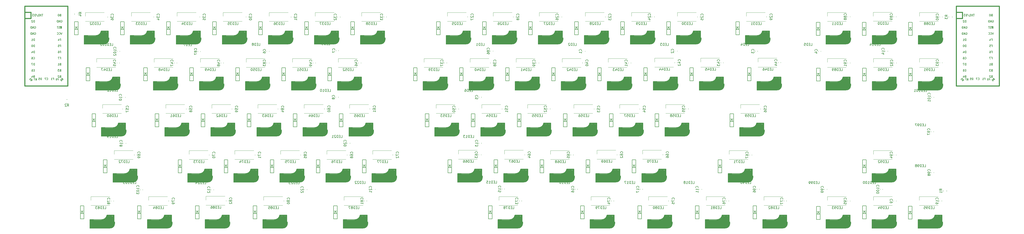
<source format=gbr>
G04 #@! TF.GenerationSoftware,KiCad,Pcbnew,(5.1.9)-1*
G04 #@! TF.CreationDate,2021-02-17T22:07:48-08:00*
G04 #@! TF.ProjectId,onigaku,6f6e6967-616b-4752-9e6b-696361645f70,rev?*
G04 #@! TF.SameCoordinates,Original*
G04 #@! TF.FileFunction,Legend,Bot*
G04 #@! TF.FilePolarity,Positive*
%FSLAX46Y46*%
G04 Gerber Fmt 4.6, Leading zero omitted, Abs format (unit mm)*
G04 Created by KiCad (PCBNEW (5.1.9)-1) date 2021-02-17 22:07:48*
%MOMM*%
%LPD*%
G01*
G04 APERTURE LIST*
%ADD10C,0.120000*%
%ADD11C,0.381000*%
%ADD12C,0.150000*%
%ADD13C,0.400000*%
%ADD14C,0.500000*%
%ADD15C,3.500000*%
%ADD16C,1.000000*%
%ADD17C,3.000000*%
%ADD18C,0.800000*%
%ADD19C,0.300000*%
G04 APERTURE END LIST*
D10*
X61339000Y-96273233D02*
X61339000Y-96565767D01*
X62359000Y-96273233D02*
X62359000Y-96565767D01*
X51814000Y-38996233D02*
X51814000Y-39288767D01*
X52834000Y-38996233D02*
X52834000Y-39288767D01*
X389701500Y-58019733D02*
X389701500Y-58312267D01*
X388681500Y-58019733D02*
X388681500Y-58312267D01*
X368492500Y-96119733D02*
X368492500Y-96412267D01*
X367472500Y-96119733D02*
X367472500Y-96412267D01*
X345505500Y-96146233D02*
X345505500Y-96438767D01*
X344485500Y-96146233D02*
X344485500Y-96438767D01*
X389701500Y-89161233D02*
X389701500Y-89453767D01*
X388681500Y-89161233D02*
X388681500Y-89453767D01*
X389574500Y-72270233D02*
X389574500Y-72562767D01*
X388554500Y-72270233D02*
X388554500Y-72562767D01*
X317438500Y-96093233D02*
X317438500Y-96385767D01*
X316418500Y-96093233D02*
X316418500Y-96385767D01*
D11*
X16165000Y-22954000D02*
X13625000Y-22954000D01*
X31405000Y-20414000D02*
X13625000Y-20414000D01*
X13625000Y-20414000D02*
X13625000Y-53434000D01*
X13625000Y-53434000D02*
X31405000Y-53434000D01*
X31405000Y-53434000D02*
X31405000Y-20414000D01*
D12*
G36*
X28359635Y-28843030D02*
G01*
X28359635Y-28943030D01*
X28859635Y-28943030D01*
X28859635Y-28843030D01*
X28359635Y-28843030D01*
G37*
X28359635Y-28843030D02*
X28359635Y-28943030D01*
X28859635Y-28943030D01*
X28859635Y-28843030D01*
X28359635Y-28843030D01*
G36*
X28359635Y-28843030D02*
G01*
X28359635Y-29143030D01*
X28459635Y-29143030D01*
X28459635Y-28843030D01*
X28359635Y-28843030D01*
G37*
X28359635Y-28843030D02*
X28359635Y-29143030D01*
X28459635Y-29143030D01*
X28459635Y-28843030D01*
X28359635Y-28843030D01*
G36*
X28359635Y-29443030D02*
G01*
X28359635Y-29643030D01*
X28459635Y-29643030D01*
X28459635Y-29443030D01*
X28359635Y-29443030D01*
G37*
X28359635Y-29443030D02*
X28359635Y-29643030D01*
X28459635Y-29643030D01*
X28459635Y-29443030D01*
X28359635Y-29443030D01*
G36*
X28759635Y-28843030D02*
G01*
X28759635Y-29643030D01*
X28859635Y-29643030D01*
X28859635Y-28843030D01*
X28759635Y-28843030D01*
G37*
X28759635Y-28843030D02*
X28759635Y-29643030D01*
X28859635Y-29643030D01*
X28859635Y-28843030D01*
X28759635Y-28843030D01*
G36*
X28559635Y-29243030D02*
G01*
X28559635Y-29343030D01*
X28659635Y-29343030D01*
X28659635Y-29243030D01*
X28559635Y-29243030D01*
G37*
X28559635Y-29243030D02*
X28559635Y-29343030D01*
X28659635Y-29343030D01*
X28659635Y-29243030D01*
X28559635Y-29243030D01*
D11*
X16165000Y-22954000D02*
X16165000Y-25494000D01*
X16165000Y-25494000D02*
X13625000Y-25494000D01*
D13*
X119257500Y-93141000D02*
X120507500Y-93141000D01*
D14*
X128957500Y-88041000D02*
X126507500Y-88041000D01*
D12*
X119107500Y-93341000D02*
X127307501Y-93341000D01*
X123907500Y-89741000D02*
X119107500Y-89741000D01*
X129157500Y-87841000D02*
X126127500Y-87841000D01*
X129407500Y-91441000D02*
X129407500Y-90691000D01*
X129157500Y-92291000D02*
X129157500Y-87841000D01*
X129407500Y-90691000D02*
X129207500Y-90691000D01*
X119127500Y-90741000D02*
X119127500Y-92991000D01*
X119107500Y-89741000D02*
X119107500Y-93341000D01*
D15*
X120907500Y-91541000D02*
X127607500Y-91541000D01*
D16*
X119607500Y-92741000D02*
X119607500Y-90241000D01*
D14*
X119307500Y-89991000D02*
X120607500Y-90041000D01*
D17*
X127677500Y-91841000D02*
X127677500Y-89601000D01*
D18*
X128807500Y-88341000D02*
X128807500Y-90140999D01*
D19*
X129307500Y-90791000D02*
X129307500Y-91441000D01*
D16*
X126523818Y-88262471D02*
G75*
G02*
X124307500Y-90141000I-2151318J291471D01*
G01*
D12*
X129407500Y-91440999D02*
G75*
G02*
X127307501Y-93341000I-2000000J99999D01*
G01*
X126123818Y-87862471D02*
G75*
G02*
X123907500Y-89741000I-2151318J291471D01*
G01*
D19*
X55488750Y-71741000D02*
X55488750Y-72391000D01*
D18*
X54988750Y-69291000D02*
X54988750Y-71090999D01*
D17*
X53858750Y-72791000D02*
X53858750Y-70551000D01*
D14*
X45488750Y-70941000D02*
X46788750Y-70991000D01*
D16*
X45788750Y-73691000D02*
X45788750Y-71191000D01*
D15*
X47088750Y-72491000D02*
X53788750Y-72491000D01*
D12*
X45288750Y-70691000D02*
X45288750Y-74291000D01*
X45308750Y-71691000D02*
X45308750Y-73941000D01*
X55588750Y-71641000D02*
X55388750Y-71641000D01*
X55338750Y-73241000D02*
X55338750Y-68791000D01*
X55588750Y-72391000D02*
X55588750Y-71641000D01*
X55338750Y-68791000D02*
X52308750Y-68791000D01*
X50088750Y-70691000D02*
X45288750Y-70691000D01*
X45288750Y-74291000D02*
X53488751Y-74291000D01*
D14*
X55138750Y-68991000D02*
X52688750Y-68991000D01*
D13*
X45438750Y-74091000D02*
X46688750Y-74091000D01*
D16*
X52705068Y-69212471D02*
G75*
G02*
X50488750Y-71091000I-2151318J291471D01*
G01*
D12*
X55588750Y-72390999D02*
G75*
G02*
X53488751Y-74291000I-2000000J99999D01*
G01*
X52305068Y-68812471D02*
G75*
G02*
X50088750Y-70691000I-2151318J291471D01*
G01*
D13*
X43057500Y-55041000D02*
X44307500Y-55041000D01*
D14*
X52757500Y-49941000D02*
X50307500Y-49941000D01*
D12*
X42907500Y-55241000D02*
X51107501Y-55241000D01*
X47707500Y-51641000D02*
X42907500Y-51641000D01*
X52957500Y-49741000D02*
X49927500Y-49741000D01*
X53207500Y-53341000D02*
X53207500Y-52591000D01*
X52957500Y-54191000D02*
X52957500Y-49741000D01*
X53207500Y-52591000D02*
X53007500Y-52591000D01*
X42927500Y-52641000D02*
X42927500Y-54891000D01*
X42907500Y-51641000D02*
X42907500Y-55241000D01*
D15*
X44707500Y-53441000D02*
X51407500Y-53441000D01*
D16*
X43407500Y-54641000D02*
X43407500Y-52141000D01*
D14*
X43107500Y-51891000D02*
X44407500Y-51941000D01*
D17*
X51477500Y-53741000D02*
X51477500Y-51501000D01*
D18*
X52607500Y-50241000D02*
X52607500Y-52040999D01*
D19*
X53107500Y-52691000D02*
X53107500Y-53341000D01*
D16*
X50323818Y-50162471D02*
G75*
G02*
X48107500Y-52041000I-2151318J291471D01*
G01*
D12*
X53207500Y-53340999D02*
G75*
G02*
X51107501Y-55241000I-2000000J99999D01*
G01*
X49923818Y-49762471D02*
G75*
G02*
X47707500Y-51641000I-2151318J291471D01*
G01*
X380670500Y-103221000D02*
X380670500Y-108621000D01*
X379170500Y-108621000D02*
X379170500Y-103221000D01*
X379170500Y-103221000D02*
X380670500Y-103221000D01*
X379170500Y-108621000D02*
X380670500Y-108621000D01*
X379420500Y-106421000D02*
X380420500Y-106421000D01*
X380420500Y-106421000D02*
X379920500Y-105521000D01*
X379920500Y-105521000D02*
X379420500Y-106421000D01*
X379420500Y-105421000D02*
X380420500Y-105421000D01*
X361747500Y-103094000D02*
X361747500Y-108494000D01*
X360247500Y-108494000D02*
X360247500Y-103094000D01*
X360247500Y-103094000D02*
X361747500Y-103094000D01*
X360247500Y-108494000D02*
X361747500Y-108494000D01*
X360497500Y-106294000D02*
X361497500Y-106294000D01*
X361497500Y-106294000D02*
X360997500Y-105394000D01*
X360997500Y-105394000D02*
X360497500Y-106294000D01*
X360497500Y-105294000D02*
X361497500Y-105294000D01*
X342697500Y-103348000D02*
X342697500Y-108748000D01*
X341197500Y-108748000D02*
X341197500Y-103348000D01*
X341197500Y-103348000D02*
X342697500Y-103348000D01*
X341197500Y-108748000D02*
X342697500Y-108748000D01*
X341447500Y-106548000D02*
X342447500Y-106548000D01*
X342447500Y-106548000D02*
X341947500Y-105648000D01*
X341947500Y-105648000D02*
X341447500Y-106548000D01*
X341447500Y-105548000D02*
X342447500Y-105548000D01*
X361747500Y-84044000D02*
X361747500Y-89444000D01*
X360247500Y-89444000D02*
X360247500Y-84044000D01*
X360247500Y-84044000D02*
X361747500Y-84044000D01*
X360247500Y-89444000D02*
X361747500Y-89444000D01*
X360497500Y-87244000D02*
X361497500Y-87244000D01*
X361497500Y-87244000D02*
X360997500Y-86344000D01*
X360997500Y-86344000D02*
X360497500Y-87244000D01*
X360497500Y-86244000D02*
X361497500Y-86244000D01*
X380797500Y-46071000D02*
X380797500Y-51471000D01*
X379297500Y-51471000D02*
X379297500Y-46071000D01*
X379297500Y-46071000D02*
X380797500Y-46071000D01*
X379297500Y-51471000D02*
X380797500Y-51471000D01*
X379547500Y-49271000D02*
X380547500Y-49271000D01*
X380547500Y-49271000D02*
X380047500Y-48371000D01*
X380047500Y-48371000D02*
X379547500Y-49271000D01*
X379547500Y-48271000D02*
X380547500Y-48271000D01*
X361747500Y-46071000D02*
X361747500Y-51471000D01*
X360247500Y-51471000D02*
X360247500Y-46071000D01*
X360247500Y-46071000D02*
X361747500Y-46071000D01*
X360247500Y-51471000D02*
X361747500Y-51471000D01*
X360497500Y-49271000D02*
X361497500Y-49271000D01*
X361497500Y-49271000D02*
X360997500Y-48371000D01*
X360997500Y-48371000D02*
X360497500Y-49271000D01*
X360497500Y-48271000D02*
X361497500Y-48271000D01*
X342697500Y-46071000D02*
X342697500Y-51471000D01*
X341197500Y-51471000D02*
X341197500Y-46071000D01*
X341197500Y-46071000D02*
X342697500Y-46071000D01*
X341197500Y-51471000D02*
X342697500Y-51471000D01*
X341447500Y-49271000D02*
X342447500Y-49271000D01*
X342447500Y-49271000D02*
X341947500Y-48371000D01*
X341947500Y-48371000D02*
X341447500Y-49271000D01*
X341447500Y-48271000D02*
X342447500Y-48271000D01*
X380797500Y-27148000D02*
X380797500Y-32548000D01*
X379297500Y-32548000D02*
X379297500Y-27148000D01*
X379297500Y-27148000D02*
X380797500Y-27148000D01*
X379297500Y-32548000D02*
X380797500Y-32548000D01*
X379547500Y-30348000D02*
X380547500Y-30348000D01*
X380547500Y-30348000D02*
X380047500Y-29448000D01*
X380047500Y-29448000D02*
X379547500Y-30348000D01*
X379547500Y-29348000D02*
X380547500Y-29348000D01*
X361620500Y-27148000D02*
X361620500Y-32548000D01*
X360120500Y-32548000D02*
X360120500Y-27148000D01*
X360120500Y-27148000D02*
X361620500Y-27148000D01*
X360120500Y-32548000D02*
X361620500Y-32548000D01*
X360370500Y-30348000D02*
X361370500Y-30348000D01*
X361370500Y-30348000D02*
X360870500Y-29448000D01*
X360870500Y-29448000D02*
X360370500Y-30348000D01*
X360370500Y-29348000D02*
X361370500Y-29348000D01*
X342570500Y-27148000D02*
X342570500Y-32548000D01*
X341070500Y-32548000D02*
X341070500Y-27148000D01*
X341070500Y-27148000D02*
X342570500Y-27148000D01*
X341070500Y-32548000D02*
X342570500Y-32548000D01*
X341320500Y-30348000D02*
X342320500Y-30348000D01*
X342320500Y-30348000D02*
X341820500Y-29448000D01*
X341820500Y-29448000D02*
X341320500Y-30348000D01*
X341320500Y-29348000D02*
X342320500Y-29348000D01*
D10*
X355030500Y-100972233D02*
X355030500Y-101264767D01*
X354010500Y-100972233D02*
X354010500Y-101264767D01*
X374080500Y-81895733D02*
X374080500Y-82188267D01*
X373060500Y-81895733D02*
X373060500Y-82188267D01*
X393130500Y-43695233D02*
X393130500Y-43987767D01*
X392110500Y-43695233D02*
X392110500Y-43987767D01*
X374207500Y-43795733D02*
X374207500Y-44088267D01*
X373187500Y-43795733D02*
X373187500Y-44088267D01*
X355030500Y-43822233D02*
X355030500Y-44114767D01*
X354010500Y-43822233D02*
X354010500Y-44114767D01*
X393130500Y-24772233D02*
X393130500Y-25064767D01*
X392110500Y-24772233D02*
X392110500Y-25064767D01*
X374080500Y-24645233D02*
X374080500Y-24937767D01*
X373060500Y-24645233D02*
X373060500Y-24937767D01*
X355030500Y-24645233D02*
X355030500Y-24937767D01*
X354010500Y-24645233D02*
X354010500Y-24937767D01*
X383640500Y-100842000D02*
X383640500Y-99242000D01*
X391440500Y-102942000D02*
X383640500Y-102942000D01*
X383640500Y-99242000D02*
X391440500Y-99242000D01*
X364717500Y-100842000D02*
X364717500Y-99242000D01*
X372517500Y-102942000D02*
X364717500Y-102942000D01*
X364717500Y-99242000D02*
X372517500Y-99242000D01*
X345667500Y-100842000D02*
X345667500Y-99242000D01*
X353467500Y-102942000D02*
X345667500Y-102942000D01*
X345667500Y-99242000D02*
X353467500Y-99242000D01*
X364717500Y-81792000D02*
X364717500Y-80192000D01*
X372517500Y-83892000D02*
X364717500Y-83892000D01*
X364717500Y-80192000D02*
X372517500Y-80192000D01*
X383723500Y-43692000D02*
X383723500Y-42092000D01*
X391523500Y-45792000D02*
X383723500Y-45792000D01*
X383723500Y-42092000D02*
X391523500Y-42092000D01*
X364717500Y-43692000D02*
X364717500Y-42092000D01*
X372517500Y-45792000D02*
X364717500Y-45792000D01*
X364717500Y-42092000D02*
X372517500Y-42092000D01*
X345667500Y-43692000D02*
X345667500Y-42092000D01*
X353467500Y-45792000D02*
X345667500Y-45792000D01*
X345667500Y-42092000D02*
X353467500Y-42092000D01*
X383767500Y-24642000D02*
X383767500Y-23042000D01*
X391567500Y-26742000D02*
X383767500Y-26742000D01*
X383767500Y-23042000D02*
X391567500Y-23042000D01*
X364634500Y-24577000D02*
X364634500Y-22977000D01*
X372434500Y-26677000D02*
X364634500Y-26677000D01*
X364634500Y-22977000D02*
X372434500Y-22977000D01*
X345667500Y-24642000D02*
X345667500Y-23042000D01*
X353467500Y-26742000D02*
X345667500Y-26742000D01*
X345667500Y-23042000D02*
X353467500Y-23042000D01*
D13*
X383290500Y-112191000D02*
X384540500Y-112191000D01*
D14*
X392990500Y-107091000D02*
X390540500Y-107091000D01*
D12*
X383140500Y-112391000D02*
X391340501Y-112391000D01*
X387940500Y-108791000D02*
X383140500Y-108791000D01*
X393190500Y-106891000D02*
X390160500Y-106891000D01*
X393440500Y-110491000D02*
X393440500Y-109741000D01*
X393190500Y-111341000D02*
X393190500Y-106891000D01*
X393440500Y-109741000D02*
X393240500Y-109741000D01*
X383160500Y-109791000D02*
X383160500Y-112041000D01*
X383140500Y-108791000D02*
X383140500Y-112391000D01*
D15*
X384940500Y-110591000D02*
X391640500Y-110591000D01*
D16*
X383640500Y-111791000D02*
X383640500Y-109291000D01*
D14*
X383340500Y-109041000D02*
X384640500Y-109091000D01*
D17*
X391710500Y-110891000D02*
X391710500Y-108651000D01*
D18*
X392840500Y-107391000D02*
X392840500Y-109190999D01*
D19*
X393340500Y-109841000D02*
X393340500Y-110491000D01*
D16*
X390556818Y-107312471D02*
G75*
G02*
X388340500Y-109191000I-2151318J291471D01*
G01*
D12*
X393440500Y-110490999D02*
G75*
G02*
X391340501Y-112391000I-2000000J99999D01*
G01*
X390156818Y-106912471D02*
G75*
G02*
X387940500Y-108791000I-2151318J291471D01*
G01*
D13*
X364240500Y-112191000D02*
X365490500Y-112191000D01*
D14*
X373940500Y-107091000D02*
X371490500Y-107091000D01*
D12*
X364090500Y-112391000D02*
X372290501Y-112391000D01*
X368890500Y-108791000D02*
X364090500Y-108791000D01*
X374140500Y-106891000D02*
X371110500Y-106891000D01*
X374390500Y-110491000D02*
X374390500Y-109741000D01*
X374140500Y-111341000D02*
X374140500Y-106891000D01*
X374390500Y-109741000D02*
X374190500Y-109741000D01*
X364110500Y-109791000D02*
X364110500Y-112041000D01*
X364090500Y-108791000D02*
X364090500Y-112391000D01*
D15*
X365890500Y-110591000D02*
X372590500Y-110591000D01*
D16*
X364590500Y-111791000D02*
X364590500Y-109291000D01*
D14*
X364290500Y-109041000D02*
X365590500Y-109091000D01*
D17*
X372660500Y-110891000D02*
X372660500Y-108651000D01*
D18*
X373790500Y-107391000D02*
X373790500Y-109190999D01*
D19*
X374290500Y-109841000D02*
X374290500Y-110491000D01*
D16*
X371506818Y-107312471D02*
G75*
G02*
X369290500Y-109191000I-2151318J291471D01*
G01*
D12*
X374390500Y-110490999D02*
G75*
G02*
X372290501Y-112391000I-2000000J99999D01*
G01*
X371106818Y-106912471D02*
G75*
G02*
X368890500Y-108791000I-2151318J291471D01*
G01*
D13*
X345221500Y-112191000D02*
X346471500Y-112191000D01*
D14*
X354921500Y-107091000D02*
X352471500Y-107091000D01*
D12*
X345071500Y-112391000D02*
X353271501Y-112391000D01*
X349871500Y-108791000D02*
X345071500Y-108791000D01*
X355121500Y-106891000D02*
X352091500Y-106891000D01*
X355371500Y-110491000D02*
X355371500Y-109741000D01*
X355121500Y-111341000D02*
X355121500Y-106891000D01*
X355371500Y-109741000D02*
X355171500Y-109741000D01*
X345091500Y-109791000D02*
X345091500Y-112041000D01*
X345071500Y-108791000D02*
X345071500Y-112391000D01*
D15*
X346871500Y-110591000D02*
X353571500Y-110591000D01*
D16*
X345571500Y-111791000D02*
X345571500Y-109291000D01*
D14*
X345271500Y-109041000D02*
X346571500Y-109091000D01*
D17*
X353641500Y-110891000D02*
X353641500Y-108651000D01*
D18*
X354771500Y-107391000D02*
X354771500Y-109190999D01*
D19*
X355271500Y-109841000D02*
X355271500Y-110491000D01*
D16*
X352487818Y-107312471D02*
G75*
G02*
X350271500Y-109191000I-2151318J291471D01*
G01*
D12*
X355371500Y-110490999D02*
G75*
G02*
X353271501Y-112391000I-2000000J99999D01*
G01*
X352087818Y-106912471D02*
G75*
G02*
X349871500Y-108791000I-2151318J291471D01*
G01*
D13*
X364240500Y-93141000D02*
X365490500Y-93141000D01*
D14*
X373940500Y-88041000D02*
X371490500Y-88041000D01*
D12*
X364090500Y-93341000D02*
X372290501Y-93341000D01*
X368890500Y-89741000D02*
X364090500Y-89741000D01*
X374140500Y-87841000D02*
X371110500Y-87841000D01*
X374390500Y-91441000D02*
X374390500Y-90691000D01*
X374140500Y-92291000D02*
X374140500Y-87841000D01*
X374390500Y-90691000D02*
X374190500Y-90691000D01*
X364110500Y-90741000D02*
X364110500Y-92991000D01*
X364090500Y-89741000D02*
X364090500Y-93341000D01*
D15*
X365890500Y-91541000D02*
X372590500Y-91541000D01*
D16*
X364590500Y-92741000D02*
X364590500Y-90241000D01*
D14*
X364290500Y-89991000D02*
X365590500Y-90041000D01*
D17*
X372660500Y-91841000D02*
X372660500Y-89601000D01*
D18*
X373790500Y-88341000D02*
X373790500Y-90140999D01*
D19*
X374290500Y-90791000D02*
X374290500Y-91441000D01*
D16*
X371506818Y-88262471D02*
G75*
G02*
X369290500Y-90141000I-2151318J291471D01*
G01*
D12*
X374390500Y-91440999D02*
G75*
G02*
X372290501Y-93341000I-2000000J99999D01*
G01*
X371106818Y-87862471D02*
G75*
G02*
X368890500Y-89741000I-2151318J291471D01*
G01*
D13*
X383354000Y-55041000D02*
X384604000Y-55041000D01*
D14*
X393054000Y-49941000D02*
X390604000Y-49941000D01*
D12*
X383204000Y-55241000D02*
X391404001Y-55241000D01*
X388004000Y-51641000D02*
X383204000Y-51641000D01*
X393254000Y-49741000D02*
X390224000Y-49741000D01*
X393504000Y-53341000D02*
X393504000Y-52591000D01*
X393254000Y-54191000D02*
X393254000Y-49741000D01*
X393504000Y-52591000D02*
X393304000Y-52591000D01*
X383224000Y-52641000D02*
X383224000Y-54891000D01*
X383204000Y-51641000D02*
X383204000Y-55241000D01*
D15*
X385004000Y-53441000D02*
X391704000Y-53441000D01*
D16*
X383704000Y-54641000D02*
X383704000Y-52141000D01*
D14*
X383404000Y-51891000D02*
X384704000Y-51941000D01*
D17*
X391774000Y-53741000D02*
X391774000Y-51501000D01*
D18*
X392904000Y-50241000D02*
X392904000Y-52040999D01*
D19*
X393404000Y-52691000D02*
X393404000Y-53341000D01*
D16*
X390620318Y-50162471D02*
G75*
G02*
X388404000Y-52041000I-2151318J291471D01*
G01*
D12*
X393504000Y-53340999D02*
G75*
G02*
X391404001Y-55241000I-2000000J99999D01*
G01*
X390220318Y-49762471D02*
G75*
G02*
X388004000Y-51641000I-2151318J291471D01*
G01*
D13*
X364304000Y-55041000D02*
X365554000Y-55041000D01*
D14*
X374004000Y-49941000D02*
X371554000Y-49941000D01*
D12*
X364154000Y-55241000D02*
X372354001Y-55241000D01*
X368954000Y-51641000D02*
X364154000Y-51641000D01*
X374204000Y-49741000D02*
X371174000Y-49741000D01*
X374454000Y-53341000D02*
X374454000Y-52591000D01*
X374204000Y-54191000D02*
X374204000Y-49741000D01*
X374454000Y-52591000D02*
X374254000Y-52591000D01*
X364174000Y-52641000D02*
X364174000Y-54891000D01*
X364154000Y-51641000D02*
X364154000Y-55241000D01*
D15*
X365954000Y-53441000D02*
X372654000Y-53441000D01*
D16*
X364654000Y-54641000D02*
X364654000Y-52141000D01*
D14*
X364354000Y-51891000D02*
X365654000Y-51941000D01*
D17*
X372724000Y-53741000D02*
X372724000Y-51501000D01*
D18*
X373854000Y-50241000D02*
X373854000Y-52040999D01*
D19*
X374354000Y-52691000D02*
X374354000Y-53341000D01*
D16*
X371570318Y-50162471D02*
G75*
G02*
X369354000Y-52041000I-2151318J291471D01*
G01*
D12*
X374454000Y-53340999D02*
G75*
G02*
X372354001Y-55241000I-2000000J99999D01*
G01*
X371170318Y-49762471D02*
G75*
G02*
X368954000Y-51641000I-2151318J291471D01*
G01*
D13*
X345221500Y-55041000D02*
X346471500Y-55041000D01*
D14*
X354921500Y-49941000D02*
X352471500Y-49941000D01*
D12*
X345071500Y-55241000D02*
X353271501Y-55241000D01*
X349871500Y-51641000D02*
X345071500Y-51641000D01*
X355121500Y-49741000D02*
X352091500Y-49741000D01*
X355371500Y-53341000D02*
X355371500Y-52591000D01*
X355121500Y-54191000D02*
X355121500Y-49741000D01*
X355371500Y-52591000D02*
X355171500Y-52591000D01*
X345091500Y-52641000D02*
X345091500Y-54891000D01*
X345071500Y-51641000D02*
X345071500Y-55241000D01*
D15*
X346871500Y-53441000D02*
X353571500Y-53441000D01*
D16*
X345571500Y-54641000D02*
X345571500Y-52141000D01*
D14*
X345271500Y-51891000D02*
X346571500Y-51941000D01*
D17*
X353641500Y-53741000D02*
X353641500Y-51501000D01*
D18*
X354771500Y-50241000D02*
X354771500Y-52040999D01*
D19*
X355271500Y-52691000D02*
X355271500Y-53341000D01*
D16*
X352487818Y-50162471D02*
G75*
G02*
X350271500Y-52041000I-2151318J291471D01*
G01*
D12*
X355371500Y-53340999D02*
G75*
G02*
X353271501Y-55241000I-2000000J99999D01*
G01*
X352087818Y-49762471D02*
G75*
G02*
X349871500Y-51641000I-2151318J291471D01*
G01*
D13*
X383354000Y-35991000D02*
X384604000Y-35991000D01*
D14*
X393054000Y-30891000D02*
X390604000Y-30891000D01*
D12*
X383204000Y-36191000D02*
X391404001Y-36191000D01*
X388004000Y-32591000D02*
X383204000Y-32591000D01*
X393254000Y-30691000D02*
X390224000Y-30691000D01*
X393504000Y-34291000D02*
X393504000Y-33541000D01*
X393254000Y-35141000D02*
X393254000Y-30691000D01*
X393504000Y-33541000D02*
X393304000Y-33541000D01*
X383224000Y-33591000D02*
X383224000Y-35841000D01*
X383204000Y-32591000D02*
X383204000Y-36191000D01*
D15*
X385004000Y-34391000D02*
X391704000Y-34391000D01*
D16*
X383704000Y-35591000D02*
X383704000Y-33091000D01*
D14*
X383404000Y-32841000D02*
X384704000Y-32891000D01*
D17*
X391774000Y-34691000D02*
X391774000Y-32451000D01*
D18*
X392904000Y-31191000D02*
X392904000Y-32990999D01*
D19*
X393404000Y-33641000D02*
X393404000Y-34291000D01*
D16*
X390620318Y-31112471D02*
G75*
G02*
X388404000Y-32991000I-2151318J291471D01*
G01*
D12*
X393504000Y-34290999D02*
G75*
G02*
X391404001Y-36191000I-2000000J99999D01*
G01*
X390220318Y-30712471D02*
G75*
G02*
X388004000Y-32591000I-2151318J291471D01*
G01*
D13*
X364304000Y-35991000D02*
X365554000Y-35991000D01*
D14*
X374004000Y-30891000D02*
X371554000Y-30891000D01*
D12*
X364154000Y-36191000D02*
X372354001Y-36191000D01*
X368954000Y-32591000D02*
X364154000Y-32591000D01*
X374204000Y-30691000D02*
X371174000Y-30691000D01*
X374454000Y-34291000D02*
X374454000Y-33541000D01*
X374204000Y-35141000D02*
X374204000Y-30691000D01*
X374454000Y-33541000D02*
X374254000Y-33541000D01*
X364174000Y-33591000D02*
X364174000Y-35841000D01*
X364154000Y-32591000D02*
X364154000Y-36191000D01*
D15*
X365954000Y-34391000D02*
X372654000Y-34391000D01*
D16*
X364654000Y-35591000D02*
X364654000Y-33091000D01*
D14*
X364354000Y-32841000D02*
X365654000Y-32891000D01*
D17*
X372724000Y-34691000D02*
X372724000Y-32451000D01*
D18*
X373854000Y-31191000D02*
X373854000Y-32990999D01*
D19*
X374354000Y-33641000D02*
X374354000Y-34291000D01*
D16*
X371570318Y-31112471D02*
G75*
G02*
X369354000Y-32991000I-2151318J291471D01*
G01*
D12*
X374454000Y-34290999D02*
G75*
G02*
X372354001Y-36191000I-2000000J99999D01*
G01*
X371170318Y-30712471D02*
G75*
G02*
X368954000Y-32591000I-2151318J291471D01*
G01*
D13*
X345221500Y-35991000D02*
X346471500Y-35991000D01*
D14*
X354921500Y-30891000D02*
X352471500Y-30891000D01*
D12*
X345071500Y-36191000D02*
X353271501Y-36191000D01*
X349871500Y-32591000D02*
X345071500Y-32591000D01*
X355121500Y-30691000D02*
X352091500Y-30691000D01*
X355371500Y-34291000D02*
X355371500Y-33541000D01*
X355121500Y-35141000D02*
X355121500Y-30691000D01*
X355371500Y-33541000D02*
X355171500Y-33541000D01*
X345091500Y-33591000D02*
X345091500Y-35841000D01*
X345071500Y-32591000D02*
X345071500Y-36191000D01*
D15*
X346871500Y-34391000D02*
X353571500Y-34391000D01*
D16*
X345571500Y-35591000D02*
X345571500Y-33091000D01*
D14*
X345271500Y-32841000D02*
X346571500Y-32891000D01*
D17*
X353641500Y-34691000D02*
X353641500Y-32451000D01*
D18*
X354771500Y-31191000D02*
X354771500Y-32990999D01*
D19*
X355271500Y-33641000D02*
X355271500Y-34291000D01*
D16*
X352487818Y-31112471D02*
G75*
G02*
X350271500Y-32991000I-2151318J291471D01*
G01*
D12*
X355371500Y-34290999D02*
G75*
G02*
X353271501Y-36191000I-2000000J99999D01*
G01*
X352087818Y-30712471D02*
G75*
G02*
X349871500Y-32591000I-2151318J291471D01*
G01*
D10*
X393003500Y-100919233D02*
X393003500Y-101211767D01*
X391983500Y-100919233D02*
X391983500Y-101211767D01*
X374080500Y-100972233D02*
X374080500Y-101264767D01*
X373060500Y-100972233D02*
X373060500Y-101264767D01*
D13*
X109732500Y-74091000D02*
X110982500Y-74091000D01*
D14*
X119432500Y-68991000D02*
X116982500Y-68991000D01*
D12*
X109582500Y-74291000D02*
X117782501Y-74291000D01*
X114382500Y-70691000D02*
X109582500Y-70691000D01*
X119632500Y-68791000D02*
X116602500Y-68791000D01*
X119882500Y-72391000D02*
X119882500Y-71641000D01*
X119632500Y-73241000D02*
X119632500Y-68791000D01*
X119882500Y-71641000D02*
X119682500Y-71641000D01*
X109602500Y-71691000D02*
X109602500Y-73941000D01*
X109582500Y-70691000D02*
X109582500Y-74291000D01*
D15*
X111382500Y-72491000D02*
X118082500Y-72491000D01*
D16*
X110082500Y-73691000D02*
X110082500Y-71191000D01*
D14*
X109782500Y-70941000D02*
X111082500Y-70991000D01*
D17*
X118152500Y-72791000D02*
X118152500Y-70551000D01*
D18*
X119282500Y-69291000D02*
X119282500Y-71090999D01*
D19*
X119782500Y-71741000D02*
X119782500Y-72391000D01*
D16*
X116998818Y-69212471D02*
G75*
G02*
X114782500Y-71091000I-2151318J291471D01*
G01*
D12*
X119882500Y-72390999D02*
G75*
G02*
X117782501Y-74291000I-2000000J99999D01*
G01*
X116598818Y-68812471D02*
G75*
G02*
X114382500Y-70691000I-2151318J291471D01*
G01*
D13*
X50201250Y-93141000D02*
X51451250Y-93141000D01*
D14*
X59901250Y-88041000D02*
X57451250Y-88041000D01*
D12*
X50051250Y-93341000D02*
X58251251Y-93341000D01*
X54851250Y-89741000D02*
X50051250Y-89741000D01*
X60101250Y-87841000D02*
X57071250Y-87841000D01*
X60351250Y-91441000D02*
X60351250Y-90691000D01*
X60101250Y-92291000D02*
X60101250Y-87841000D01*
X60351250Y-90691000D02*
X60151250Y-90691000D01*
X50071250Y-90741000D02*
X50071250Y-92991000D01*
X50051250Y-89741000D02*
X50051250Y-93341000D01*
D15*
X51851250Y-91541000D02*
X58551250Y-91541000D01*
D16*
X50551250Y-92741000D02*
X50551250Y-90241000D01*
D14*
X50251250Y-89991000D02*
X51551250Y-90041000D01*
D17*
X58621250Y-91841000D02*
X58621250Y-89601000D01*
D18*
X59751250Y-88341000D02*
X59751250Y-90140999D01*
D19*
X60251250Y-90791000D02*
X60251250Y-91441000D01*
D16*
X57467568Y-88262471D02*
G75*
G02*
X55251250Y-90141000I-2151318J291471D01*
G01*
D12*
X60351250Y-91440999D02*
G75*
G02*
X58251251Y-93341000I-2000000J99999D01*
G01*
X57067568Y-87862471D02*
G75*
G02*
X54851250Y-89741000I-2151318J291471D01*
G01*
D13*
X38295000Y-35991000D02*
X39545000Y-35991000D01*
D14*
X47995000Y-30891000D02*
X45545000Y-30891000D01*
D12*
X38145000Y-36191000D02*
X46345001Y-36191000D01*
X42945000Y-32591000D02*
X38145000Y-32591000D01*
X48195000Y-30691000D02*
X45165000Y-30691000D01*
X48445000Y-34291000D02*
X48445000Y-33541000D01*
X48195000Y-35141000D02*
X48195000Y-30691000D01*
X48445000Y-33541000D02*
X48245000Y-33541000D01*
X38165000Y-33591000D02*
X38165000Y-35841000D01*
X38145000Y-32591000D02*
X38145000Y-36191000D01*
D15*
X39945000Y-34391000D02*
X46645000Y-34391000D01*
D16*
X38645000Y-35591000D02*
X38645000Y-33091000D01*
D14*
X38345000Y-32841000D02*
X39645000Y-32891000D01*
D17*
X46715000Y-34691000D02*
X46715000Y-32451000D01*
D18*
X47845000Y-31191000D02*
X47845000Y-32990999D01*
D19*
X48345000Y-33641000D02*
X48345000Y-34291000D01*
D16*
X45561318Y-31112471D02*
G75*
G02*
X43345000Y-32991000I-2151318J291471D01*
G01*
D12*
X48445000Y-34290999D02*
G75*
G02*
X46345001Y-36191000I-2000000J99999D01*
G01*
X45161318Y-30712471D02*
G75*
G02*
X42945000Y-32591000I-2151318J291471D01*
G01*
D13*
X271403500Y-112191000D02*
X272653500Y-112191000D01*
D14*
X281103500Y-107091000D02*
X278653500Y-107091000D01*
D12*
X271253500Y-112391000D02*
X279453501Y-112391000D01*
X276053500Y-108791000D02*
X271253500Y-108791000D01*
X281303500Y-106891000D02*
X278273500Y-106891000D01*
X281553500Y-110491000D02*
X281553500Y-109741000D01*
X281303500Y-111341000D02*
X281303500Y-106891000D01*
X281553500Y-109741000D02*
X281353500Y-109741000D01*
X271273500Y-109791000D02*
X271273500Y-112041000D01*
X271253500Y-108791000D02*
X271253500Y-112391000D01*
D15*
X273053500Y-110591000D02*
X279753500Y-110591000D01*
D16*
X271753500Y-111791000D02*
X271753500Y-109291000D01*
D14*
X271453500Y-109041000D02*
X272753500Y-109091000D01*
D17*
X279823500Y-110891000D02*
X279823500Y-108651000D01*
D18*
X280953500Y-107391000D02*
X280953500Y-109190999D01*
D19*
X281453500Y-109841000D02*
X281453500Y-110491000D01*
D16*
X278669818Y-107312471D02*
G75*
G02*
X276453500Y-109191000I-2151318J291471D01*
G01*
D12*
X281553500Y-110490999D02*
G75*
G02*
X279453501Y-112391000I-2000000J99999D01*
G01*
X278269818Y-106912471D02*
G75*
G02*
X276053500Y-108791000I-2151318J291471D01*
G01*
D13*
X259497250Y-74091000D02*
X260747250Y-74091000D01*
D14*
X269197250Y-68991000D02*
X266747250Y-68991000D01*
D12*
X259347250Y-74291000D02*
X267547251Y-74291000D01*
X264147250Y-70691000D02*
X259347250Y-70691000D01*
X269397250Y-68791000D02*
X266367250Y-68791000D01*
X269647250Y-72391000D02*
X269647250Y-71641000D01*
X269397250Y-73241000D02*
X269397250Y-68791000D01*
X269647250Y-71641000D02*
X269447250Y-71641000D01*
X259367250Y-71691000D02*
X259367250Y-73941000D01*
X259347250Y-70691000D02*
X259347250Y-74291000D01*
D15*
X261147250Y-72491000D02*
X267847250Y-72491000D01*
D16*
X259847250Y-73691000D02*
X259847250Y-71191000D01*
D14*
X259547250Y-70941000D02*
X260847250Y-70991000D01*
D17*
X267917250Y-72791000D02*
X267917250Y-70551000D01*
D18*
X269047250Y-69291000D02*
X269047250Y-71090999D01*
D19*
X269547250Y-71741000D02*
X269547250Y-72391000D01*
D16*
X266763568Y-69212471D02*
G75*
G02*
X264547250Y-71091000I-2151318J291471D01*
G01*
D12*
X269647250Y-72390999D02*
G75*
G02*
X267547251Y-74291000I-2000000J99999D01*
G01*
X266363568Y-68812471D02*
G75*
G02*
X264147250Y-70691000I-2151318J291471D01*
G01*
D13*
X188059750Y-35991000D02*
X189309750Y-35991000D01*
D14*
X197759750Y-30891000D02*
X195309750Y-30891000D01*
D12*
X187909750Y-36191000D02*
X196109751Y-36191000D01*
X192709750Y-32591000D02*
X187909750Y-32591000D01*
X197959750Y-30691000D02*
X194929750Y-30691000D01*
X198209750Y-34291000D02*
X198209750Y-33541000D01*
X197959750Y-35141000D02*
X197959750Y-30691000D01*
X198209750Y-33541000D02*
X198009750Y-33541000D01*
X187929750Y-33591000D02*
X187929750Y-35841000D01*
X187909750Y-32591000D02*
X187909750Y-36191000D01*
D15*
X189709750Y-34391000D02*
X196409750Y-34391000D01*
D16*
X188409750Y-35591000D02*
X188409750Y-33091000D01*
D14*
X188109750Y-32841000D02*
X189409750Y-32891000D01*
D17*
X196479750Y-34691000D02*
X196479750Y-32451000D01*
D18*
X197609750Y-31191000D02*
X197609750Y-32990999D01*
D19*
X198109750Y-33641000D02*
X198109750Y-34291000D01*
D16*
X195326068Y-31112471D02*
G75*
G02*
X193109750Y-32991000I-2151318J291471D01*
G01*
D12*
X198209750Y-34290999D02*
G75*
G02*
X196109751Y-36191000I-2000000J99999D01*
G01*
X194926068Y-30712471D02*
G75*
G02*
X192709750Y-32591000I-2151318J291471D01*
G01*
D13*
X311884750Y-35991000D02*
X313134750Y-35991000D01*
D14*
X321584750Y-30891000D02*
X319134750Y-30891000D01*
D12*
X311734750Y-36191000D02*
X319934751Y-36191000D01*
X316534750Y-32591000D02*
X311734750Y-32591000D01*
X321784750Y-30691000D02*
X318754750Y-30691000D01*
X322034750Y-34291000D02*
X322034750Y-33541000D01*
X321784750Y-35141000D02*
X321784750Y-30691000D01*
X322034750Y-33541000D02*
X321834750Y-33541000D01*
X311754750Y-33591000D02*
X311754750Y-35841000D01*
X311734750Y-32591000D02*
X311734750Y-36191000D01*
D15*
X313534750Y-34391000D02*
X320234750Y-34391000D01*
D16*
X312234750Y-35591000D02*
X312234750Y-33091000D01*
D14*
X311934750Y-32841000D02*
X313234750Y-32891000D01*
D17*
X320304750Y-34691000D02*
X320304750Y-32451000D01*
D18*
X321434750Y-31191000D02*
X321434750Y-32990999D01*
D19*
X321934750Y-33641000D02*
X321934750Y-34291000D01*
D16*
X319151068Y-31112471D02*
G75*
G02*
X316934750Y-32991000I-2151318J291471D01*
G01*
D12*
X322034750Y-34290999D02*
G75*
G02*
X319934751Y-36191000I-2000000J99999D01*
G01*
X318751068Y-30712471D02*
G75*
G02*
X316534750Y-32591000I-2151318J291471D01*
G01*
D10*
X30744936Y-59082000D02*
X31199064Y-59082000D01*
X30744936Y-60552000D02*
X31199064Y-60552000D01*
X207329500Y-38869233D02*
X207329500Y-39161767D01*
X206309500Y-38869233D02*
X206309500Y-39161767D01*
X128780000Y-82188267D02*
X128780000Y-81895733D01*
X127760000Y-82188267D02*
X127760000Y-81895733D01*
X119382000Y-63138267D02*
X119382000Y-62845733D01*
X118362000Y-63138267D02*
X118362000Y-62845733D01*
X301559500Y-43695233D02*
X301559500Y-43987767D01*
X302579500Y-43695233D02*
X302579500Y-43987767D01*
X97919000Y-101137767D02*
X97919000Y-100845233D01*
X96899000Y-101137767D02*
X96899000Y-100845233D01*
X154049000Y-100919233D02*
X154049000Y-101211767D01*
X155069000Y-100919233D02*
X155069000Y-101211767D01*
X121795000Y-101211767D02*
X121795000Y-100919233D01*
X120775000Y-101211767D02*
X120775000Y-100919233D01*
X74170000Y-101211767D02*
X74170000Y-100919233D01*
X73150000Y-101211767D02*
X73150000Y-100919233D01*
X218120500Y-100919233D02*
X218120500Y-101211767D01*
X219140500Y-100919233D02*
X219140500Y-101211767D01*
X109857000Y-82188267D02*
X109857000Y-81895733D01*
X108837000Y-82188267D02*
X108837000Y-81895733D01*
X147957000Y-82188267D02*
X147957000Y-81895733D01*
X146937000Y-82188267D02*
X146937000Y-81895733D01*
X278576500Y-82061267D02*
X278576500Y-81768733D01*
X277556500Y-82061267D02*
X277556500Y-81768733D01*
X239456500Y-81869233D02*
X239456500Y-82161767D01*
X240476500Y-81869233D02*
X240476500Y-82161767D01*
X201356500Y-81795233D02*
X201356500Y-82087767D01*
X202376500Y-81795233D02*
X202376500Y-82087767D01*
X138559000Y-63111767D02*
X138559000Y-62819233D01*
X137539000Y-63111767D02*
X137539000Y-62819233D01*
X100332000Y-63138267D02*
X100332000Y-62845733D01*
X99312000Y-63138267D02*
X99312000Y-62845733D01*
X55120000Y-63138267D02*
X55120000Y-62845733D01*
X54100000Y-63138267D02*
X54100000Y-62845733D01*
X269051500Y-63164767D02*
X269051500Y-62872233D01*
X268031500Y-63164767D02*
X268031500Y-62872233D01*
X250128500Y-63164767D02*
X250128500Y-62872233D01*
X249108500Y-63164767D02*
X249108500Y-62872233D01*
X229931500Y-62819233D02*
X229931500Y-63111767D01*
X230951500Y-62819233D02*
X230951500Y-63111767D01*
X192085500Y-62872233D02*
X192085500Y-63164767D01*
X193105500Y-62872233D02*
X193105500Y-63164767D01*
X132840000Y-43822233D02*
X132840000Y-44114767D01*
X133860000Y-43822233D02*
X133860000Y-44114767D01*
X151636000Y-43795733D02*
X151636000Y-44088267D01*
X152656000Y-43795733D02*
X152656000Y-44088267D01*
X283529500Y-43961267D02*
X283529500Y-43668733D01*
X282509500Y-43961267D02*
X282509500Y-43668733D01*
X263332500Y-43822233D02*
X263332500Y-44114767D01*
X264352500Y-43822233D02*
X264352500Y-44114767D01*
X207202500Y-44114767D02*
X207202500Y-43822233D01*
X206182500Y-44114767D02*
X206182500Y-43822233D01*
X86997000Y-25038267D02*
X86997000Y-24745733D01*
X85977000Y-25038267D02*
X85977000Y-24745733D01*
X106110500Y-25064767D02*
X106110500Y-24772233D01*
X105090500Y-25064767D02*
X105090500Y-24772233D01*
X216727500Y-25038267D02*
X216727500Y-24745733D01*
X215707500Y-25038267D02*
X215707500Y-24745733D01*
X197804500Y-25011767D02*
X197804500Y-24719233D01*
X196784500Y-25011767D02*
X196784500Y-24719233D01*
X129284000Y-96220233D02*
X129284000Y-96512767D01*
X130304000Y-96220233D02*
X130304000Y-96512767D01*
X157541500Y-96146233D02*
X157541500Y-96438767D01*
X158561500Y-96146233D02*
X158561500Y-96438767D01*
X147064000Y-77043233D02*
X147064000Y-77335767D01*
X148084000Y-77043233D02*
X148084000Y-77335767D01*
X54354000Y-77069733D02*
X54354000Y-77362267D01*
X55374000Y-77069733D02*
X55374000Y-77362267D01*
X54100000Y-58046233D02*
X54100000Y-58338767D01*
X55120000Y-58046233D02*
X55120000Y-58338767D01*
X142238000Y-57993233D02*
X142238000Y-58285767D01*
X143258000Y-57993233D02*
X143258000Y-58285767D01*
X341945500Y-38996233D02*
X341945500Y-39288767D01*
X342965500Y-38996233D02*
X342965500Y-39288767D01*
X315783500Y-38943233D02*
X315783500Y-39235767D01*
X316803500Y-38943233D02*
X316803500Y-39235767D01*
X282509500Y-38869233D02*
X282509500Y-39161767D01*
X283529500Y-38869233D02*
X283529500Y-39161767D01*
X244409500Y-38996233D02*
X244409500Y-39288767D01*
X245429500Y-38996233D02*
X245429500Y-39288767D01*
D13*
X309503500Y-74091000D02*
X310753500Y-74091000D01*
D14*
X319203500Y-68991000D02*
X316753500Y-68991000D01*
D12*
X309353500Y-74291000D02*
X317553501Y-74291000D01*
X314153500Y-70691000D02*
X309353500Y-70691000D01*
X319403500Y-68791000D02*
X316373500Y-68791000D01*
X319653500Y-72391000D02*
X319653500Y-71641000D01*
X319403500Y-73241000D02*
X319403500Y-68791000D01*
X319653500Y-71641000D02*
X319453500Y-71641000D01*
X309373500Y-71691000D02*
X309373500Y-73941000D01*
X309353500Y-70691000D02*
X309353500Y-74291000D01*
D15*
X311153500Y-72491000D02*
X317853500Y-72491000D01*
D16*
X309853500Y-73691000D02*
X309853500Y-71191000D01*
D14*
X309553500Y-70941000D02*
X310853500Y-70991000D01*
D17*
X317923500Y-72791000D02*
X317923500Y-70551000D01*
D18*
X319053500Y-69291000D02*
X319053500Y-71090999D01*
D19*
X319553500Y-71741000D02*
X319553500Y-72391000D01*
D16*
X316769818Y-69212471D02*
G75*
G02*
X314553500Y-71091000I-2151318J291471D01*
G01*
D12*
X319653500Y-72390999D02*
G75*
G02*
X317553501Y-74291000I-2000000J99999D01*
G01*
X316369818Y-68812471D02*
G75*
G02*
X314153500Y-70691000I-2151318J291471D01*
G01*
D13*
X316647250Y-55041000D02*
X317897250Y-55041000D01*
D14*
X326347250Y-49941000D02*
X323897250Y-49941000D01*
D12*
X316497250Y-55241000D02*
X324697251Y-55241000D01*
X321297250Y-51641000D02*
X316497250Y-51641000D01*
X326547250Y-49741000D02*
X323517250Y-49741000D01*
X326797250Y-53341000D02*
X326797250Y-52591000D01*
X326547250Y-54191000D02*
X326547250Y-49741000D01*
X326797250Y-52591000D02*
X326597250Y-52591000D01*
X316517250Y-52641000D02*
X316517250Y-54891000D01*
X316497250Y-51641000D02*
X316497250Y-55241000D01*
D15*
X318297250Y-53441000D02*
X324997250Y-53441000D01*
D16*
X316997250Y-54641000D02*
X316997250Y-52141000D01*
D14*
X316697250Y-51891000D02*
X317997250Y-51941000D01*
D17*
X325067250Y-53741000D02*
X325067250Y-51501000D01*
D18*
X326197250Y-50241000D02*
X326197250Y-52040999D01*
D19*
X326697250Y-52691000D02*
X326697250Y-53341000D01*
D16*
X323913568Y-50162471D02*
G75*
G02*
X321697250Y-52041000I-2151318J291471D01*
G01*
D12*
X326797250Y-53340999D02*
G75*
G02*
X324697251Y-55241000I-2000000J99999D01*
G01*
X323513568Y-49762471D02*
G75*
G02*
X321297250Y-51641000I-2151318J291471D01*
G01*
D13*
X145451250Y-112191000D02*
X146701250Y-112191000D01*
D14*
X155151250Y-107091000D02*
X152701250Y-107091000D01*
D12*
X145301250Y-112391000D02*
X153501251Y-112391000D01*
X150101250Y-108791000D02*
X145301250Y-108791000D01*
X155351250Y-106891000D02*
X152321250Y-106891000D01*
X155601250Y-110491000D02*
X155601250Y-109741000D01*
X155351250Y-111341000D02*
X155351250Y-106891000D01*
X155601250Y-109741000D02*
X155401250Y-109741000D01*
X145321250Y-109791000D02*
X145321250Y-112041000D01*
X145301250Y-108791000D02*
X145301250Y-112391000D01*
D15*
X147101250Y-110591000D02*
X153801250Y-110591000D01*
D16*
X145801250Y-111791000D02*
X145801250Y-109291000D01*
D14*
X145501250Y-109041000D02*
X146801250Y-109091000D01*
D17*
X153871250Y-110891000D02*
X153871250Y-108651000D01*
D18*
X155001250Y-107391000D02*
X155001250Y-109190999D01*
D19*
X155501250Y-109841000D02*
X155501250Y-110491000D01*
D16*
X152717568Y-107312471D02*
G75*
G02*
X150501250Y-109191000I-2151318J291471D01*
G01*
D12*
X155601250Y-110490999D02*
G75*
G02*
X153501251Y-112391000I-2000000J99999D01*
G01*
X152317568Y-106912471D02*
G75*
G02*
X150101250Y-108791000I-2151318J291471D01*
G01*
D10*
X319378500Y-99242000D02*
X327178500Y-99242000D01*
X327178500Y-102942000D02*
X319378500Y-102942000D01*
X319378500Y-100842000D02*
X319378500Y-99242000D01*
X295502500Y-99242000D02*
X303302500Y-99242000D01*
X303302500Y-102942000D02*
X295502500Y-102942000D01*
X295502500Y-100842000D02*
X295502500Y-99242000D01*
X271626500Y-99242000D02*
X279426500Y-99242000D01*
X279426500Y-102942000D02*
X271626500Y-102942000D01*
X271626500Y-100842000D02*
X271626500Y-99242000D01*
X247877500Y-99242000D02*
X255677500Y-99242000D01*
X255677500Y-102942000D02*
X247877500Y-102942000D01*
X247877500Y-100842000D02*
X247877500Y-99242000D01*
X157517000Y-80192000D02*
X165317000Y-80192000D01*
X165317000Y-83892000D02*
X157517000Y-83892000D01*
X157517000Y-81792000D02*
X157517000Y-80192000D01*
X119417000Y-80192000D02*
X127217000Y-80192000D01*
X127217000Y-83892000D02*
X119417000Y-83892000D01*
X119417000Y-81792000D02*
X119417000Y-80192000D01*
X50583000Y-80192000D02*
X58383000Y-80192000D01*
X58383000Y-83892000D02*
X50583000Y-83892000D01*
X50583000Y-81792000D02*
X50583000Y-80192000D01*
X305027500Y-80192000D02*
X312827500Y-80192000D01*
X312827500Y-83892000D02*
X305027500Y-83892000D01*
X305027500Y-81792000D02*
X305027500Y-80192000D01*
X231113500Y-80192000D02*
X238913500Y-80192000D01*
X238913500Y-83892000D02*
X231113500Y-83892000D01*
X231113500Y-81792000D02*
X231113500Y-80192000D01*
X193013500Y-80065000D02*
X200813500Y-80065000D01*
X200813500Y-83765000D02*
X193013500Y-83765000D01*
X193013500Y-81665000D02*
X193013500Y-80065000D01*
X309726500Y-61142000D02*
X317526500Y-61142000D01*
X317526500Y-64842000D02*
X309726500Y-64842000D01*
X309726500Y-62742000D02*
X309726500Y-61142000D01*
X278738500Y-61142000D02*
X286538500Y-61142000D01*
X286538500Y-64842000D02*
X278738500Y-64842000D01*
X278738500Y-62742000D02*
X278738500Y-61142000D01*
X259688500Y-61142000D02*
X267488500Y-61142000D01*
X267488500Y-64842000D02*
X259688500Y-64842000D01*
X259688500Y-62742000D02*
X259688500Y-61142000D01*
X240765500Y-61142000D02*
X248565500Y-61142000D01*
X248565500Y-64842000D02*
X240765500Y-64842000D01*
X240765500Y-62742000D02*
X240765500Y-61142000D01*
X221588500Y-61142000D02*
X229388500Y-61142000D01*
X229388500Y-64842000D02*
X221588500Y-64842000D01*
X221588500Y-62742000D02*
X221588500Y-61142000D01*
X202665500Y-61142000D02*
X210465500Y-61142000D01*
X210465500Y-64842000D02*
X202665500Y-64842000D01*
X202665500Y-62742000D02*
X202665500Y-61142000D01*
X183742500Y-61142000D02*
X191542500Y-61142000D01*
X191542500Y-64842000D02*
X183742500Y-64842000D01*
X183742500Y-62742000D02*
X183742500Y-61142000D01*
X316965500Y-41965000D02*
X324765500Y-41965000D01*
X324765500Y-45665000D02*
X316965500Y-45665000D01*
X316965500Y-43565000D02*
X316965500Y-41965000D01*
X293216500Y-41965000D02*
X301016500Y-41965000D01*
X301016500Y-45665000D02*
X293216500Y-45665000D01*
X293216500Y-43565000D02*
X293216500Y-41965000D01*
X197839500Y-42092000D02*
X205639500Y-42092000D01*
X205639500Y-45792000D02*
X197839500Y-45792000D01*
X197839500Y-43692000D02*
X197839500Y-42092000D01*
X178789500Y-42092000D02*
X186589500Y-42092000D01*
X186589500Y-45792000D02*
X178789500Y-45792000D01*
X178789500Y-43692000D02*
X178789500Y-42092000D01*
X152945000Y-23042000D02*
X160745000Y-23042000D01*
X160745000Y-26742000D02*
X152945000Y-26742000D01*
X152945000Y-24642000D02*
X152945000Y-23042000D01*
X57695000Y-23042000D02*
X65495000Y-23042000D01*
X65495000Y-26742000D02*
X57695000Y-26742000D01*
X57695000Y-24642000D02*
X57695000Y-23042000D01*
X38645000Y-23042000D02*
X46445000Y-23042000D01*
X46445000Y-26742000D02*
X38645000Y-26742000D01*
X38645000Y-24642000D02*
X38645000Y-23042000D01*
X226414500Y-23042000D02*
X234214500Y-23042000D01*
X234214500Y-26742000D02*
X226414500Y-26742000D01*
X226414500Y-24642000D02*
X226414500Y-23042000D01*
X188441500Y-23042000D02*
X196241500Y-23042000D01*
X196241500Y-26742000D02*
X188441500Y-26742000D01*
X188441500Y-24642000D02*
X188441500Y-23042000D01*
D13*
X112177250Y-112191000D02*
X113427250Y-112191000D01*
D14*
X121877250Y-107091000D02*
X119427250Y-107091000D01*
D12*
X112027250Y-112391000D02*
X120227251Y-112391000D01*
X116827250Y-108791000D02*
X112027250Y-108791000D01*
X122077250Y-106891000D02*
X119047250Y-106891000D01*
X122327250Y-110491000D02*
X122327250Y-109741000D01*
X122077250Y-111341000D02*
X122077250Y-106891000D01*
X122327250Y-109741000D02*
X122127250Y-109741000D01*
X112047250Y-109791000D02*
X112047250Y-112041000D01*
X112027250Y-108791000D02*
X112027250Y-112391000D01*
D15*
X113827250Y-110591000D02*
X120527250Y-110591000D01*
D16*
X112527250Y-111791000D02*
X112527250Y-109291000D01*
D14*
X112227250Y-109041000D02*
X113527250Y-109091000D01*
D17*
X120597250Y-110891000D02*
X120597250Y-108651000D01*
D18*
X121727250Y-107391000D02*
X121727250Y-109190999D01*
D19*
X122227250Y-109841000D02*
X122227250Y-110491000D01*
D16*
X119443568Y-107312471D02*
G75*
G02*
X117227250Y-109191000I-2151318J291471D01*
G01*
D12*
X122327250Y-110490999D02*
G75*
G02*
X120227251Y-112391000I-2000000J99999D01*
G01*
X119043568Y-106912471D02*
G75*
G02*
X116827250Y-108791000I-2151318J291471D01*
G01*
D13*
X88364750Y-112191000D02*
X89614750Y-112191000D01*
D14*
X98064750Y-107091000D02*
X95614750Y-107091000D01*
D12*
X88214750Y-112391000D02*
X96414751Y-112391000D01*
X93014750Y-108791000D02*
X88214750Y-108791000D01*
X98264750Y-106891000D02*
X95234750Y-106891000D01*
X98514750Y-110491000D02*
X98514750Y-109741000D01*
X98264750Y-111341000D02*
X98264750Y-106891000D01*
X98514750Y-109741000D02*
X98314750Y-109741000D01*
X88234750Y-109791000D02*
X88234750Y-112041000D01*
X88214750Y-108791000D02*
X88214750Y-112391000D01*
D15*
X90014750Y-110591000D02*
X96714750Y-110591000D01*
D16*
X88714750Y-111791000D02*
X88714750Y-109291000D01*
D14*
X88414750Y-109041000D02*
X89714750Y-109091000D01*
D17*
X96784750Y-110891000D02*
X96784750Y-108651000D01*
D18*
X97914750Y-107391000D02*
X97914750Y-109190999D01*
D19*
X98414750Y-109841000D02*
X98414750Y-110491000D01*
D16*
X95631068Y-107312471D02*
G75*
G02*
X93414750Y-109191000I-2151318J291471D01*
G01*
D12*
X98514750Y-110490999D02*
G75*
G02*
X96414751Y-112391000I-2000000J99999D01*
G01*
X95231068Y-106912471D02*
G75*
G02*
X93014750Y-108791000I-2151318J291471D01*
G01*
D13*
X64488750Y-112191000D02*
X65738750Y-112191000D01*
D14*
X74188750Y-107091000D02*
X71738750Y-107091000D01*
D12*
X64338750Y-112391000D02*
X72538751Y-112391000D01*
X69138750Y-108791000D02*
X64338750Y-108791000D01*
X74388750Y-106891000D02*
X71358750Y-106891000D01*
X74638750Y-110491000D02*
X74638750Y-109741000D01*
X74388750Y-111341000D02*
X74388750Y-106891000D01*
X74638750Y-109741000D02*
X74438750Y-109741000D01*
X64358750Y-109791000D02*
X64358750Y-112041000D01*
X64338750Y-108791000D02*
X64338750Y-112391000D01*
D15*
X66138750Y-110591000D02*
X72838750Y-110591000D01*
D16*
X64838750Y-111791000D02*
X64838750Y-109291000D01*
D14*
X64538750Y-109041000D02*
X65838750Y-109091000D01*
D17*
X72908750Y-110891000D02*
X72908750Y-108651000D01*
D18*
X74038750Y-107391000D02*
X74038750Y-109190999D01*
D19*
X74538750Y-109841000D02*
X74538750Y-110491000D01*
D16*
X71755068Y-107312471D02*
G75*
G02*
X69538750Y-109191000I-2151318J291471D01*
G01*
D12*
X74638750Y-110490999D02*
G75*
G02*
X72538751Y-112391000I-2000000J99999D01*
G01*
X71355068Y-106912471D02*
G75*
G02*
X69138750Y-108791000I-2151318J291471D01*
G01*
D13*
X40676250Y-112191000D02*
X41926250Y-112191000D01*
D14*
X50376250Y-107091000D02*
X47926250Y-107091000D01*
D12*
X40526250Y-112391000D02*
X48726251Y-112391000D01*
X45326250Y-108791000D02*
X40526250Y-108791000D01*
X50576250Y-106891000D02*
X47546250Y-106891000D01*
X50826250Y-110491000D02*
X50826250Y-109741000D01*
X50576250Y-111341000D02*
X50576250Y-106891000D01*
X50826250Y-109741000D02*
X50626250Y-109741000D01*
X40546250Y-109791000D02*
X40546250Y-112041000D01*
X40526250Y-108791000D02*
X40526250Y-112391000D01*
D15*
X42326250Y-110591000D02*
X49026250Y-110591000D01*
D16*
X41026250Y-111791000D02*
X41026250Y-109291000D01*
D14*
X40726250Y-109041000D02*
X42026250Y-109091000D01*
D17*
X49096250Y-110891000D02*
X49096250Y-108651000D01*
D18*
X50226250Y-107391000D02*
X50226250Y-109190999D01*
D19*
X50726250Y-109841000D02*
X50726250Y-110491000D01*
D16*
X47942568Y-107312471D02*
G75*
G02*
X45726250Y-109191000I-2151318J291471D01*
G01*
D12*
X50826250Y-110490999D02*
G75*
G02*
X48726251Y-112391000I-2000000J99999D01*
G01*
X47542568Y-106912471D02*
G75*
G02*
X45326250Y-108791000I-2151318J291471D01*
G01*
D13*
X319028500Y-112191000D02*
X320278500Y-112191000D01*
D14*
X328728500Y-107091000D02*
X326278500Y-107091000D01*
D12*
X318878500Y-112391000D02*
X327078501Y-112391000D01*
X323678500Y-108791000D02*
X318878500Y-108791000D01*
X328928500Y-106891000D02*
X325898500Y-106891000D01*
X329178500Y-110491000D02*
X329178500Y-109741000D01*
X328928500Y-111341000D02*
X328928500Y-106891000D01*
X329178500Y-109741000D02*
X328978500Y-109741000D01*
X318898500Y-109791000D02*
X318898500Y-112041000D01*
X318878500Y-108791000D02*
X318878500Y-112391000D01*
D15*
X320678500Y-110591000D02*
X327378500Y-110591000D01*
D16*
X319378500Y-111791000D02*
X319378500Y-109291000D01*
D14*
X319078500Y-109041000D02*
X320378500Y-109091000D01*
D17*
X327448500Y-110891000D02*
X327448500Y-108651000D01*
D18*
X328578500Y-107391000D02*
X328578500Y-109190999D01*
D19*
X329078500Y-109841000D02*
X329078500Y-110491000D01*
D16*
X326294818Y-107312471D02*
G75*
G02*
X324078500Y-109191000I-2151318J291471D01*
G01*
D12*
X329178500Y-110490999D02*
G75*
G02*
X327078501Y-112391000I-2000000J99999D01*
G01*
X325894818Y-106912471D02*
G75*
G02*
X323678500Y-108791000I-2151318J291471D01*
G01*
D13*
X295216000Y-112191000D02*
X296466000Y-112191000D01*
D14*
X304916000Y-107091000D02*
X302466000Y-107091000D01*
D12*
X295066000Y-112391000D02*
X303266001Y-112391000D01*
X299866000Y-108791000D02*
X295066000Y-108791000D01*
X305116000Y-106891000D02*
X302086000Y-106891000D01*
X305366000Y-110491000D02*
X305366000Y-109741000D01*
X305116000Y-111341000D02*
X305116000Y-106891000D01*
X305366000Y-109741000D02*
X305166000Y-109741000D01*
X295086000Y-109791000D02*
X295086000Y-112041000D01*
X295066000Y-108791000D02*
X295066000Y-112391000D01*
D15*
X296866000Y-110591000D02*
X303566000Y-110591000D01*
D16*
X295566000Y-111791000D02*
X295566000Y-109291000D01*
D14*
X295266000Y-109041000D02*
X296566000Y-109091000D01*
D17*
X303636000Y-110891000D02*
X303636000Y-108651000D01*
D18*
X304766000Y-107391000D02*
X304766000Y-109190999D01*
D19*
X305266000Y-109841000D02*
X305266000Y-110491000D01*
D16*
X302482318Y-107312471D02*
G75*
G02*
X300266000Y-109191000I-2151318J291471D01*
G01*
D12*
X305366000Y-110490999D02*
G75*
G02*
X303266001Y-112391000I-2000000J99999D01*
G01*
X302082318Y-106912471D02*
G75*
G02*
X299866000Y-108791000I-2151318J291471D01*
G01*
D13*
X157357500Y-93141000D02*
X158607500Y-93141000D01*
D14*
X167057500Y-88041000D02*
X164607500Y-88041000D01*
D12*
X157207500Y-93341000D02*
X165407501Y-93341000D01*
X162007500Y-89741000D02*
X157207500Y-89741000D01*
X167257500Y-87841000D02*
X164227500Y-87841000D01*
X167507500Y-91441000D02*
X167507500Y-90691000D01*
X167257500Y-92291000D02*
X167257500Y-87841000D01*
X167507500Y-90691000D02*
X167307500Y-90691000D01*
X157227500Y-90741000D02*
X157227500Y-92991000D01*
X157207500Y-89741000D02*
X157207500Y-93341000D01*
D15*
X159007500Y-91541000D02*
X165707500Y-91541000D01*
D16*
X157707500Y-92741000D02*
X157707500Y-90241000D01*
D14*
X157407500Y-89991000D02*
X158707500Y-90041000D01*
D17*
X165777500Y-91841000D02*
X165777500Y-89601000D01*
D18*
X166907500Y-88341000D02*
X166907500Y-90140999D01*
D19*
X167407500Y-90791000D02*
X167407500Y-91441000D01*
D16*
X164623818Y-88262471D02*
G75*
G02*
X162407500Y-90141000I-2151318J291471D01*
G01*
D12*
X167507500Y-91440999D02*
G75*
G02*
X165407501Y-93341000I-2000000J99999D01*
G01*
X164223818Y-87862471D02*
G75*
G02*
X162007500Y-89741000I-2151318J291471D01*
G01*
D13*
X138307500Y-93141000D02*
X139557500Y-93141000D01*
D14*
X148007500Y-88041000D02*
X145557500Y-88041000D01*
D12*
X138157500Y-93341000D02*
X146357501Y-93341000D01*
X142957500Y-89741000D02*
X138157500Y-89741000D01*
X148207500Y-87841000D02*
X145177500Y-87841000D01*
X148457500Y-91441000D02*
X148457500Y-90691000D01*
X148207500Y-92291000D02*
X148207500Y-87841000D01*
X148457500Y-90691000D02*
X148257500Y-90691000D01*
X138177500Y-90741000D02*
X138177500Y-92991000D01*
X138157500Y-89741000D02*
X138157500Y-93341000D01*
D15*
X139957500Y-91541000D02*
X146657500Y-91541000D01*
D16*
X138657500Y-92741000D02*
X138657500Y-90241000D01*
D14*
X138357500Y-89991000D02*
X139657500Y-90041000D01*
D17*
X146727500Y-91841000D02*
X146727500Y-89601000D01*
D18*
X147857500Y-88341000D02*
X147857500Y-90140999D01*
D19*
X148357500Y-90791000D02*
X148357500Y-91441000D01*
D16*
X145573818Y-88262471D02*
G75*
G02*
X143357500Y-90141000I-2151318J291471D01*
G01*
D12*
X148457500Y-91440999D02*
G75*
G02*
X146357501Y-93341000I-2000000J99999D01*
G01*
X145173818Y-87862471D02*
G75*
G02*
X142957500Y-89741000I-2151318J291471D01*
G01*
D13*
X269022250Y-93141000D02*
X270272250Y-93141000D01*
D14*
X278722250Y-88041000D02*
X276272250Y-88041000D01*
D12*
X268872250Y-93341000D02*
X277072251Y-93341000D01*
X273672250Y-89741000D02*
X268872250Y-89741000D01*
X278922250Y-87841000D02*
X275892250Y-87841000D01*
X279172250Y-91441000D02*
X279172250Y-90691000D01*
X278922250Y-92291000D02*
X278922250Y-87841000D01*
X279172250Y-90691000D02*
X278972250Y-90691000D01*
X268892250Y-90741000D02*
X268892250Y-92991000D01*
X268872250Y-89741000D02*
X268872250Y-93341000D01*
D15*
X270672250Y-91541000D02*
X277372250Y-91541000D01*
D16*
X269372250Y-92741000D02*
X269372250Y-90241000D01*
D14*
X269072250Y-89991000D02*
X270372250Y-90041000D01*
D17*
X277442250Y-91841000D02*
X277442250Y-89601000D01*
D18*
X278572250Y-88341000D02*
X278572250Y-90140999D01*
D19*
X279072250Y-90791000D02*
X279072250Y-91441000D01*
D16*
X276288568Y-88262471D02*
G75*
G02*
X274072250Y-90141000I-2151318J291471D01*
G01*
D12*
X279172250Y-91440999D02*
G75*
G02*
X277072251Y-93341000I-2000000J99999D01*
G01*
X275888568Y-87862471D02*
G75*
G02*
X273672250Y-89741000I-2151318J291471D01*
G01*
D13*
X249972250Y-93141000D02*
X251222250Y-93141000D01*
D14*
X259672250Y-88041000D02*
X257222250Y-88041000D01*
D12*
X249822250Y-93341000D02*
X258022251Y-93341000D01*
X254622250Y-89741000D02*
X249822250Y-89741000D01*
X259872250Y-87841000D02*
X256842250Y-87841000D01*
X260122250Y-91441000D02*
X260122250Y-90691000D01*
X259872250Y-92291000D02*
X259872250Y-87841000D01*
X260122250Y-90691000D02*
X259922250Y-90691000D01*
X249842250Y-90741000D02*
X249842250Y-92991000D01*
X249822250Y-89741000D02*
X249822250Y-93341000D01*
D15*
X251622250Y-91541000D02*
X258322250Y-91541000D01*
D16*
X250322250Y-92741000D02*
X250322250Y-90241000D01*
D14*
X250022250Y-89991000D02*
X251322250Y-90041000D01*
D17*
X258392250Y-91841000D02*
X258392250Y-89601000D01*
D18*
X259522250Y-88341000D02*
X259522250Y-90140999D01*
D19*
X260022250Y-90791000D02*
X260022250Y-91441000D01*
D16*
X257238568Y-88262471D02*
G75*
G02*
X255022250Y-90141000I-2151318J291471D01*
G01*
D12*
X260122250Y-91440999D02*
G75*
G02*
X258022251Y-93341000I-2000000J99999D01*
G01*
X256838568Y-87862471D02*
G75*
G02*
X254622250Y-89741000I-2151318J291471D01*
G01*
D13*
X211872250Y-93141000D02*
X213122250Y-93141000D01*
D14*
X221572250Y-88041000D02*
X219122250Y-88041000D01*
D12*
X211722250Y-93341000D02*
X219922251Y-93341000D01*
X216522250Y-89741000D02*
X211722250Y-89741000D01*
X221772250Y-87841000D02*
X218742250Y-87841000D01*
X222022250Y-91441000D02*
X222022250Y-90691000D01*
X221772250Y-92291000D02*
X221772250Y-87841000D01*
X222022250Y-90691000D02*
X221822250Y-90691000D01*
X211742250Y-90741000D02*
X211742250Y-92991000D01*
X211722250Y-89741000D02*
X211722250Y-93341000D01*
D15*
X213522250Y-91541000D02*
X220222250Y-91541000D01*
D16*
X212222250Y-92741000D02*
X212222250Y-90241000D01*
D14*
X211922250Y-89991000D02*
X213222250Y-90041000D01*
D17*
X220292250Y-91841000D02*
X220292250Y-89601000D01*
D18*
X221422250Y-88341000D02*
X221422250Y-90140999D01*
D19*
X221922250Y-90791000D02*
X221922250Y-91441000D01*
D16*
X219138568Y-88262471D02*
G75*
G02*
X216922250Y-90141000I-2151318J291471D01*
G01*
D12*
X222022250Y-91440999D02*
G75*
G02*
X219922251Y-93341000I-2000000J99999D01*
G01*
X218738568Y-87862471D02*
G75*
G02*
X216522250Y-89741000I-2151318J291471D01*
G01*
D13*
X192822250Y-93141000D02*
X194072250Y-93141000D01*
D14*
X202522250Y-88041000D02*
X200072250Y-88041000D01*
D12*
X192672250Y-93341000D02*
X200872251Y-93341000D01*
X197472250Y-89741000D02*
X192672250Y-89741000D01*
X202722250Y-87841000D02*
X199692250Y-87841000D01*
X202972250Y-91441000D02*
X202972250Y-90691000D01*
X202722250Y-92291000D02*
X202722250Y-87841000D01*
X202972250Y-90691000D02*
X202772250Y-90691000D01*
X192692250Y-90741000D02*
X192692250Y-92991000D01*
X192672250Y-89741000D02*
X192672250Y-93341000D01*
D15*
X194472250Y-91541000D02*
X201172250Y-91541000D01*
D16*
X193172250Y-92741000D02*
X193172250Y-90241000D01*
D14*
X192872250Y-89991000D02*
X194172250Y-90041000D01*
D17*
X201242250Y-91841000D02*
X201242250Y-89601000D01*
D18*
X202372250Y-88341000D02*
X202372250Y-90140999D01*
D19*
X202872250Y-90791000D02*
X202872250Y-91441000D01*
D16*
X200088568Y-88262471D02*
G75*
G02*
X197872250Y-90141000I-2151318J291471D01*
G01*
D12*
X202972250Y-91440999D02*
G75*
G02*
X200872251Y-93341000I-2000000J99999D01*
G01*
X199688568Y-87862471D02*
G75*
G02*
X197472250Y-89741000I-2151318J291471D01*
G01*
D13*
X147832500Y-74091000D02*
X149082500Y-74091000D01*
D14*
X157532500Y-68991000D02*
X155082500Y-68991000D01*
D12*
X147682500Y-74291000D02*
X155882501Y-74291000D01*
X152482500Y-70691000D02*
X147682500Y-70691000D01*
X157732500Y-68791000D02*
X154702500Y-68791000D01*
X157982500Y-72391000D02*
X157982500Y-71641000D01*
X157732500Y-73241000D02*
X157732500Y-68791000D01*
X157982500Y-71641000D02*
X157782500Y-71641000D01*
X147702500Y-71691000D02*
X147702500Y-73941000D01*
X147682500Y-70691000D02*
X147682500Y-74291000D01*
D15*
X149482500Y-72491000D02*
X156182500Y-72491000D01*
D16*
X148182500Y-73691000D02*
X148182500Y-71191000D01*
D14*
X147882500Y-70941000D02*
X149182500Y-70991000D01*
D17*
X156252500Y-72791000D02*
X156252500Y-70551000D01*
D18*
X157382500Y-69291000D02*
X157382500Y-71090999D01*
D19*
X157882500Y-71741000D02*
X157882500Y-72391000D01*
D16*
X155098818Y-69212471D02*
G75*
G02*
X152882500Y-71091000I-2151318J291471D01*
G01*
D12*
X157982500Y-72390999D02*
G75*
G02*
X155882501Y-74291000I-2000000J99999D01*
G01*
X154698818Y-68812471D02*
G75*
G02*
X152482500Y-70691000I-2151318J291471D01*
G01*
D13*
X128782500Y-74091000D02*
X130032500Y-74091000D01*
D14*
X138482500Y-68991000D02*
X136032500Y-68991000D01*
D12*
X128632500Y-74291000D02*
X136832501Y-74291000D01*
X133432500Y-70691000D02*
X128632500Y-70691000D01*
X138682500Y-68791000D02*
X135652500Y-68791000D01*
X138932500Y-72391000D02*
X138932500Y-71641000D01*
X138682500Y-73241000D02*
X138682500Y-68791000D01*
X138932500Y-71641000D02*
X138732500Y-71641000D01*
X128652500Y-71691000D02*
X128652500Y-73941000D01*
X128632500Y-70691000D02*
X128632500Y-74291000D01*
D15*
X130432500Y-72491000D02*
X137132500Y-72491000D01*
D16*
X129132500Y-73691000D02*
X129132500Y-71191000D01*
D14*
X128832500Y-70941000D02*
X130132500Y-70991000D01*
D17*
X137202500Y-72791000D02*
X137202500Y-70551000D01*
D18*
X138332500Y-69291000D02*
X138332500Y-71090999D01*
D19*
X138832500Y-71741000D02*
X138832500Y-72391000D01*
D16*
X136048818Y-69212471D02*
G75*
G02*
X133832500Y-71091000I-2151318J291471D01*
G01*
D12*
X138932500Y-72390999D02*
G75*
G02*
X136832501Y-74291000I-2000000J99999D01*
G01*
X135648818Y-68812471D02*
G75*
G02*
X133432500Y-70691000I-2151318J291471D01*
G01*
D13*
X90682500Y-74091000D02*
X91932500Y-74091000D01*
D14*
X100382500Y-68991000D02*
X97932500Y-68991000D01*
D12*
X90532500Y-74291000D02*
X98732501Y-74291000D01*
X95332500Y-70691000D02*
X90532500Y-70691000D01*
X100582500Y-68791000D02*
X97552500Y-68791000D01*
X100832500Y-72391000D02*
X100832500Y-71641000D01*
X100582500Y-73241000D02*
X100582500Y-68791000D01*
X100832500Y-71641000D02*
X100632500Y-71641000D01*
X90552500Y-71691000D02*
X90552500Y-73941000D01*
X90532500Y-70691000D02*
X90532500Y-74291000D01*
D15*
X92332500Y-72491000D02*
X99032500Y-72491000D01*
D16*
X91032500Y-73691000D02*
X91032500Y-71191000D01*
D14*
X90732500Y-70941000D02*
X92032500Y-70991000D01*
D17*
X99102500Y-72791000D02*
X99102500Y-70551000D01*
D18*
X100232500Y-69291000D02*
X100232500Y-71090999D01*
D19*
X100732500Y-71741000D02*
X100732500Y-72391000D01*
D16*
X97948818Y-69212471D02*
G75*
G02*
X95732500Y-71091000I-2151318J291471D01*
G01*
D12*
X100832500Y-72390999D02*
G75*
G02*
X98732501Y-74291000I-2000000J99999D01*
G01*
X97548818Y-68812471D02*
G75*
G02*
X95332500Y-70691000I-2151318J291471D01*
G01*
D13*
X71632500Y-74091000D02*
X72882500Y-74091000D01*
D14*
X81332500Y-68991000D02*
X78882500Y-68991000D01*
D12*
X71482500Y-74291000D02*
X79682501Y-74291000D01*
X76282500Y-70691000D02*
X71482500Y-70691000D01*
X81532500Y-68791000D02*
X78502500Y-68791000D01*
X81782500Y-72391000D02*
X81782500Y-71641000D01*
X81532500Y-73241000D02*
X81532500Y-68791000D01*
X81782500Y-71641000D02*
X81582500Y-71641000D01*
X71502500Y-71691000D02*
X71502500Y-73941000D01*
X71482500Y-70691000D02*
X71482500Y-74291000D01*
D15*
X73282500Y-72491000D02*
X79982500Y-72491000D01*
D16*
X71982500Y-73691000D02*
X71982500Y-71191000D01*
D14*
X71682500Y-70941000D02*
X72982500Y-70991000D01*
D17*
X80052500Y-72791000D02*
X80052500Y-70551000D01*
D18*
X81182500Y-69291000D02*
X81182500Y-71090999D01*
D19*
X81682500Y-71741000D02*
X81682500Y-72391000D01*
D16*
X78898818Y-69212471D02*
G75*
G02*
X76682500Y-71091000I-2151318J291471D01*
G01*
D12*
X81782500Y-72390999D02*
G75*
G02*
X79682501Y-74291000I-2000000J99999D01*
G01*
X78498818Y-68812471D02*
G75*
G02*
X76282500Y-70691000I-2151318J291471D01*
G01*
D13*
X278547250Y-74091000D02*
X279797250Y-74091000D01*
D14*
X288247250Y-68991000D02*
X285797250Y-68991000D01*
D12*
X278397250Y-74291000D02*
X286597251Y-74291000D01*
X283197250Y-70691000D02*
X278397250Y-70691000D01*
X288447250Y-68791000D02*
X285417250Y-68791000D01*
X288697250Y-72391000D02*
X288697250Y-71641000D01*
X288447250Y-73241000D02*
X288447250Y-68791000D01*
X288697250Y-71641000D02*
X288497250Y-71641000D01*
X278417250Y-71691000D02*
X278417250Y-73941000D01*
X278397250Y-70691000D02*
X278397250Y-74291000D01*
D15*
X280197250Y-72491000D02*
X286897250Y-72491000D01*
D16*
X278897250Y-73691000D02*
X278897250Y-71191000D01*
D14*
X278597250Y-70941000D02*
X279897250Y-70991000D01*
D17*
X286967250Y-72791000D02*
X286967250Y-70551000D01*
D18*
X288097250Y-69291000D02*
X288097250Y-71090999D01*
D19*
X288597250Y-71741000D02*
X288597250Y-72391000D01*
D16*
X285813568Y-69212471D02*
G75*
G02*
X283597250Y-71091000I-2151318J291471D01*
G01*
D12*
X288697250Y-72390999D02*
G75*
G02*
X286597251Y-74291000I-2000000J99999D01*
G01*
X285413568Y-68812471D02*
G75*
G02*
X283197250Y-70691000I-2151318J291471D01*
G01*
D13*
X240447250Y-74091000D02*
X241697250Y-74091000D01*
D14*
X250147250Y-68991000D02*
X247697250Y-68991000D01*
D12*
X240297250Y-74291000D02*
X248497251Y-74291000D01*
X245097250Y-70691000D02*
X240297250Y-70691000D01*
X250347250Y-68791000D02*
X247317250Y-68791000D01*
X250597250Y-72391000D02*
X250597250Y-71641000D01*
X250347250Y-73241000D02*
X250347250Y-68791000D01*
X250597250Y-71641000D02*
X250397250Y-71641000D01*
X240317250Y-71691000D02*
X240317250Y-73941000D01*
X240297250Y-70691000D02*
X240297250Y-74291000D01*
D15*
X242097250Y-72491000D02*
X248797250Y-72491000D01*
D16*
X240797250Y-73691000D02*
X240797250Y-71191000D01*
D14*
X240497250Y-70941000D02*
X241797250Y-70991000D01*
D17*
X248867250Y-72791000D02*
X248867250Y-70551000D01*
D18*
X249997250Y-69291000D02*
X249997250Y-71090999D01*
D19*
X250497250Y-71741000D02*
X250497250Y-72391000D01*
D16*
X247713568Y-69212471D02*
G75*
G02*
X245497250Y-71091000I-2151318J291471D01*
G01*
D12*
X250597250Y-72390999D02*
G75*
G02*
X248497251Y-74291000I-2000000J99999D01*
G01*
X247313568Y-68812471D02*
G75*
G02*
X245097250Y-70691000I-2151318J291471D01*
G01*
D13*
X183297250Y-74091000D02*
X184547250Y-74091000D01*
D14*
X192997250Y-68991000D02*
X190547250Y-68991000D01*
D12*
X183147250Y-74291000D02*
X191347251Y-74291000D01*
X187947250Y-70691000D02*
X183147250Y-70691000D01*
X193197250Y-68791000D02*
X190167250Y-68791000D01*
X193447250Y-72391000D02*
X193447250Y-71641000D01*
X193197250Y-73241000D02*
X193197250Y-68791000D01*
X193447250Y-71641000D02*
X193247250Y-71641000D01*
X183167250Y-71691000D02*
X183167250Y-73941000D01*
X183147250Y-70691000D02*
X183147250Y-74291000D01*
D15*
X184947250Y-72491000D02*
X191647250Y-72491000D01*
D16*
X183647250Y-73691000D02*
X183647250Y-71191000D01*
D14*
X183347250Y-70941000D02*
X184647250Y-70991000D01*
D17*
X191717250Y-72791000D02*
X191717250Y-70551000D01*
D18*
X192847250Y-69291000D02*
X192847250Y-71090999D01*
D19*
X193347250Y-71741000D02*
X193347250Y-72391000D01*
D16*
X190563568Y-69212471D02*
G75*
G02*
X188347250Y-71091000I-2151318J291471D01*
G01*
D12*
X193447250Y-72390999D02*
G75*
G02*
X191347251Y-74291000I-2000000J99999D01*
G01*
X190163568Y-68812471D02*
G75*
G02*
X187947250Y-70691000I-2151318J291471D01*
G01*
D13*
X143070000Y-55041000D02*
X144320000Y-55041000D01*
D14*
X152770000Y-49941000D02*
X150320000Y-49941000D01*
D12*
X142920000Y-55241000D02*
X151120001Y-55241000D01*
X147720000Y-51641000D02*
X142920000Y-51641000D01*
X152970000Y-49741000D02*
X149940000Y-49741000D01*
X153220000Y-53341000D02*
X153220000Y-52591000D01*
X152970000Y-54191000D02*
X152970000Y-49741000D01*
X153220000Y-52591000D02*
X153020000Y-52591000D01*
X142940000Y-52641000D02*
X142940000Y-54891000D01*
X142920000Y-51641000D02*
X142920000Y-55241000D01*
D15*
X144720000Y-53441000D02*
X151420000Y-53441000D01*
D16*
X143420000Y-54641000D02*
X143420000Y-52141000D01*
D14*
X143120000Y-51891000D02*
X144420000Y-51941000D01*
D17*
X151490000Y-53741000D02*
X151490000Y-51501000D01*
D18*
X152620000Y-50241000D02*
X152620000Y-52040999D01*
D19*
X153120000Y-52691000D02*
X153120000Y-53341000D01*
D16*
X150336318Y-50162471D02*
G75*
G02*
X148120000Y-52041000I-2151318J291471D01*
G01*
D12*
X153220000Y-53340999D02*
G75*
G02*
X151120001Y-55241000I-2000000J99999D01*
G01*
X149936318Y-49762471D02*
G75*
G02*
X147720000Y-51641000I-2151318J291471D01*
G01*
D13*
X124020000Y-55041000D02*
X125270000Y-55041000D01*
D14*
X133720000Y-49941000D02*
X131270000Y-49941000D01*
D12*
X123870000Y-55241000D02*
X132070001Y-55241000D01*
X128670000Y-51641000D02*
X123870000Y-51641000D01*
X133920000Y-49741000D02*
X130890000Y-49741000D01*
X134170000Y-53341000D02*
X134170000Y-52591000D01*
X133920000Y-54191000D02*
X133920000Y-49741000D01*
X134170000Y-52591000D02*
X133970000Y-52591000D01*
X123890000Y-52641000D02*
X123890000Y-54891000D01*
X123870000Y-51641000D02*
X123870000Y-55241000D01*
D15*
X125670000Y-53441000D02*
X132370000Y-53441000D01*
D16*
X124370000Y-54641000D02*
X124370000Y-52141000D01*
D14*
X124070000Y-51891000D02*
X125370000Y-51941000D01*
D17*
X132440000Y-53741000D02*
X132440000Y-51501000D01*
D18*
X133570000Y-50241000D02*
X133570000Y-52040999D01*
D19*
X134070000Y-52691000D02*
X134070000Y-53341000D01*
D16*
X131286318Y-50162471D02*
G75*
G02*
X129070000Y-52041000I-2151318J291471D01*
G01*
D12*
X134170000Y-53340999D02*
G75*
G02*
X132070001Y-55241000I-2000000J99999D01*
G01*
X130886318Y-49762471D02*
G75*
G02*
X128670000Y-51641000I-2151318J291471D01*
G01*
D13*
X104970000Y-55041000D02*
X106220000Y-55041000D01*
D14*
X114670000Y-49941000D02*
X112220000Y-49941000D01*
D12*
X104820000Y-55241000D02*
X113020001Y-55241000D01*
X109620000Y-51641000D02*
X104820000Y-51641000D01*
X114870000Y-49741000D02*
X111840000Y-49741000D01*
X115120000Y-53341000D02*
X115120000Y-52591000D01*
X114870000Y-54191000D02*
X114870000Y-49741000D01*
X115120000Y-52591000D02*
X114920000Y-52591000D01*
X104840000Y-52641000D02*
X104840000Y-54891000D01*
X104820000Y-51641000D02*
X104820000Y-55241000D01*
D15*
X106620000Y-53441000D02*
X113320000Y-53441000D01*
D16*
X105320000Y-54641000D02*
X105320000Y-52141000D01*
D14*
X105020000Y-51891000D02*
X106320000Y-51941000D01*
D17*
X113390000Y-53741000D02*
X113390000Y-51501000D01*
D18*
X114520000Y-50241000D02*
X114520000Y-52040999D01*
D19*
X115020000Y-52691000D02*
X115020000Y-53341000D01*
D16*
X112236318Y-50162471D02*
G75*
G02*
X110020000Y-52041000I-2151318J291471D01*
G01*
D12*
X115120000Y-53340999D02*
G75*
G02*
X113020001Y-55241000I-2000000J99999D01*
G01*
X111836318Y-49762471D02*
G75*
G02*
X109620000Y-51641000I-2151318J291471D01*
G01*
D13*
X85920000Y-55041000D02*
X87170000Y-55041000D01*
D14*
X95620000Y-49941000D02*
X93170000Y-49941000D01*
D12*
X85770000Y-55241000D02*
X93970001Y-55241000D01*
X90570000Y-51641000D02*
X85770000Y-51641000D01*
X95820000Y-49741000D02*
X92790000Y-49741000D01*
X96070000Y-53341000D02*
X96070000Y-52591000D01*
X95820000Y-54191000D02*
X95820000Y-49741000D01*
X96070000Y-52591000D02*
X95870000Y-52591000D01*
X85790000Y-52641000D02*
X85790000Y-54891000D01*
X85770000Y-51641000D02*
X85770000Y-55241000D01*
D15*
X87570000Y-53441000D02*
X94270000Y-53441000D01*
D16*
X86270000Y-54641000D02*
X86270000Y-52141000D01*
D14*
X85970000Y-51891000D02*
X87270000Y-51941000D01*
D17*
X94340000Y-53741000D02*
X94340000Y-51501000D01*
D18*
X95470000Y-50241000D02*
X95470000Y-52040999D01*
D19*
X95970000Y-52691000D02*
X95970000Y-53341000D01*
D16*
X93186318Y-50162471D02*
G75*
G02*
X90970000Y-52041000I-2151318J291471D01*
G01*
D12*
X96070000Y-53340999D02*
G75*
G02*
X93970001Y-55241000I-2000000J99999D01*
G01*
X92786318Y-49762471D02*
G75*
G02*
X90570000Y-51641000I-2151318J291471D01*
G01*
D13*
X66870000Y-55041000D02*
X68120000Y-55041000D01*
D14*
X76570000Y-49941000D02*
X74120000Y-49941000D01*
D12*
X66720000Y-55241000D02*
X74920001Y-55241000D01*
X71520000Y-51641000D02*
X66720000Y-51641000D01*
X76770000Y-49741000D02*
X73740000Y-49741000D01*
X77020000Y-53341000D02*
X77020000Y-52591000D01*
X76770000Y-54191000D02*
X76770000Y-49741000D01*
X77020000Y-52591000D02*
X76820000Y-52591000D01*
X66740000Y-52641000D02*
X66740000Y-54891000D01*
X66720000Y-51641000D02*
X66720000Y-55241000D01*
D15*
X68520000Y-53441000D02*
X75220000Y-53441000D01*
D16*
X67220000Y-54641000D02*
X67220000Y-52141000D01*
D14*
X66920000Y-51891000D02*
X68220000Y-51941000D01*
D17*
X75290000Y-53741000D02*
X75290000Y-51501000D01*
D18*
X76420000Y-50241000D02*
X76420000Y-52040999D01*
D19*
X76920000Y-52691000D02*
X76920000Y-53341000D01*
D16*
X74136318Y-50162471D02*
G75*
G02*
X71920000Y-52041000I-2151318J291471D01*
G01*
D12*
X77020000Y-53340999D02*
G75*
G02*
X74920001Y-55241000I-2000000J99999D01*
G01*
X73736318Y-49762471D02*
G75*
G02*
X71520000Y-51641000I-2151318J291471D01*
G01*
D13*
X273784750Y-55041000D02*
X275034750Y-55041000D01*
D14*
X283484750Y-49941000D02*
X281034750Y-49941000D01*
D12*
X273634750Y-55241000D02*
X281834751Y-55241000D01*
X278434750Y-51641000D02*
X273634750Y-51641000D01*
X283684750Y-49741000D02*
X280654750Y-49741000D01*
X283934750Y-53341000D02*
X283934750Y-52591000D01*
X283684750Y-54191000D02*
X283684750Y-49741000D01*
X283934750Y-52591000D02*
X283734750Y-52591000D01*
X273654750Y-52641000D02*
X273654750Y-54891000D01*
X273634750Y-51641000D02*
X273634750Y-55241000D01*
D15*
X275434750Y-53441000D02*
X282134750Y-53441000D01*
D16*
X274134750Y-54641000D02*
X274134750Y-52141000D01*
D14*
X273834750Y-51891000D02*
X275134750Y-51941000D01*
D17*
X282204750Y-53741000D02*
X282204750Y-51501000D01*
D18*
X283334750Y-50241000D02*
X283334750Y-52040999D01*
D19*
X283834750Y-52691000D02*
X283834750Y-53341000D01*
D16*
X281051068Y-50162471D02*
G75*
G02*
X278834750Y-52041000I-2151318J291471D01*
G01*
D12*
X283934750Y-53340999D02*
G75*
G02*
X281834751Y-55241000I-2000000J99999D01*
G01*
X280651068Y-49762471D02*
G75*
G02*
X278434750Y-51641000I-2151318J291471D01*
G01*
D13*
X235684750Y-55041000D02*
X236934750Y-55041000D01*
D14*
X245384750Y-49941000D02*
X242934750Y-49941000D01*
D12*
X235534750Y-55241000D02*
X243734751Y-55241000D01*
X240334750Y-51641000D02*
X235534750Y-51641000D01*
X245584750Y-49741000D02*
X242554750Y-49741000D01*
X245834750Y-53341000D02*
X245834750Y-52591000D01*
X245584750Y-54191000D02*
X245584750Y-49741000D01*
X245834750Y-52591000D02*
X245634750Y-52591000D01*
X235554750Y-52641000D02*
X235554750Y-54891000D01*
X235534750Y-51641000D02*
X235534750Y-55241000D01*
D15*
X237334750Y-53441000D02*
X244034750Y-53441000D01*
D16*
X236034750Y-54641000D02*
X236034750Y-52141000D01*
D14*
X235734750Y-51891000D02*
X237034750Y-51941000D01*
D17*
X244104750Y-53741000D02*
X244104750Y-51501000D01*
D18*
X245234750Y-50241000D02*
X245234750Y-52040999D01*
D19*
X245734750Y-52691000D02*
X245734750Y-53341000D01*
D16*
X242951068Y-50162471D02*
G75*
G02*
X240734750Y-52041000I-2151318J291471D01*
G01*
D12*
X245834750Y-53340999D02*
G75*
G02*
X243734751Y-55241000I-2000000J99999D01*
G01*
X242551068Y-49762471D02*
G75*
G02*
X240334750Y-51641000I-2151318J291471D01*
G01*
D13*
X216634750Y-55041000D02*
X217884750Y-55041000D01*
D14*
X226334750Y-49941000D02*
X223884750Y-49941000D01*
D12*
X216484750Y-55241000D02*
X224684751Y-55241000D01*
X221284750Y-51641000D02*
X216484750Y-51641000D01*
X226534750Y-49741000D02*
X223504750Y-49741000D01*
X226784750Y-53341000D02*
X226784750Y-52591000D01*
X226534750Y-54191000D02*
X226534750Y-49741000D01*
X226784750Y-52591000D02*
X226584750Y-52591000D01*
X216504750Y-52641000D02*
X216504750Y-54891000D01*
X216484750Y-51641000D02*
X216484750Y-55241000D01*
D15*
X218284750Y-53441000D02*
X224984750Y-53441000D01*
D16*
X216984750Y-54641000D02*
X216984750Y-52141000D01*
D14*
X216684750Y-51891000D02*
X217984750Y-51941000D01*
D17*
X225054750Y-53741000D02*
X225054750Y-51501000D01*
D18*
X226184750Y-50241000D02*
X226184750Y-52040999D01*
D19*
X226684750Y-52691000D02*
X226684750Y-53341000D01*
D16*
X223901068Y-50162471D02*
G75*
G02*
X221684750Y-52041000I-2151318J291471D01*
G01*
D12*
X226784750Y-53340999D02*
G75*
G02*
X224684751Y-55241000I-2000000J99999D01*
G01*
X223501068Y-49762471D02*
G75*
G02*
X221284750Y-51641000I-2151318J291471D01*
G01*
D13*
X197584750Y-55041000D02*
X198834750Y-55041000D01*
D14*
X207284750Y-49941000D02*
X204834750Y-49941000D01*
D12*
X197434750Y-55241000D02*
X205634751Y-55241000D01*
X202234750Y-51641000D02*
X197434750Y-51641000D01*
X207484750Y-49741000D02*
X204454750Y-49741000D01*
X207734750Y-53341000D02*
X207734750Y-52591000D01*
X207484750Y-54191000D02*
X207484750Y-49741000D01*
X207734750Y-52591000D02*
X207534750Y-52591000D01*
X197454750Y-52641000D02*
X197454750Y-54891000D01*
X197434750Y-51641000D02*
X197434750Y-55241000D01*
D15*
X199234750Y-53441000D02*
X205934750Y-53441000D01*
D16*
X197934750Y-54641000D02*
X197934750Y-52141000D01*
D14*
X197634750Y-51891000D02*
X198934750Y-51941000D01*
D17*
X206004750Y-53741000D02*
X206004750Y-51501000D01*
D18*
X207134750Y-50241000D02*
X207134750Y-52040999D01*
D19*
X207634750Y-52691000D02*
X207634750Y-53341000D01*
D16*
X204851068Y-50162471D02*
G75*
G02*
X202634750Y-52041000I-2151318J291471D01*
G01*
D12*
X207734750Y-53340999D02*
G75*
G02*
X205634751Y-55241000I-2000000J99999D01*
G01*
X204451068Y-49762471D02*
G75*
G02*
X202234750Y-51641000I-2151318J291471D01*
G01*
D13*
X178534750Y-55041000D02*
X179784750Y-55041000D01*
D14*
X188234750Y-49941000D02*
X185784750Y-49941000D01*
D12*
X178384750Y-55241000D02*
X186584751Y-55241000D01*
X183184750Y-51641000D02*
X178384750Y-51641000D01*
X188434750Y-49741000D02*
X185404750Y-49741000D01*
X188684750Y-53341000D02*
X188684750Y-52591000D01*
X188434750Y-54191000D02*
X188434750Y-49741000D01*
X188684750Y-52591000D02*
X188484750Y-52591000D01*
X178404750Y-52641000D02*
X178404750Y-54891000D01*
X178384750Y-51641000D02*
X178384750Y-55241000D01*
D15*
X180184750Y-53441000D02*
X186884750Y-53441000D01*
D16*
X178884750Y-54641000D02*
X178884750Y-52141000D01*
D14*
X178584750Y-51891000D02*
X179884750Y-51941000D01*
D17*
X186954750Y-53741000D02*
X186954750Y-51501000D01*
D18*
X188084750Y-50241000D02*
X188084750Y-52040999D01*
D19*
X188584750Y-52691000D02*
X188584750Y-53341000D01*
D16*
X185801068Y-50162471D02*
G75*
G02*
X183584750Y-52041000I-2151318J291471D01*
G01*
D12*
X188684750Y-53340999D02*
G75*
G02*
X186584751Y-55241000I-2000000J99999D01*
G01*
X185401068Y-49762471D02*
G75*
G02*
X183184750Y-51641000I-2151318J291471D01*
G01*
D13*
X95445000Y-35991000D02*
X96695000Y-35991000D01*
D14*
X105145000Y-30891000D02*
X102695000Y-30891000D01*
D12*
X95295000Y-36191000D02*
X103495001Y-36191000D01*
X100095000Y-32591000D02*
X95295000Y-32591000D01*
X105345000Y-30691000D02*
X102315000Y-30691000D01*
X105595000Y-34291000D02*
X105595000Y-33541000D01*
X105345000Y-35141000D02*
X105345000Y-30691000D01*
X105595000Y-33541000D02*
X105395000Y-33541000D01*
X95315000Y-33591000D02*
X95315000Y-35841000D01*
X95295000Y-32591000D02*
X95295000Y-36191000D01*
D15*
X97095000Y-34391000D02*
X103795000Y-34391000D01*
D16*
X95795000Y-35591000D02*
X95795000Y-33091000D01*
D14*
X95495000Y-32841000D02*
X96795000Y-32891000D01*
D17*
X103865000Y-34691000D02*
X103865000Y-32451000D01*
D18*
X104995000Y-31191000D02*
X104995000Y-32990999D01*
D19*
X105495000Y-33641000D02*
X105495000Y-34291000D01*
D16*
X102711318Y-31112471D02*
G75*
G02*
X100495000Y-32991000I-2151318J291471D01*
G01*
D12*
X105595000Y-34290999D02*
G75*
G02*
X103495001Y-36191000I-2000000J99999D01*
G01*
X102311318Y-30712471D02*
G75*
G02*
X100095000Y-32591000I-2151318J291471D01*
G01*
D13*
X76395000Y-35991000D02*
X77645000Y-35991000D01*
D14*
X86095000Y-30891000D02*
X83645000Y-30891000D01*
D12*
X76245000Y-36191000D02*
X84445001Y-36191000D01*
X81045000Y-32591000D02*
X76245000Y-32591000D01*
X86295000Y-30691000D02*
X83265000Y-30691000D01*
X86545000Y-34291000D02*
X86545000Y-33541000D01*
X86295000Y-35141000D02*
X86295000Y-30691000D01*
X86545000Y-33541000D02*
X86345000Y-33541000D01*
X76265000Y-33591000D02*
X76265000Y-35841000D01*
X76245000Y-32591000D02*
X76245000Y-36191000D01*
D15*
X78045000Y-34391000D02*
X84745000Y-34391000D01*
D16*
X76745000Y-35591000D02*
X76745000Y-33091000D01*
D14*
X76445000Y-32841000D02*
X77745000Y-32891000D01*
D17*
X84815000Y-34691000D02*
X84815000Y-32451000D01*
D18*
X85945000Y-31191000D02*
X85945000Y-32990999D01*
D19*
X86445000Y-33641000D02*
X86445000Y-34291000D01*
D16*
X83661318Y-31112471D02*
G75*
G02*
X81445000Y-32991000I-2151318J291471D01*
G01*
D12*
X86545000Y-34290999D02*
G75*
G02*
X84445001Y-36191000I-2000000J99999D01*
G01*
X83261318Y-30712471D02*
G75*
G02*
X81045000Y-32591000I-2151318J291471D01*
G01*
D13*
X57345000Y-35991000D02*
X58595000Y-35991000D01*
D14*
X67045000Y-30891000D02*
X64595000Y-30891000D01*
D12*
X57195000Y-36191000D02*
X65395001Y-36191000D01*
X61995000Y-32591000D02*
X57195000Y-32591000D01*
X67245000Y-30691000D02*
X64215000Y-30691000D01*
X67495000Y-34291000D02*
X67495000Y-33541000D01*
X67245000Y-35141000D02*
X67245000Y-30691000D01*
X67495000Y-33541000D02*
X67295000Y-33541000D01*
X57215000Y-33591000D02*
X57215000Y-35841000D01*
X57195000Y-32591000D02*
X57195000Y-36191000D01*
D15*
X58995000Y-34391000D02*
X65695000Y-34391000D01*
D16*
X57695000Y-35591000D02*
X57695000Y-33091000D01*
D14*
X57395000Y-32841000D02*
X58695000Y-32891000D01*
D17*
X65765000Y-34691000D02*
X65765000Y-32451000D01*
D18*
X66895000Y-31191000D02*
X66895000Y-32990999D01*
D19*
X67395000Y-33641000D02*
X67395000Y-34291000D01*
D16*
X64611318Y-31112471D02*
G75*
G02*
X62395000Y-32991000I-2151318J291471D01*
G01*
D12*
X67495000Y-34290999D02*
G75*
G02*
X65395001Y-36191000I-2000000J99999D01*
G01*
X64211318Y-30712471D02*
G75*
G02*
X61995000Y-32591000I-2151318J291471D01*
G01*
D13*
X283309750Y-35991000D02*
X284559750Y-35991000D01*
D14*
X293009750Y-30891000D02*
X290559750Y-30891000D01*
D12*
X283159750Y-36191000D02*
X291359751Y-36191000D01*
X287959750Y-32591000D02*
X283159750Y-32591000D01*
X293209750Y-30691000D02*
X290179750Y-30691000D01*
X293459750Y-34291000D02*
X293459750Y-33541000D01*
X293209750Y-35141000D02*
X293209750Y-30691000D01*
X293459750Y-33541000D02*
X293259750Y-33541000D01*
X283179750Y-33591000D02*
X283179750Y-35841000D01*
X283159750Y-32591000D02*
X283159750Y-36191000D01*
D15*
X284959750Y-34391000D02*
X291659750Y-34391000D01*
D16*
X283659750Y-35591000D02*
X283659750Y-33091000D01*
D14*
X283359750Y-32841000D02*
X284659750Y-32891000D01*
D17*
X291729750Y-34691000D02*
X291729750Y-32451000D01*
D18*
X292859750Y-31191000D02*
X292859750Y-32990999D01*
D19*
X293359750Y-33641000D02*
X293359750Y-34291000D01*
D16*
X290576068Y-31112471D02*
G75*
G02*
X288359750Y-32991000I-2151318J291471D01*
G01*
D12*
X293459750Y-34290999D02*
G75*
G02*
X291359751Y-36191000I-2000000J99999D01*
G01*
X290176068Y-30712471D02*
G75*
G02*
X287959750Y-32591000I-2151318J291471D01*
G01*
D13*
X264259750Y-35991000D02*
X265509750Y-35991000D01*
D14*
X273959750Y-30891000D02*
X271509750Y-30891000D01*
D12*
X264109750Y-36191000D02*
X272309751Y-36191000D01*
X268909750Y-32591000D02*
X264109750Y-32591000D01*
X274159750Y-30691000D02*
X271129750Y-30691000D01*
X274409750Y-34291000D02*
X274409750Y-33541000D01*
X274159750Y-35141000D02*
X274159750Y-30691000D01*
X274409750Y-33541000D02*
X274209750Y-33541000D01*
X264129750Y-33591000D02*
X264129750Y-35841000D01*
X264109750Y-32591000D02*
X264109750Y-36191000D01*
D15*
X265909750Y-34391000D02*
X272609750Y-34391000D01*
D16*
X264609750Y-35591000D02*
X264609750Y-33091000D01*
D14*
X264309750Y-32841000D02*
X265609750Y-32891000D01*
D17*
X272679750Y-34691000D02*
X272679750Y-32451000D01*
D18*
X273809750Y-31191000D02*
X273809750Y-32990999D01*
D19*
X274309750Y-33641000D02*
X274309750Y-34291000D01*
D16*
X271526068Y-31112471D02*
G75*
G02*
X269309750Y-32991000I-2151318J291471D01*
G01*
D12*
X274409750Y-34290999D02*
G75*
G02*
X272309751Y-36191000I-2000000J99999D01*
G01*
X271126068Y-30712471D02*
G75*
G02*
X268909750Y-32591000I-2151318J291471D01*
G01*
D13*
X226159750Y-35991000D02*
X227409750Y-35991000D01*
D14*
X235859750Y-30891000D02*
X233409750Y-30891000D01*
D12*
X226009750Y-36191000D02*
X234209751Y-36191000D01*
X230809750Y-32591000D02*
X226009750Y-32591000D01*
X236059750Y-30691000D02*
X233029750Y-30691000D01*
X236309750Y-34291000D02*
X236309750Y-33541000D01*
X236059750Y-35141000D02*
X236059750Y-30691000D01*
X236309750Y-33541000D02*
X236109750Y-33541000D01*
X226029750Y-33591000D02*
X226029750Y-35841000D01*
X226009750Y-32591000D02*
X226009750Y-36191000D01*
D15*
X227809750Y-34391000D02*
X234509750Y-34391000D01*
D16*
X226509750Y-35591000D02*
X226509750Y-33091000D01*
D14*
X226209750Y-32841000D02*
X227509750Y-32891000D01*
D17*
X234579750Y-34691000D02*
X234579750Y-32451000D01*
D18*
X235709750Y-31191000D02*
X235709750Y-32990999D01*
D19*
X236209750Y-33641000D02*
X236209750Y-34291000D01*
D16*
X233426068Y-31112471D02*
G75*
G02*
X231209750Y-32991000I-2151318J291471D01*
G01*
D12*
X236309750Y-34290999D02*
G75*
G02*
X234209751Y-36191000I-2000000J99999D01*
G01*
X233026068Y-30712471D02*
G75*
G02*
X230809750Y-32591000I-2151318J291471D01*
G01*
X142863000Y-103094000D02*
X142863000Y-108494000D01*
X141363000Y-108494000D02*
X141363000Y-103094000D01*
X141363000Y-103094000D02*
X142863000Y-103094000D01*
X141363000Y-108494000D02*
X142863000Y-108494000D01*
X141613000Y-106294000D02*
X142613000Y-106294000D01*
X142613000Y-106294000D02*
X142113000Y-105394000D01*
X142113000Y-105394000D02*
X141613000Y-106294000D01*
X141613000Y-105294000D02*
X142613000Y-105294000D01*
X109589000Y-103091000D02*
X109589000Y-108491000D01*
X108089000Y-108491000D02*
X108089000Y-103091000D01*
X108089000Y-103091000D02*
X109589000Y-103091000D01*
X108089000Y-108491000D02*
X109589000Y-108491000D01*
X108339000Y-106291000D02*
X109339000Y-106291000D01*
X109339000Y-106291000D02*
X108839000Y-105391000D01*
X108839000Y-105391000D02*
X108339000Y-106291000D01*
X108339000Y-105291000D02*
X109339000Y-105291000D01*
X38088000Y-103091000D02*
X38088000Y-108491000D01*
X36588000Y-108491000D02*
X36588000Y-103091000D01*
X36588000Y-103091000D02*
X38088000Y-103091000D01*
X36588000Y-108491000D02*
X38088000Y-108491000D01*
X36838000Y-106291000D02*
X37838000Y-106291000D01*
X37838000Y-106291000D02*
X37338000Y-105391000D01*
X37338000Y-105391000D02*
X36838000Y-106291000D01*
X36838000Y-105291000D02*
X37838000Y-105291000D01*
X316392750Y-103083000D02*
X316392750Y-108483000D01*
X314892750Y-108483000D02*
X314892750Y-103083000D01*
X314892750Y-103083000D02*
X316392750Y-103083000D01*
X314892750Y-108483000D02*
X316392750Y-108483000D01*
X315142750Y-106283000D02*
X316142750Y-106283000D01*
X316142750Y-106283000D02*
X315642750Y-105383000D01*
X315642750Y-105383000D02*
X315142750Y-106283000D01*
X315142750Y-105283000D02*
X316142750Y-105283000D01*
X292580250Y-103083000D02*
X292580250Y-108483000D01*
X291080250Y-108483000D02*
X291080250Y-103083000D01*
X291080250Y-103083000D02*
X292580250Y-103083000D01*
X291080250Y-108483000D02*
X292580250Y-108483000D01*
X291330250Y-106283000D02*
X292330250Y-106283000D01*
X292330250Y-106283000D02*
X291830250Y-105383000D01*
X291830250Y-105383000D02*
X291330250Y-106283000D01*
X291330250Y-105283000D02*
X292330250Y-105283000D01*
X268767750Y-103083000D02*
X268767750Y-108483000D01*
X267267750Y-108483000D02*
X267267750Y-103083000D01*
X267267750Y-103083000D02*
X268767750Y-103083000D01*
X267267750Y-108483000D02*
X268767750Y-108483000D01*
X267517750Y-106283000D02*
X268517750Y-106283000D01*
X268517750Y-106283000D02*
X268017750Y-105383000D01*
X268017750Y-105383000D02*
X267517750Y-106283000D01*
X267517750Y-105283000D02*
X268517750Y-105283000D01*
X245034500Y-103083000D02*
X245034500Y-108483000D01*
X243534500Y-108483000D02*
X243534500Y-103083000D01*
X243534500Y-103083000D02*
X245034500Y-103083000D01*
X243534500Y-108483000D02*
X245034500Y-108483000D01*
X243784500Y-106283000D02*
X244784500Y-106283000D01*
X244784500Y-106283000D02*
X244284500Y-105383000D01*
X244284500Y-105383000D02*
X243784500Y-106283000D01*
X243784500Y-105283000D02*
X244784500Y-105283000D01*
X154801000Y-84038000D02*
X154801000Y-89438000D01*
X153301000Y-89438000D02*
X153301000Y-84038000D01*
X153301000Y-84038000D02*
X154801000Y-84038000D01*
X153301000Y-89438000D02*
X154801000Y-89438000D01*
X153551000Y-87238000D02*
X154551000Y-87238000D01*
X154551000Y-87238000D02*
X154051000Y-86338000D01*
X154051000Y-86338000D02*
X153551000Y-87238000D01*
X153551000Y-86238000D02*
X154551000Y-86238000D01*
X116653500Y-84033000D02*
X116653500Y-89433000D01*
X115153500Y-89433000D02*
X115153500Y-84033000D01*
X115153500Y-84033000D02*
X116653500Y-84033000D01*
X115153500Y-89433000D02*
X116653500Y-89433000D01*
X115403500Y-87233000D02*
X116403500Y-87233000D01*
X116403500Y-87233000D02*
X115903500Y-86333000D01*
X115903500Y-86333000D02*
X115403500Y-87233000D01*
X115403500Y-86233000D02*
X116403500Y-86233000D01*
X78553500Y-84038000D02*
X78553500Y-89438000D01*
X77053500Y-89438000D02*
X77053500Y-84038000D01*
X77053500Y-84038000D02*
X78553500Y-84038000D01*
X77053500Y-89438000D02*
X78553500Y-89438000D01*
X77303500Y-87238000D02*
X78303500Y-87238000D01*
X78303500Y-87238000D02*
X77803500Y-86338000D01*
X77803500Y-86338000D02*
X77303500Y-87238000D01*
X77303500Y-86238000D02*
X78303500Y-86238000D01*
X47613000Y-84044000D02*
X47613000Y-89444000D01*
X46113000Y-89444000D02*
X46113000Y-84044000D01*
X46113000Y-84044000D02*
X47613000Y-84044000D01*
X46113000Y-89444000D02*
X47613000Y-89444000D01*
X46363000Y-87244000D02*
X47363000Y-87244000D01*
X47363000Y-87244000D02*
X46863000Y-86344000D01*
X46863000Y-86344000D02*
X46363000Y-87244000D01*
X46363000Y-86244000D02*
X47363000Y-86244000D01*
X301930500Y-84038000D02*
X301930500Y-89438000D01*
X300430500Y-89438000D02*
X300430500Y-84038000D01*
X300430500Y-84038000D02*
X301930500Y-84038000D01*
X300430500Y-89438000D02*
X301930500Y-89438000D01*
X300680500Y-87238000D02*
X301680500Y-87238000D01*
X301680500Y-87238000D02*
X301180500Y-86338000D01*
X301180500Y-86338000D02*
X300680500Y-87238000D01*
X300680500Y-86238000D02*
X301680500Y-86238000D01*
X190170500Y-84044000D02*
X190170500Y-89444000D01*
X188670500Y-89444000D02*
X188670500Y-84044000D01*
X188670500Y-84044000D02*
X190170500Y-84044000D01*
X188670500Y-89444000D02*
X190170500Y-89444000D01*
X188920500Y-87244000D02*
X189920500Y-87244000D01*
X189920500Y-87244000D02*
X189420500Y-86344000D01*
X189420500Y-86344000D02*
X188920500Y-87244000D01*
X188920500Y-86244000D02*
X189920500Y-86244000D01*
X126178500Y-64983000D02*
X126178500Y-70383000D01*
X124678500Y-70383000D02*
X124678500Y-64983000D01*
X124678500Y-64983000D02*
X126178500Y-64983000D01*
X124678500Y-70383000D02*
X126178500Y-70383000D01*
X124928500Y-68183000D02*
X125928500Y-68183000D01*
X125928500Y-68183000D02*
X125428500Y-67283000D01*
X125428500Y-67283000D02*
X124928500Y-68183000D01*
X124928500Y-67183000D02*
X125928500Y-67183000D01*
X107128500Y-64983000D02*
X107128500Y-70383000D01*
X105628500Y-70383000D02*
X105628500Y-64983000D01*
X105628500Y-64983000D02*
X107128500Y-64983000D01*
X105628500Y-70383000D02*
X107128500Y-70383000D01*
X105878500Y-68183000D02*
X106878500Y-68183000D01*
X106878500Y-68183000D02*
X106378500Y-67283000D01*
X106378500Y-67283000D02*
X105878500Y-68183000D01*
X105878500Y-67183000D02*
X106878500Y-67183000D01*
X88078500Y-64983000D02*
X88078500Y-70383000D01*
X86578500Y-70383000D02*
X86578500Y-64983000D01*
X86578500Y-64983000D02*
X88078500Y-64983000D01*
X86578500Y-70383000D02*
X88078500Y-70383000D01*
X86828500Y-68183000D02*
X87828500Y-68183000D01*
X87828500Y-68183000D02*
X87328500Y-67283000D01*
X87328500Y-67283000D02*
X86828500Y-68183000D01*
X86828500Y-67183000D02*
X87828500Y-67183000D01*
X69028500Y-64983000D02*
X69028500Y-70383000D01*
X67528500Y-70383000D02*
X67528500Y-64983000D01*
X67528500Y-64983000D02*
X69028500Y-64983000D01*
X67528500Y-70383000D02*
X69028500Y-70383000D01*
X67778500Y-68183000D02*
X68778500Y-68183000D01*
X68778500Y-68183000D02*
X68278500Y-67283000D01*
X68278500Y-67283000D02*
X67778500Y-68183000D01*
X67778500Y-67183000D02*
X68778500Y-67183000D01*
X306883500Y-64988000D02*
X306883500Y-70388000D01*
X305383500Y-70388000D02*
X305383500Y-64988000D01*
X305383500Y-64988000D02*
X306883500Y-64988000D01*
X305383500Y-70388000D02*
X306883500Y-70388000D01*
X305633500Y-68188000D02*
X306633500Y-68188000D01*
X306633500Y-68188000D02*
X306133500Y-67288000D01*
X306133500Y-67288000D02*
X305633500Y-68188000D01*
X305633500Y-67188000D02*
X306633500Y-67188000D01*
X275895500Y-64988000D02*
X275895500Y-70388000D01*
X274395500Y-70388000D02*
X274395500Y-64988000D01*
X274395500Y-64988000D02*
X275895500Y-64988000D01*
X274395500Y-70388000D02*
X275895500Y-70388000D01*
X274645500Y-68188000D02*
X275645500Y-68188000D01*
X275645500Y-68188000D02*
X275145500Y-67288000D01*
X275145500Y-67288000D02*
X274645500Y-68188000D01*
X274645500Y-67188000D02*
X275645500Y-67188000D01*
X257020250Y-64983000D02*
X257020250Y-70383000D01*
X255520250Y-70383000D02*
X255520250Y-64983000D01*
X255520250Y-64983000D02*
X257020250Y-64983000D01*
X255520250Y-70383000D02*
X257020250Y-70383000D01*
X255770250Y-68183000D02*
X256770250Y-68183000D01*
X256770250Y-68183000D02*
X256270250Y-67283000D01*
X256270250Y-67283000D02*
X255770250Y-68183000D01*
X255770250Y-67183000D02*
X256770250Y-67183000D01*
X237970250Y-64983000D02*
X237970250Y-70383000D01*
X236470250Y-70383000D02*
X236470250Y-64983000D01*
X236470250Y-64983000D02*
X237970250Y-64983000D01*
X236470250Y-70383000D02*
X237970250Y-70383000D01*
X236720250Y-68183000D02*
X237720250Y-68183000D01*
X237720250Y-68183000D02*
X237220250Y-67283000D01*
X237220250Y-67283000D02*
X236720250Y-68183000D01*
X236720250Y-67183000D02*
X237720250Y-67183000D01*
X218920250Y-64983000D02*
X218920250Y-70383000D01*
X217420250Y-70383000D02*
X217420250Y-64983000D01*
X217420250Y-64983000D02*
X218920250Y-64983000D01*
X217420250Y-70383000D02*
X218920250Y-70383000D01*
X217670250Y-68183000D02*
X218670250Y-68183000D01*
X218670250Y-68183000D02*
X218170250Y-67283000D01*
X218170250Y-67283000D02*
X217670250Y-68183000D01*
X217670250Y-67183000D02*
X218670250Y-67183000D01*
X199870250Y-64983000D02*
X199870250Y-70383000D01*
X198370250Y-70383000D02*
X198370250Y-64983000D01*
X198370250Y-64983000D02*
X199870250Y-64983000D01*
X198370250Y-70383000D02*
X199870250Y-70383000D01*
X198620250Y-68183000D02*
X199620250Y-68183000D01*
X199620250Y-68183000D02*
X199120250Y-67283000D01*
X199120250Y-67283000D02*
X198620250Y-68183000D01*
X198620250Y-67183000D02*
X199620250Y-67183000D01*
X180820250Y-64983000D02*
X180820250Y-70383000D01*
X179320250Y-70383000D02*
X179320250Y-64983000D01*
X179320250Y-64983000D02*
X180820250Y-64983000D01*
X179320250Y-70383000D02*
X180820250Y-70383000D01*
X179570250Y-68183000D02*
X180570250Y-68183000D01*
X180570250Y-68183000D02*
X180070250Y-67283000D01*
X180070250Y-67283000D02*
X179570250Y-68183000D01*
X179570250Y-67183000D02*
X180570250Y-67183000D01*
X140466000Y-45933000D02*
X140466000Y-51333000D01*
X138966000Y-51333000D02*
X138966000Y-45933000D01*
X138966000Y-45933000D02*
X140466000Y-45933000D01*
X138966000Y-51333000D02*
X140466000Y-51333000D01*
X139216000Y-49133000D02*
X140216000Y-49133000D01*
X140216000Y-49133000D02*
X139716000Y-48233000D01*
X139716000Y-48233000D02*
X139216000Y-49133000D01*
X139216000Y-48133000D02*
X140216000Y-48133000D01*
X121416000Y-45933000D02*
X121416000Y-51333000D01*
X119916000Y-51333000D02*
X119916000Y-45933000D01*
X119916000Y-45933000D02*
X121416000Y-45933000D01*
X119916000Y-51333000D02*
X121416000Y-51333000D01*
X120166000Y-49133000D02*
X121166000Y-49133000D01*
X121166000Y-49133000D02*
X120666000Y-48233000D01*
X120666000Y-48233000D02*
X120166000Y-49133000D01*
X120166000Y-48133000D02*
X121166000Y-48133000D01*
X102366000Y-45933000D02*
X102366000Y-51333000D01*
X100866000Y-51333000D02*
X100866000Y-45933000D01*
X100866000Y-45933000D02*
X102366000Y-45933000D01*
X100866000Y-51333000D02*
X102366000Y-51333000D01*
X101116000Y-49133000D02*
X102116000Y-49133000D01*
X102116000Y-49133000D02*
X101616000Y-48233000D01*
X101616000Y-48233000D02*
X101116000Y-49133000D01*
X101116000Y-48133000D02*
X102116000Y-48133000D01*
X83316000Y-45933000D02*
X83316000Y-51333000D01*
X81816000Y-51333000D02*
X81816000Y-45933000D01*
X81816000Y-45933000D02*
X83316000Y-45933000D01*
X81816000Y-51333000D02*
X83316000Y-51333000D01*
X82066000Y-49133000D02*
X83066000Y-49133000D01*
X83066000Y-49133000D02*
X82566000Y-48233000D01*
X82566000Y-48233000D02*
X82066000Y-49133000D01*
X82066000Y-48133000D02*
X83066000Y-48133000D01*
X64266000Y-45933000D02*
X64266000Y-51333000D01*
X62766000Y-51333000D02*
X62766000Y-45933000D01*
X62766000Y-45933000D02*
X64266000Y-45933000D01*
X62766000Y-51333000D02*
X64266000Y-51333000D01*
X63016000Y-49133000D02*
X64016000Y-49133000D01*
X64016000Y-49133000D02*
X63516000Y-48233000D01*
X63516000Y-48233000D02*
X63016000Y-49133000D01*
X63016000Y-48133000D02*
X64016000Y-48133000D01*
X314106750Y-45933000D02*
X314106750Y-51333000D01*
X312606750Y-51333000D02*
X312606750Y-45933000D01*
X312606750Y-45933000D02*
X314106750Y-45933000D01*
X312606750Y-51333000D02*
X314106750Y-51333000D01*
X312856750Y-49133000D02*
X313856750Y-49133000D01*
X313856750Y-49133000D02*
X313356750Y-48233000D01*
X313356750Y-48233000D02*
X312856750Y-49133000D01*
X312856750Y-48133000D02*
X313856750Y-48133000D01*
X271180750Y-45933000D02*
X271180750Y-51333000D01*
X269680750Y-51333000D02*
X269680750Y-45933000D01*
X269680750Y-45933000D02*
X271180750Y-45933000D01*
X269680750Y-51333000D02*
X271180750Y-51333000D01*
X269930750Y-49133000D02*
X270930750Y-49133000D01*
X270930750Y-49133000D02*
X270430750Y-48233000D01*
X270430750Y-48233000D02*
X269930750Y-49133000D01*
X269930750Y-48133000D02*
X270930750Y-48133000D01*
X252130750Y-45933000D02*
X252130750Y-51333000D01*
X250630750Y-51333000D02*
X250630750Y-45933000D01*
X250630750Y-45933000D02*
X252130750Y-45933000D01*
X250630750Y-51333000D02*
X252130750Y-51333000D01*
X250880750Y-49133000D02*
X251880750Y-49133000D01*
X251880750Y-49133000D02*
X251380750Y-48233000D01*
X251380750Y-48233000D02*
X250880750Y-49133000D01*
X250880750Y-48133000D02*
X251880750Y-48133000D01*
X233080750Y-45933000D02*
X233080750Y-51333000D01*
X231580750Y-51333000D02*
X231580750Y-45933000D01*
X231580750Y-45933000D02*
X233080750Y-45933000D01*
X231580750Y-51333000D02*
X233080750Y-51333000D01*
X231830750Y-49133000D02*
X232830750Y-49133000D01*
X232830750Y-49133000D02*
X232330750Y-48233000D01*
X232330750Y-48233000D02*
X231830750Y-49133000D01*
X231830750Y-48133000D02*
X232830750Y-48133000D01*
X214030750Y-45933000D02*
X214030750Y-51333000D01*
X212530750Y-51333000D02*
X212530750Y-45933000D01*
X212530750Y-45933000D02*
X214030750Y-45933000D01*
X212530750Y-51333000D02*
X214030750Y-51333000D01*
X212780750Y-49133000D02*
X213780750Y-49133000D01*
X213780750Y-49133000D02*
X213280750Y-48233000D01*
X213280750Y-48233000D02*
X212780750Y-49133000D01*
X212780750Y-48133000D02*
X213780750Y-48133000D01*
X194980750Y-45933000D02*
X194980750Y-51333000D01*
X193480750Y-51333000D02*
X193480750Y-45933000D01*
X193480750Y-45933000D02*
X194980750Y-45933000D01*
X193480750Y-51333000D02*
X194980750Y-51333000D01*
X193730750Y-49133000D02*
X194730750Y-49133000D01*
X194730750Y-49133000D02*
X194230750Y-48233000D01*
X194230750Y-48233000D02*
X193730750Y-49133000D01*
X193730750Y-48133000D02*
X194730750Y-48133000D01*
X175930750Y-45933000D02*
X175930750Y-51333000D01*
X174430750Y-51333000D02*
X174430750Y-45933000D01*
X174430750Y-45933000D02*
X175930750Y-45933000D01*
X174430750Y-51333000D02*
X175930750Y-51333000D01*
X174680750Y-49133000D02*
X175680750Y-49133000D01*
X175680750Y-49133000D02*
X175180750Y-48233000D01*
X175180750Y-48233000D02*
X174680750Y-49133000D01*
X174680750Y-48133000D02*
X175680750Y-48133000D01*
X149991000Y-26883000D02*
X149991000Y-32283000D01*
X148491000Y-32283000D02*
X148491000Y-26883000D01*
X148491000Y-26883000D02*
X149991000Y-26883000D01*
X148491000Y-32283000D02*
X149991000Y-32283000D01*
X148741000Y-30083000D02*
X149741000Y-30083000D01*
X149741000Y-30083000D02*
X149241000Y-29183000D01*
X149241000Y-29183000D02*
X148741000Y-30083000D01*
X148741000Y-29083000D02*
X149741000Y-29083000D01*
X130941000Y-26883000D02*
X130941000Y-32283000D01*
X129441000Y-32283000D02*
X129441000Y-26883000D01*
X129441000Y-26883000D02*
X130941000Y-26883000D01*
X129441000Y-32283000D02*
X130941000Y-32283000D01*
X129691000Y-30083000D02*
X130691000Y-30083000D01*
X130691000Y-30083000D02*
X130191000Y-29183000D01*
X130191000Y-29183000D02*
X129691000Y-30083000D01*
X129691000Y-29083000D02*
X130691000Y-29083000D01*
X73791000Y-26883000D02*
X73791000Y-32283000D01*
X72291000Y-32283000D02*
X72291000Y-26883000D01*
X72291000Y-26883000D02*
X73791000Y-26883000D01*
X72291000Y-32283000D02*
X73791000Y-32283000D01*
X72541000Y-30083000D02*
X73541000Y-30083000D01*
X73541000Y-30083000D02*
X73041000Y-29183000D01*
X73041000Y-29183000D02*
X72541000Y-30083000D01*
X72541000Y-29083000D02*
X73541000Y-29083000D01*
X54741000Y-26883000D02*
X54741000Y-32283000D01*
X53241000Y-32283000D02*
X53241000Y-26883000D01*
X53241000Y-26883000D02*
X54741000Y-26883000D01*
X53241000Y-32283000D02*
X54741000Y-32283000D01*
X53491000Y-30083000D02*
X54491000Y-30083000D01*
X54491000Y-30083000D02*
X53991000Y-29183000D01*
X53991000Y-29183000D02*
X53491000Y-30083000D01*
X53491000Y-29083000D02*
X54491000Y-29083000D01*
X35691000Y-26883000D02*
X35691000Y-32283000D01*
X34191000Y-32283000D02*
X34191000Y-26883000D01*
X34191000Y-26883000D02*
X35691000Y-26883000D01*
X34191000Y-32283000D02*
X35691000Y-32283000D01*
X34441000Y-30083000D02*
X35441000Y-30083000D01*
X35441000Y-30083000D02*
X34941000Y-29183000D01*
X34941000Y-29183000D02*
X34441000Y-30083000D01*
X34441000Y-29083000D02*
X35441000Y-29083000D01*
X309264750Y-26883000D02*
X309264750Y-32283000D01*
X307764750Y-32283000D02*
X307764750Y-26883000D01*
X307764750Y-26883000D02*
X309264750Y-26883000D01*
X307764750Y-32283000D02*
X309264750Y-32283000D01*
X308014750Y-30083000D02*
X309014750Y-30083000D01*
X309014750Y-30083000D02*
X308514750Y-29183000D01*
X308514750Y-29183000D02*
X308014750Y-30083000D01*
X308014750Y-29083000D02*
X309014750Y-29083000D01*
X280689750Y-26883000D02*
X280689750Y-32283000D01*
X279189750Y-32283000D02*
X279189750Y-26883000D01*
X279189750Y-26883000D02*
X280689750Y-26883000D01*
X279189750Y-32283000D02*
X280689750Y-32283000D01*
X279439750Y-30083000D02*
X280439750Y-30083000D01*
X280439750Y-30083000D02*
X279939750Y-29183000D01*
X279939750Y-29183000D02*
X279439750Y-30083000D01*
X279439750Y-29083000D02*
X280439750Y-29083000D01*
X261639750Y-26891000D02*
X261639750Y-32291000D01*
X260139750Y-32291000D02*
X260139750Y-26891000D01*
X260139750Y-26891000D02*
X261639750Y-26891000D01*
X260139750Y-32291000D02*
X261639750Y-32291000D01*
X260389750Y-30091000D02*
X261389750Y-30091000D01*
X261389750Y-30091000D02*
X260889750Y-29191000D01*
X260889750Y-29191000D02*
X260389750Y-30091000D01*
X260389750Y-29091000D02*
X261389750Y-29091000D01*
X242589750Y-26891000D02*
X242589750Y-32291000D01*
X241089750Y-32291000D02*
X241089750Y-26891000D01*
X241089750Y-26891000D02*
X242589750Y-26891000D01*
X241089750Y-32291000D02*
X242589750Y-32291000D01*
X241339750Y-30091000D02*
X242339750Y-30091000D01*
X242339750Y-30091000D02*
X241839750Y-29191000D01*
X241839750Y-29191000D02*
X241339750Y-30091000D01*
X241339750Y-29091000D02*
X242339750Y-29091000D01*
X223555750Y-26883000D02*
X223555750Y-32283000D01*
X222055750Y-32283000D02*
X222055750Y-26883000D01*
X222055750Y-26883000D02*
X223555750Y-26883000D01*
X222055750Y-32283000D02*
X223555750Y-32283000D01*
X222305750Y-30083000D02*
X223305750Y-30083000D01*
X223305750Y-30083000D02*
X222805750Y-29183000D01*
X222805750Y-29183000D02*
X222305750Y-30083000D01*
X222305750Y-29083000D02*
X223305750Y-29083000D01*
X204505750Y-26883000D02*
X204505750Y-32283000D01*
X203005750Y-32283000D02*
X203005750Y-26883000D01*
X203005750Y-26883000D02*
X204505750Y-26883000D01*
X203005750Y-32283000D02*
X204505750Y-32283000D01*
X203255750Y-30083000D02*
X204255750Y-30083000D01*
X204255750Y-30083000D02*
X203755750Y-29183000D01*
X203755750Y-29183000D02*
X203255750Y-30083000D01*
X203255750Y-29083000D02*
X204255750Y-29083000D01*
X185455750Y-26883000D02*
X185455750Y-32283000D01*
X183955750Y-32283000D02*
X183955750Y-26883000D01*
X183955750Y-26883000D02*
X185455750Y-26883000D01*
X183955750Y-32283000D02*
X185455750Y-32283000D01*
X184205750Y-30083000D02*
X185205750Y-30083000D01*
X185205750Y-30083000D02*
X184705750Y-29183000D01*
X184705750Y-29183000D02*
X184205750Y-30083000D01*
X184205750Y-29083000D02*
X185205750Y-29083000D01*
D13*
X152595000Y-35991000D02*
X153845000Y-35991000D01*
D14*
X162295000Y-30891000D02*
X159845000Y-30891000D01*
D12*
X152445000Y-36191000D02*
X160645001Y-36191000D01*
X157245000Y-32591000D02*
X152445000Y-32591000D01*
X162495000Y-30691000D02*
X159465000Y-30691000D01*
X162745000Y-34291000D02*
X162745000Y-33541000D01*
X162495000Y-35141000D02*
X162495000Y-30691000D01*
X162745000Y-33541000D02*
X162545000Y-33541000D01*
X152465000Y-33591000D02*
X152465000Y-35841000D01*
X152445000Y-32591000D02*
X152445000Y-36191000D01*
D15*
X154245000Y-34391000D02*
X160945000Y-34391000D01*
D16*
X152945000Y-35591000D02*
X152945000Y-33091000D01*
D14*
X152645000Y-32841000D02*
X153945000Y-32891000D01*
D17*
X161015000Y-34691000D02*
X161015000Y-32451000D01*
D18*
X162145000Y-31191000D02*
X162145000Y-32990999D01*
D19*
X162645000Y-33641000D02*
X162645000Y-34291000D01*
D16*
X159861318Y-31112471D02*
G75*
G02*
X157645000Y-32991000I-2151318J291471D01*
G01*
D12*
X162745000Y-34290999D02*
G75*
G02*
X160645001Y-36191000I-2000000J99999D01*
G01*
X159461318Y-30712471D02*
G75*
G02*
X157245000Y-32591000I-2151318J291471D01*
G01*
D13*
X304741000Y-93141000D02*
X305991000Y-93141000D01*
D14*
X314441000Y-88041000D02*
X311991000Y-88041000D01*
D12*
X304591000Y-93341000D02*
X312791001Y-93341000D01*
X309391000Y-89741000D02*
X304591000Y-89741000D01*
X314641000Y-87841000D02*
X311611000Y-87841000D01*
X314891000Y-91441000D02*
X314891000Y-90691000D01*
X314641000Y-92291000D02*
X314641000Y-87841000D01*
X314891000Y-90691000D02*
X314691000Y-90691000D01*
X304611000Y-90741000D02*
X304611000Y-92991000D01*
X304591000Y-89741000D02*
X304591000Y-93341000D01*
D15*
X306391000Y-91541000D02*
X313091000Y-91541000D01*
D16*
X305091000Y-92741000D02*
X305091000Y-90241000D01*
D14*
X304791000Y-89991000D02*
X306091000Y-90041000D01*
D17*
X313161000Y-91841000D02*
X313161000Y-89601000D01*
D18*
X314291000Y-88341000D02*
X314291000Y-90140999D01*
D19*
X314791000Y-90791000D02*
X314791000Y-91441000D01*
D16*
X312007318Y-88262471D02*
G75*
G02*
X309791000Y-90141000I-2151318J291471D01*
G01*
D12*
X314891000Y-91440999D02*
G75*
G02*
X312791001Y-93341000I-2000000J99999D01*
G01*
X311607318Y-87862471D02*
G75*
G02*
X309391000Y-89741000I-2151318J291471D01*
G01*
D10*
X34190000Y-23960064D02*
X34190000Y-23505936D01*
X35660000Y-23960064D02*
X35660000Y-23505936D01*
X397292500Y-24680936D02*
X397292500Y-25135064D01*
X395822500Y-24680936D02*
X395822500Y-25135064D01*
X395006500Y-96689936D02*
X395006500Y-97144064D01*
X393536500Y-96689936D02*
X393536500Y-97144064D01*
X86235000Y-39070233D02*
X86235000Y-39362767D01*
X85215000Y-39070233D02*
X85215000Y-39362767D01*
X113663000Y-43795733D02*
X113663000Y-44088267D01*
X114683000Y-43795733D02*
X114683000Y-44088267D01*
X47877000Y-25075267D02*
X47877000Y-24782733D01*
X48897000Y-25075267D02*
X48897000Y-24782733D01*
X321502500Y-25011767D02*
X321502500Y-24719233D01*
X320482500Y-25011767D02*
X320482500Y-24719233D01*
X234757500Y-24745733D02*
X234757500Y-25038267D01*
X235777500Y-24745733D02*
X235777500Y-25038267D01*
X327721500Y-100919233D02*
X327721500Y-101211767D01*
X328741500Y-100919233D02*
X328741500Y-101211767D01*
X303845500Y-100919233D02*
X303845500Y-101211767D01*
X304865500Y-100919233D02*
X304865500Y-101211767D01*
X313370500Y-81922233D02*
X313370500Y-82214767D01*
X314390500Y-81922233D02*
X314390500Y-82214767D01*
X319089500Y-63164767D02*
X319089500Y-62872233D01*
X318069500Y-63164767D02*
X318069500Y-62872233D01*
X325308500Y-43642233D02*
X325308500Y-43934767D01*
X326328500Y-43642233D02*
X326328500Y-43934767D01*
X268158500Y-96093233D02*
X268158500Y-96385767D01*
X269178500Y-96093233D02*
X269178500Y-96385767D01*
X241234500Y-96093233D02*
X241234500Y-96385767D01*
X242254500Y-96093233D02*
X242254500Y-96385767D01*
X211008500Y-95966233D02*
X211008500Y-96258767D01*
X212028500Y-95966233D02*
X212028500Y-96258767D01*
X369631500Y-38943233D02*
X369631500Y-39235767D01*
X370651500Y-38943233D02*
X370651500Y-39235767D01*
X201483500Y-77043233D02*
X201483500Y-77335767D01*
X202503500Y-77043233D02*
X202503500Y-77335767D01*
X49274000Y-100945733D02*
X49274000Y-101238267D01*
X50294000Y-100945733D02*
X50294000Y-101238267D01*
X280989500Y-101211767D02*
X280989500Y-100919233D01*
X279969500Y-101211767D02*
X279969500Y-100919233D01*
X256220500Y-100919233D02*
X256220500Y-101211767D01*
X257240500Y-100919233D02*
X257240500Y-101211767D01*
X166880000Y-82161767D02*
X166880000Y-81869233D01*
X165860000Y-82161767D02*
X165860000Y-81869233D01*
X90934000Y-82188267D02*
X90934000Y-81895733D01*
X89914000Y-82188267D02*
X89914000Y-81895733D01*
X59946000Y-82161767D02*
X59946000Y-81869233D01*
X58926000Y-82161767D02*
X58926000Y-81869233D01*
X221426500Y-82087767D02*
X221426500Y-81795233D01*
X220406500Y-82087767D02*
X220406500Y-81795233D01*
X259653500Y-82087767D02*
X259653500Y-81795233D01*
X258633500Y-82087767D02*
X258633500Y-81795233D01*
X157355000Y-63111767D02*
X157355000Y-62819233D01*
X156335000Y-63111767D02*
X156335000Y-62819233D01*
X81409000Y-63138267D02*
X81409000Y-62845733D01*
X80389000Y-63138267D02*
X80389000Y-62845733D01*
X287081500Y-62819233D02*
X287081500Y-63111767D01*
X288101500Y-62819233D02*
X288101500Y-63111767D01*
X212028500Y-63164767D02*
X212028500Y-62872233D01*
X211008500Y-63164767D02*
X211008500Y-62872233D01*
X94740000Y-43822233D02*
X94740000Y-44114767D01*
X95760000Y-43822233D02*
X95760000Y-44114767D01*
X75436000Y-43795733D02*
X75436000Y-44088267D01*
X76456000Y-43795733D02*
X76456000Y-44088267D01*
X51687000Y-43795733D02*
X51687000Y-44088267D01*
X52707000Y-43795733D02*
X52707000Y-44088267D01*
X245302500Y-44061767D02*
X245302500Y-43769233D01*
X244282500Y-44061767D02*
X244282500Y-43769233D01*
X225232500Y-43822233D02*
X225232500Y-44114767D01*
X226252500Y-43822233D02*
X226252500Y-44114767D01*
X187132500Y-43769233D02*
X187132500Y-44061767D01*
X188152500Y-43769233D02*
X188152500Y-44061767D01*
X67947000Y-25038267D02*
X67947000Y-24745733D01*
X66927000Y-25038267D02*
X66927000Y-24745733D01*
X162177000Y-24745733D02*
X162177000Y-25038267D01*
X163197000Y-24745733D02*
X163197000Y-25038267D01*
X143000000Y-24782733D02*
X143000000Y-25075267D01*
X144020000Y-24782733D02*
X144020000Y-25075267D01*
X124779500Y-25075267D02*
X124779500Y-24782733D01*
X123759500Y-25075267D02*
X123759500Y-24782733D01*
X292927500Y-25064767D02*
X292927500Y-24772233D01*
X291907500Y-25064767D02*
X291907500Y-24772233D01*
X272984500Y-24719233D02*
X272984500Y-25011767D01*
X274004500Y-24719233D02*
X274004500Y-25011767D01*
X254827500Y-25064767D02*
X254827500Y-24772233D01*
X253807500Y-25064767D02*
X253807500Y-24772233D01*
X90676000Y-96273233D02*
X90676000Y-96565767D01*
X91696000Y-96273233D02*
X91696000Y-96565767D01*
X292669500Y-96146233D02*
X292669500Y-96438767D01*
X293689500Y-96146233D02*
X293689500Y-96438767D01*
X142365000Y-38689233D02*
X142365000Y-38981767D01*
X143385000Y-38689233D02*
X143385000Y-38981767D01*
X113663000Y-38996233D02*
X113663000Y-39288767D01*
X114683000Y-38996233D02*
X114683000Y-39288767D01*
X201483500Y-57993233D02*
X201483500Y-58285767D01*
X202503500Y-57993233D02*
X202503500Y-58285767D01*
D11*
X401537500Y-22954000D02*
X398997500Y-22954000D01*
X416777500Y-20414000D02*
X398997500Y-20414000D01*
X398997500Y-20414000D02*
X398997500Y-53434000D01*
X398997500Y-53434000D02*
X416777500Y-53434000D01*
X416777500Y-53434000D02*
X416777500Y-20414000D01*
D12*
G36*
X413732135Y-28843030D02*
G01*
X413732135Y-28943030D01*
X414232135Y-28943030D01*
X414232135Y-28843030D01*
X413732135Y-28843030D01*
G37*
X413732135Y-28843030D02*
X413732135Y-28943030D01*
X414232135Y-28943030D01*
X414232135Y-28843030D01*
X413732135Y-28843030D01*
G36*
X413732135Y-28843030D02*
G01*
X413732135Y-29143030D01*
X413832135Y-29143030D01*
X413832135Y-28843030D01*
X413732135Y-28843030D01*
G37*
X413732135Y-28843030D02*
X413732135Y-29143030D01*
X413832135Y-29143030D01*
X413832135Y-28843030D01*
X413732135Y-28843030D01*
G36*
X413732135Y-29443030D02*
G01*
X413732135Y-29643030D01*
X413832135Y-29643030D01*
X413832135Y-29443030D01*
X413732135Y-29443030D01*
G37*
X413732135Y-29443030D02*
X413732135Y-29643030D01*
X413832135Y-29643030D01*
X413832135Y-29443030D01*
X413732135Y-29443030D01*
G36*
X414132135Y-28843030D02*
G01*
X414132135Y-29643030D01*
X414232135Y-29643030D01*
X414232135Y-28843030D01*
X414132135Y-28843030D01*
G37*
X414132135Y-28843030D02*
X414132135Y-29643030D01*
X414232135Y-29643030D01*
X414232135Y-28843030D01*
X414132135Y-28843030D01*
G36*
X413932135Y-29243030D02*
G01*
X413932135Y-29343030D01*
X414032135Y-29343030D01*
X414032135Y-29243030D01*
X413932135Y-29243030D01*
G37*
X413932135Y-29243030D02*
X413932135Y-29343030D01*
X414032135Y-29343030D01*
X414032135Y-29243030D01*
X413932135Y-29243030D01*
D11*
X401537500Y-22954000D02*
X401537500Y-25494000D01*
X401537500Y-25494000D02*
X398997500Y-25494000D01*
D13*
X209491000Y-112191000D02*
X210741000Y-112191000D01*
D14*
X219191000Y-107091000D02*
X216741000Y-107091000D01*
D12*
X209341000Y-112391000D02*
X217541001Y-112391000D01*
X214141000Y-108791000D02*
X209341000Y-108791000D01*
X219391000Y-106891000D02*
X216361000Y-106891000D01*
X219641000Y-110491000D02*
X219641000Y-109741000D01*
X219391000Y-111341000D02*
X219391000Y-106891000D01*
X219641000Y-109741000D02*
X219441000Y-109741000D01*
X209361000Y-109791000D02*
X209361000Y-112041000D01*
X209341000Y-108791000D02*
X209341000Y-112391000D01*
D15*
X211141000Y-110591000D02*
X217841000Y-110591000D01*
D16*
X209841000Y-111791000D02*
X209841000Y-109291000D01*
D14*
X209541000Y-109041000D02*
X210841000Y-109091000D01*
D17*
X217911000Y-110891000D02*
X217911000Y-108651000D01*
D18*
X219041000Y-107391000D02*
X219041000Y-109190999D01*
D19*
X219541000Y-109841000D02*
X219541000Y-110491000D01*
D16*
X216757318Y-107312471D02*
G75*
G02*
X214541000Y-109191000I-2151318J291471D01*
G01*
D12*
X219641000Y-110490999D02*
G75*
G02*
X217541001Y-112391000I-2000000J99999D01*
G01*
X216357318Y-106912471D02*
G75*
G02*
X214141000Y-108791000I-2151318J291471D01*
G01*
D10*
X145706000Y-99242000D02*
X153506000Y-99242000D01*
X153506000Y-102942000D02*
X145706000Y-102942000D01*
X145706000Y-100842000D02*
X145706000Y-99242000D01*
X88556000Y-99115000D02*
X96356000Y-99115000D01*
X96356000Y-102815000D02*
X88556000Y-102815000D01*
X88556000Y-100715000D02*
X88556000Y-99115000D01*
X112432000Y-99242000D02*
X120232000Y-99242000D01*
X120232000Y-102942000D02*
X112432000Y-102942000D01*
X112432000Y-100842000D02*
X112432000Y-99242000D01*
X64807000Y-99242000D02*
X72607000Y-99242000D01*
X72607000Y-102942000D02*
X64807000Y-102942000D01*
X64807000Y-100842000D02*
X64807000Y-99242000D01*
X40931000Y-99242000D02*
X48731000Y-99242000D01*
X48731000Y-102942000D02*
X40931000Y-102942000D01*
X40931000Y-100842000D02*
X40931000Y-99242000D01*
X209777500Y-99242000D02*
X217577500Y-99242000D01*
X217577500Y-102942000D02*
X209777500Y-102942000D01*
X209777500Y-100842000D02*
X209777500Y-99242000D01*
X138594000Y-80192000D02*
X146394000Y-80192000D01*
X146394000Y-83892000D02*
X138594000Y-83892000D01*
X138594000Y-81792000D02*
X138594000Y-80192000D01*
X100494000Y-80192000D02*
X108294000Y-80192000D01*
X108294000Y-83892000D02*
X100494000Y-83892000D01*
X100494000Y-81792000D02*
X100494000Y-80192000D01*
X81571000Y-80192000D02*
X89371000Y-80192000D01*
X89371000Y-83892000D02*
X81571000Y-83892000D01*
X81571000Y-81792000D02*
X81571000Y-80192000D01*
X269213500Y-80065000D02*
X277013500Y-80065000D01*
X277013500Y-83765000D02*
X269213500Y-83765000D01*
X269213500Y-81665000D02*
X269213500Y-80065000D01*
X250290500Y-80065000D02*
X258090500Y-80065000D01*
X258090500Y-83765000D02*
X250290500Y-83765000D01*
X250290500Y-81665000D02*
X250290500Y-80065000D01*
X212063500Y-80065000D02*
X219863500Y-80065000D01*
X219863500Y-83765000D02*
X212063500Y-83765000D01*
X212063500Y-81665000D02*
X212063500Y-80065000D01*
X147992000Y-61142000D02*
X155792000Y-61142000D01*
X155792000Y-64842000D02*
X147992000Y-64842000D01*
X147992000Y-62742000D02*
X147992000Y-61142000D01*
X129196000Y-61142000D02*
X136996000Y-61142000D01*
X136996000Y-64842000D02*
X129196000Y-64842000D01*
X129196000Y-62742000D02*
X129196000Y-61142000D01*
X110019000Y-61142000D02*
X117819000Y-61142000D01*
X117819000Y-64842000D02*
X110019000Y-64842000D01*
X110019000Y-62742000D02*
X110019000Y-61142000D01*
X90969000Y-61142000D02*
X98769000Y-61142000D01*
X98769000Y-64842000D02*
X90969000Y-64842000D01*
X90969000Y-62742000D02*
X90969000Y-61142000D01*
X71919000Y-61142000D02*
X79719000Y-61142000D01*
X79719000Y-64842000D02*
X71919000Y-64842000D01*
X71919000Y-62742000D02*
X71919000Y-61142000D01*
X45757000Y-61142000D02*
X53557000Y-61142000D01*
X53557000Y-64842000D02*
X45757000Y-64842000D01*
X45757000Y-62742000D02*
X45757000Y-61142000D01*
X143293000Y-42092000D02*
X151093000Y-42092000D01*
X151093000Y-45792000D02*
X143293000Y-45792000D01*
X143293000Y-43692000D02*
X143293000Y-42092000D01*
X124370000Y-42092000D02*
X132170000Y-42092000D01*
X132170000Y-45792000D02*
X124370000Y-45792000D01*
X124370000Y-43692000D02*
X124370000Y-42092000D01*
X105193000Y-42092000D02*
X112993000Y-42092000D01*
X112993000Y-45792000D02*
X105193000Y-45792000D01*
X105193000Y-43692000D02*
X105193000Y-42092000D01*
X86270000Y-42092000D02*
X94070000Y-42092000D01*
X94070000Y-45792000D02*
X86270000Y-45792000D01*
X86270000Y-43692000D02*
X86270000Y-42092000D01*
X67093000Y-42092000D02*
X74893000Y-42092000D01*
X74893000Y-45792000D02*
X67093000Y-45792000D01*
X67093000Y-43692000D02*
X67093000Y-42092000D01*
X43344000Y-42092000D02*
X51144000Y-42092000D01*
X51144000Y-45792000D02*
X43344000Y-45792000D01*
X43344000Y-43692000D02*
X43344000Y-42092000D01*
X274166500Y-41965000D02*
X281966500Y-41965000D01*
X281966500Y-45665000D02*
X274166500Y-45665000D01*
X274166500Y-43565000D02*
X274166500Y-41965000D01*
X254989500Y-42092000D02*
X262789500Y-42092000D01*
X262789500Y-45792000D02*
X254989500Y-45792000D01*
X254989500Y-43692000D02*
X254989500Y-42092000D01*
X235939500Y-42092000D02*
X243739500Y-42092000D01*
X243739500Y-45792000D02*
X235939500Y-45792000D01*
X235939500Y-43692000D02*
X235939500Y-42092000D01*
X216889500Y-42092000D02*
X224689500Y-42092000D01*
X224689500Y-45792000D02*
X216889500Y-45792000D01*
X216889500Y-43692000D02*
X216889500Y-42092000D01*
X133768000Y-23042000D02*
X141568000Y-23042000D01*
X141568000Y-26742000D02*
X133768000Y-26742000D01*
X133768000Y-24642000D02*
X133768000Y-23042000D01*
X114718000Y-23042000D02*
X122518000Y-23042000D01*
X122518000Y-26742000D02*
X114718000Y-26742000D01*
X114718000Y-24642000D02*
X114718000Y-23042000D01*
X95668000Y-23042000D02*
X103468000Y-23042000D01*
X103468000Y-26742000D02*
X95668000Y-26742000D01*
X95668000Y-24642000D02*
X95668000Y-23042000D01*
X76618000Y-23042000D02*
X84418000Y-23042000D01*
X84418000Y-26742000D02*
X76618000Y-26742000D01*
X76618000Y-24642000D02*
X76618000Y-23042000D01*
X312139500Y-23042000D02*
X319939500Y-23042000D01*
X319939500Y-26742000D02*
X312139500Y-26742000D01*
X312139500Y-24642000D02*
X312139500Y-23042000D01*
X283564500Y-23042000D02*
X291364500Y-23042000D01*
X291364500Y-26742000D02*
X283564500Y-26742000D01*
X283564500Y-24642000D02*
X283564500Y-23042000D01*
X264641500Y-23042000D02*
X272441500Y-23042000D01*
X272441500Y-26742000D02*
X264641500Y-26742000D01*
X264641500Y-24642000D02*
X264641500Y-23042000D01*
X245464500Y-23042000D02*
X253264500Y-23042000D01*
X253264500Y-26742000D02*
X245464500Y-26742000D01*
X245464500Y-24642000D02*
X245464500Y-23042000D01*
X207364500Y-23042000D02*
X215164500Y-23042000D01*
X215164500Y-26742000D02*
X207364500Y-26742000D01*
X207364500Y-24642000D02*
X207364500Y-23042000D01*
D13*
X247591000Y-112191000D02*
X248841000Y-112191000D01*
D14*
X257291000Y-107091000D02*
X254841000Y-107091000D01*
D12*
X247441000Y-112391000D02*
X255641001Y-112391000D01*
X252241000Y-108791000D02*
X247441000Y-108791000D01*
X257491000Y-106891000D02*
X254461000Y-106891000D01*
X257741000Y-110491000D02*
X257741000Y-109741000D01*
X257491000Y-111341000D02*
X257491000Y-106891000D01*
X257741000Y-109741000D02*
X257541000Y-109741000D01*
X247461000Y-109791000D02*
X247461000Y-112041000D01*
X247441000Y-108791000D02*
X247441000Y-112391000D01*
D15*
X249241000Y-110591000D02*
X255941000Y-110591000D01*
D16*
X247941000Y-111791000D02*
X247941000Y-109291000D01*
D14*
X247641000Y-109041000D02*
X248941000Y-109091000D01*
D17*
X256011000Y-110891000D02*
X256011000Y-108651000D01*
D18*
X257141000Y-107391000D02*
X257141000Y-109190999D01*
D19*
X257641000Y-109841000D02*
X257641000Y-110491000D01*
D16*
X254857318Y-107312471D02*
G75*
G02*
X252641000Y-109191000I-2151318J291471D01*
G01*
D12*
X257741000Y-110490999D02*
G75*
G02*
X255641001Y-112391000I-2000000J99999D01*
G01*
X254457318Y-106912471D02*
G75*
G02*
X252241000Y-108791000I-2151318J291471D01*
G01*
D13*
X100207500Y-93141000D02*
X101457500Y-93141000D01*
D14*
X109907500Y-88041000D02*
X107457500Y-88041000D01*
D12*
X100057500Y-93341000D02*
X108257501Y-93341000D01*
X104857500Y-89741000D02*
X100057500Y-89741000D01*
X110107500Y-87841000D02*
X107077500Y-87841000D01*
X110357500Y-91441000D02*
X110357500Y-90691000D01*
X110107500Y-92291000D02*
X110107500Y-87841000D01*
X110357500Y-90691000D02*
X110157500Y-90691000D01*
X100077500Y-90741000D02*
X100077500Y-92991000D01*
X100057500Y-89741000D02*
X100057500Y-93341000D01*
D15*
X101857500Y-91541000D02*
X108557500Y-91541000D01*
D16*
X100557500Y-92741000D02*
X100557500Y-90241000D01*
D14*
X100257500Y-89991000D02*
X101557500Y-90041000D01*
D17*
X108627500Y-91841000D02*
X108627500Y-89601000D01*
D18*
X109757500Y-88341000D02*
X109757500Y-90140999D01*
D19*
X110257500Y-90791000D02*
X110257500Y-91441000D01*
D16*
X107473818Y-88262471D02*
G75*
G02*
X105257500Y-90141000I-2151318J291471D01*
G01*
D12*
X110357500Y-91440999D02*
G75*
G02*
X108257501Y-93341000I-2000000J99999D01*
G01*
X107073818Y-87862471D02*
G75*
G02*
X104857500Y-89741000I-2151318J291471D01*
G01*
D13*
X81157500Y-93141000D02*
X82407500Y-93141000D01*
D14*
X90857500Y-88041000D02*
X88407500Y-88041000D01*
D12*
X81007500Y-93341000D02*
X89207501Y-93341000D01*
X85807500Y-89741000D02*
X81007500Y-89741000D01*
X91057500Y-87841000D02*
X88027500Y-87841000D01*
X91307500Y-91441000D02*
X91307500Y-90691000D01*
X91057500Y-92291000D02*
X91057500Y-87841000D01*
X91307500Y-90691000D02*
X91107500Y-90691000D01*
X81027500Y-90741000D02*
X81027500Y-92991000D01*
X81007500Y-89741000D02*
X81007500Y-93341000D01*
D15*
X82807500Y-91541000D02*
X89507500Y-91541000D01*
D16*
X81507500Y-92741000D02*
X81507500Y-90241000D01*
D14*
X81207500Y-89991000D02*
X82507500Y-90041000D01*
D17*
X89577500Y-91841000D02*
X89577500Y-89601000D01*
D18*
X90707500Y-88341000D02*
X90707500Y-90140999D01*
D19*
X91207500Y-90791000D02*
X91207500Y-91441000D01*
D16*
X88423818Y-88262471D02*
G75*
G02*
X86207500Y-90141000I-2151318J291471D01*
G01*
D12*
X91307500Y-91440999D02*
G75*
G02*
X89207501Y-93341000I-2000000J99999D01*
G01*
X88023818Y-87862471D02*
G75*
G02*
X85807500Y-89741000I-2151318J291471D01*
G01*
D13*
X230922250Y-93141000D02*
X232172250Y-93141000D01*
D14*
X240622250Y-88041000D02*
X238172250Y-88041000D01*
D12*
X230772250Y-93341000D02*
X238972251Y-93341000D01*
X235572250Y-89741000D02*
X230772250Y-89741000D01*
X240822250Y-87841000D02*
X237792250Y-87841000D01*
X241072250Y-91441000D02*
X241072250Y-90691000D01*
X240822250Y-92291000D02*
X240822250Y-87841000D01*
X241072250Y-90691000D02*
X240872250Y-90691000D01*
X230792250Y-90741000D02*
X230792250Y-92991000D01*
X230772250Y-89741000D02*
X230772250Y-93341000D01*
D15*
X232572250Y-91541000D02*
X239272250Y-91541000D01*
D16*
X231272250Y-92741000D02*
X231272250Y-90241000D01*
D14*
X230972250Y-89991000D02*
X232272250Y-90041000D01*
D17*
X239342250Y-91841000D02*
X239342250Y-89601000D01*
D18*
X240472250Y-88341000D02*
X240472250Y-90140999D01*
D19*
X240972250Y-90791000D02*
X240972250Y-91441000D01*
D16*
X238188568Y-88262471D02*
G75*
G02*
X235972250Y-90141000I-2151318J291471D01*
G01*
D12*
X241072250Y-91440999D02*
G75*
G02*
X238972251Y-93341000I-2000000J99999D01*
G01*
X237788568Y-87862471D02*
G75*
G02*
X235572250Y-89741000I-2151318J291471D01*
G01*
D13*
X221397250Y-74091000D02*
X222647250Y-74091000D01*
D14*
X231097250Y-68991000D02*
X228647250Y-68991000D01*
D12*
X221247250Y-74291000D02*
X229447251Y-74291000D01*
X226047250Y-70691000D02*
X221247250Y-70691000D01*
X231297250Y-68791000D02*
X228267250Y-68791000D01*
X231547250Y-72391000D02*
X231547250Y-71641000D01*
X231297250Y-73241000D02*
X231297250Y-68791000D01*
X231547250Y-71641000D02*
X231347250Y-71641000D01*
X221267250Y-71691000D02*
X221267250Y-73941000D01*
X221247250Y-70691000D02*
X221247250Y-74291000D01*
D15*
X223047250Y-72491000D02*
X229747250Y-72491000D01*
D16*
X221747250Y-73691000D02*
X221747250Y-71191000D01*
D14*
X221447250Y-70941000D02*
X222747250Y-70991000D01*
D17*
X229817250Y-72791000D02*
X229817250Y-70551000D01*
D18*
X230947250Y-69291000D02*
X230947250Y-71090999D01*
D19*
X231447250Y-71741000D02*
X231447250Y-72391000D01*
D16*
X228663568Y-69212471D02*
G75*
G02*
X226447250Y-71091000I-2151318J291471D01*
G01*
D12*
X231547250Y-72390999D02*
G75*
G02*
X229447251Y-74291000I-2000000J99999D01*
G01*
X228263568Y-68812471D02*
G75*
G02*
X226047250Y-70691000I-2151318J291471D01*
G01*
D13*
X202347250Y-74091000D02*
X203597250Y-74091000D01*
D14*
X212047250Y-68991000D02*
X209597250Y-68991000D01*
D12*
X202197250Y-74291000D02*
X210397251Y-74291000D01*
X206997250Y-70691000D02*
X202197250Y-70691000D01*
X212247250Y-68791000D02*
X209217250Y-68791000D01*
X212497250Y-72391000D02*
X212497250Y-71641000D01*
X212247250Y-73241000D02*
X212247250Y-68791000D01*
X212497250Y-71641000D02*
X212297250Y-71641000D01*
X202217250Y-71691000D02*
X202217250Y-73941000D01*
X202197250Y-70691000D02*
X202197250Y-74291000D01*
D15*
X203997250Y-72491000D02*
X210697250Y-72491000D01*
D16*
X202697250Y-73691000D02*
X202697250Y-71191000D01*
D14*
X202397250Y-70941000D02*
X203697250Y-70991000D01*
D17*
X210767250Y-72791000D02*
X210767250Y-70551000D01*
D18*
X211897250Y-69291000D02*
X211897250Y-71090999D01*
D19*
X212397250Y-71741000D02*
X212397250Y-72391000D01*
D16*
X209613568Y-69212471D02*
G75*
G02*
X207397250Y-71091000I-2151318J291471D01*
G01*
D12*
X212497250Y-72390999D02*
G75*
G02*
X210397251Y-74291000I-2000000J99999D01*
G01*
X209213568Y-68812471D02*
G75*
G02*
X206997250Y-70691000I-2151318J291471D01*
G01*
D13*
X292834750Y-55041000D02*
X294084750Y-55041000D01*
D14*
X302534750Y-49941000D02*
X300084750Y-49941000D01*
D12*
X292684750Y-55241000D02*
X300884751Y-55241000D01*
X297484750Y-51641000D02*
X292684750Y-51641000D01*
X302734750Y-49741000D02*
X299704750Y-49741000D01*
X302984750Y-53341000D02*
X302984750Y-52591000D01*
X302734750Y-54191000D02*
X302734750Y-49741000D01*
X302984750Y-52591000D02*
X302784750Y-52591000D01*
X292704750Y-52641000D02*
X292704750Y-54891000D01*
X292684750Y-51641000D02*
X292684750Y-55241000D01*
D15*
X294484750Y-53441000D02*
X301184750Y-53441000D01*
D16*
X293184750Y-54641000D02*
X293184750Y-52141000D01*
D14*
X292884750Y-51891000D02*
X294184750Y-51941000D01*
D17*
X301254750Y-53741000D02*
X301254750Y-51501000D01*
D18*
X302384750Y-50241000D02*
X302384750Y-52040999D01*
D19*
X302884750Y-52691000D02*
X302884750Y-53341000D01*
D16*
X300101068Y-50162471D02*
G75*
G02*
X297884750Y-52041000I-2151318J291471D01*
G01*
D12*
X302984750Y-53340999D02*
G75*
G02*
X300884751Y-55241000I-2000000J99999D01*
G01*
X299701068Y-49762471D02*
G75*
G02*
X297484750Y-51641000I-2151318J291471D01*
G01*
D13*
X254734750Y-55041000D02*
X255984750Y-55041000D01*
D14*
X264434750Y-49941000D02*
X261984750Y-49941000D01*
D12*
X254584750Y-55241000D02*
X262784751Y-55241000D01*
X259384750Y-51641000D02*
X254584750Y-51641000D01*
X264634750Y-49741000D02*
X261604750Y-49741000D01*
X264884750Y-53341000D02*
X264884750Y-52591000D01*
X264634750Y-54191000D02*
X264634750Y-49741000D01*
X264884750Y-52591000D02*
X264684750Y-52591000D01*
X254604750Y-52641000D02*
X254604750Y-54891000D01*
X254584750Y-51641000D02*
X254584750Y-55241000D01*
D15*
X256384750Y-53441000D02*
X263084750Y-53441000D01*
D16*
X255084750Y-54641000D02*
X255084750Y-52141000D01*
D14*
X254784750Y-51891000D02*
X256084750Y-51941000D01*
D17*
X263154750Y-53741000D02*
X263154750Y-51501000D01*
D18*
X264284750Y-50241000D02*
X264284750Y-52040999D01*
D19*
X264784750Y-52691000D02*
X264784750Y-53341000D01*
D16*
X262001068Y-50162471D02*
G75*
G02*
X259784750Y-52041000I-2151318J291471D01*
G01*
D12*
X264884750Y-53340999D02*
G75*
G02*
X262784751Y-55241000I-2000000J99999D01*
G01*
X261601068Y-49762471D02*
G75*
G02*
X259384750Y-51641000I-2151318J291471D01*
G01*
D13*
X133545000Y-35991000D02*
X134795000Y-35991000D01*
D14*
X143245000Y-30891000D02*
X140795000Y-30891000D01*
D12*
X133395000Y-36191000D02*
X141595001Y-36191000D01*
X138195000Y-32591000D02*
X133395000Y-32591000D01*
X143445000Y-30691000D02*
X140415000Y-30691000D01*
X143695000Y-34291000D02*
X143695000Y-33541000D01*
X143445000Y-35141000D02*
X143445000Y-30691000D01*
X143695000Y-33541000D02*
X143495000Y-33541000D01*
X133415000Y-33591000D02*
X133415000Y-35841000D01*
X133395000Y-32591000D02*
X133395000Y-36191000D01*
D15*
X135195000Y-34391000D02*
X141895000Y-34391000D01*
D16*
X133895000Y-35591000D02*
X133895000Y-33091000D01*
D14*
X133595000Y-32841000D02*
X134895000Y-32891000D01*
D17*
X141965000Y-34691000D02*
X141965000Y-32451000D01*
D18*
X143095000Y-31191000D02*
X143095000Y-32990999D01*
D19*
X143595000Y-33641000D02*
X143595000Y-34291000D01*
D16*
X140811318Y-31112471D02*
G75*
G02*
X138595000Y-32991000I-2151318J291471D01*
G01*
D12*
X143695000Y-34290999D02*
G75*
G02*
X141595001Y-36191000I-2000000J99999D01*
G01*
X140411318Y-30712471D02*
G75*
G02*
X138195000Y-32591000I-2151318J291471D01*
G01*
D13*
X114495000Y-35991000D02*
X115745000Y-35991000D01*
D14*
X124195000Y-30891000D02*
X121745000Y-30891000D01*
D12*
X114345000Y-36191000D02*
X122545001Y-36191000D01*
X119145000Y-32591000D02*
X114345000Y-32591000D01*
X124395000Y-30691000D02*
X121365000Y-30691000D01*
X124645000Y-34291000D02*
X124645000Y-33541000D01*
X124395000Y-35141000D02*
X124395000Y-30691000D01*
X124645000Y-33541000D02*
X124445000Y-33541000D01*
X114365000Y-33591000D02*
X114365000Y-35841000D01*
X114345000Y-32591000D02*
X114345000Y-36191000D01*
D15*
X116145000Y-34391000D02*
X122845000Y-34391000D01*
D16*
X114845000Y-35591000D02*
X114845000Y-33091000D01*
D14*
X114545000Y-32841000D02*
X115845000Y-32891000D01*
D17*
X122915000Y-34691000D02*
X122915000Y-32451000D01*
D18*
X124045000Y-31191000D02*
X124045000Y-32990999D01*
D19*
X124545000Y-33641000D02*
X124545000Y-34291000D01*
D16*
X121761318Y-31112471D02*
G75*
G02*
X119545000Y-32991000I-2151318J291471D01*
G01*
D12*
X124645000Y-34290999D02*
G75*
G02*
X122545001Y-36191000I-2000000J99999D01*
G01*
X121361318Y-30712471D02*
G75*
G02*
X119145000Y-32591000I-2151318J291471D01*
G01*
D13*
X245209750Y-35991000D02*
X246459750Y-35991000D01*
D14*
X254909750Y-30891000D02*
X252459750Y-30891000D01*
D12*
X245059750Y-36191000D02*
X253259751Y-36191000D01*
X249859750Y-32591000D02*
X245059750Y-32591000D01*
X255109750Y-30691000D02*
X252079750Y-30691000D01*
X255359750Y-34291000D02*
X255359750Y-33541000D01*
X255109750Y-35141000D02*
X255109750Y-30691000D01*
X255359750Y-33541000D02*
X255159750Y-33541000D01*
X245079750Y-33591000D02*
X245079750Y-35841000D01*
X245059750Y-32591000D02*
X245059750Y-36191000D01*
D15*
X246859750Y-34391000D02*
X253559750Y-34391000D01*
D16*
X245559750Y-35591000D02*
X245559750Y-33091000D01*
D14*
X245259750Y-32841000D02*
X246559750Y-32891000D01*
D17*
X253629750Y-34691000D02*
X253629750Y-32451000D01*
D18*
X254759750Y-31191000D02*
X254759750Y-32990999D01*
D19*
X255259750Y-33641000D02*
X255259750Y-34291000D01*
D16*
X252476068Y-31112471D02*
G75*
G02*
X250259750Y-32991000I-2151318J291471D01*
G01*
D12*
X255359750Y-34290999D02*
G75*
G02*
X253259751Y-36191000I-2000000J99999D01*
G01*
X252076068Y-30712471D02*
G75*
G02*
X249859750Y-32591000I-2151318J291471D01*
G01*
D13*
X207109750Y-35991000D02*
X208359750Y-35991000D01*
D14*
X216809750Y-30891000D02*
X214359750Y-30891000D01*
D12*
X206959750Y-36191000D02*
X215159751Y-36191000D01*
X211759750Y-32591000D02*
X206959750Y-32591000D01*
X217009750Y-30691000D02*
X213979750Y-30691000D01*
X217259750Y-34291000D02*
X217259750Y-33541000D01*
X217009750Y-35141000D02*
X217009750Y-30691000D01*
X217259750Y-33541000D02*
X217059750Y-33541000D01*
X206979750Y-33591000D02*
X206979750Y-35841000D01*
X206959750Y-32591000D02*
X206959750Y-36191000D01*
D15*
X208759750Y-34391000D02*
X215459750Y-34391000D01*
D16*
X207459750Y-35591000D02*
X207459750Y-33091000D01*
D14*
X207159750Y-32841000D02*
X208459750Y-32891000D01*
D17*
X215529750Y-34691000D02*
X215529750Y-32451000D01*
D18*
X216659750Y-31191000D02*
X216659750Y-32990999D01*
D19*
X217159750Y-33641000D02*
X217159750Y-34291000D01*
D16*
X214376068Y-31112471D02*
G75*
G02*
X212159750Y-32991000I-2151318J291471D01*
G01*
D12*
X217259750Y-34290999D02*
G75*
G02*
X215159751Y-36191000I-2000000J99999D01*
G01*
X213976068Y-30712471D02*
G75*
G02*
X211759750Y-32591000I-2151318J291471D01*
G01*
X85713000Y-103088000D02*
X85713000Y-108488000D01*
X84213000Y-108488000D02*
X84213000Y-103088000D01*
X84213000Y-103088000D02*
X85713000Y-103088000D01*
X84213000Y-108488000D02*
X85713000Y-108488000D01*
X84463000Y-106288000D02*
X85463000Y-106288000D01*
X85463000Y-106288000D02*
X84963000Y-105388000D01*
X84963000Y-105388000D02*
X84463000Y-106288000D01*
X84463000Y-105288000D02*
X85463000Y-105288000D01*
X61710000Y-103088000D02*
X61710000Y-108488000D01*
X60210000Y-108488000D02*
X60210000Y-103088000D01*
X60210000Y-103088000D02*
X61710000Y-103088000D01*
X60210000Y-108488000D02*
X61710000Y-108488000D01*
X60460000Y-106288000D02*
X61460000Y-106288000D01*
X61460000Y-106288000D02*
X60960000Y-105388000D01*
X60960000Y-105388000D02*
X60460000Y-106288000D01*
X60460000Y-105288000D02*
X61460000Y-105288000D01*
X206934500Y-103088000D02*
X206934500Y-108488000D01*
X205434500Y-108488000D02*
X205434500Y-103088000D01*
X205434500Y-103088000D02*
X206934500Y-103088000D01*
X205434500Y-108488000D02*
X206934500Y-108488000D01*
X205684500Y-106288000D02*
X206684500Y-106288000D01*
X206684500Y-106288000D02*
X206184500Y-105388000D01*
X206184500Y-105388000D02*
X205684500Y-106288000D01*
X205684500Y-105288000D02*
X206684500Y-105288000D01*
X135703500Y-84033000D02*
X135703500Y-89433000D01*
X134203500Y-89433000D02*
X134203500Y-84033000D01*
X134203500Y-84033000D02*
X135703500Y-84033000D01*
X134203500Y-89433000D02*
X135703500Y-89433000D01*
X134453500Y-87233000D02*
X135453500Y-87233000D01*
X135453500Y-87233000D02*
X134953500Y-86333000D01*
X134953500Y-86333000D02*
X134453500Y-87233000D01*
X134453500Y-86233000D02*
X135453500Y-86233000D01*
X97603500Y-84033000D02*
X97603500Y-89433000D01*
X96103500Y-89433000D02*
X96103500Y-84033000D01*
X96103500Y-84033000D02*
X97603500Y-84033000D01*
X96103500Y-89433000D02*
X97603500Y-89433000D01*
X96353500Y-87233000D02*
X97353500Y-87233000D01*
X97353500Y-87233000D02*
X96853500Y-86333000D01*
X96853500Y-86333000D02*
X96353500Y-87233000D01*
X96353500Y-86233000D02*
X97353500Y-86233000D01*
X266370500Y-84044000D02*
X266370500Y-89444000D01*
X264870500Y-89444000D02*
X264870500Y-84044000D01*
X264870500Y-84044000D02*
X266370500Y-84044000D01*
X264870500Y-89444000D02*
X266370500Y-89444000D01*
X265120500Y-87244000D02*
X266120500Y-87244000D01*
X266120500Y-87244000D02*
X265620500Y-86344000D01*
X265620500Y-86344000D02*
X265120500Y-87244000D01*
X265120500Y-86244000D02*
X266120500Y-86244000D01*
X247320500Y-84044000D02*
X247320500Y-89444000D01*
X245820500Y-89444000D02*
X245820500Y-84044000D01*
X245820500Y-84044000D02*
X247320500Y-84044000D01*
X245820500Y-89444000D02*
X247320500Y-89444000D01*
X246070500Y-87244000D02*
X247070500Y-87244000D01*
X247070500Y-87244000D02*
X246570500Y-86344000D01*
X246570500Y-86344000D02*
X246070500Y-87244000D01*
X246070500Y-86244000D02*
X247070500Y-86244000D01*
X228270500Y-84041000D02*
X228270500Y-89441000D01*
X226770500Y-89441000D02*
X226770500Y-84041000D01*
X226770500Y-84041000D02*
X228270500Y-84041000D01*
X226770500Y-89441000D02*
X228270500Y-89441000D01*
X227020500Y-87241000D02*
X228020500Y-87241000D01*
X228020500Y-87241000D02*
X227520500Y-86341000D01*
X227520500Y-86341000D02*
X227020500Y-87241000D01*
X227020500Y-86241000D02*
X228020500Y-86241000D01*
X209220500Y-84044000D02*
X209220500Y-89444000D01*
X207720500Y-89444000D02*
X207720500Y-84044000D01*
X207720500Y-84044000D02*
X209220500Y-84044000D01*
X207720500Y-89444000D02*
X209220500Y-89444000D01*
X207970500Y-87244000D02*
X208970500Y-87244000D01*
X208970500Y-87244000D02*
X208470500Y-86344000D01*
X208470500Y-86344000D02*
X207970500Y-87244000D01*
X207970500Y-86244000D02*
X208970500Y-86244000D01*
X145228500Y-64983000D02*
X145228500Y-70383000D01*
X143728500Y-70383000D02*
X143728500Y-64983000D01*
X143728500Y-64983000D02*
X145228500Y-64983000D01*
X143728500Y-70383000D02*
X145228500Y-70383000D01*
X143978500Y-68183000D02*
X144978500Y-68183000D01*
X144978500Y-68183000D02*
X144478500Y-67283000D01*
X144478500Y-67283000D02*
X143978500Y-68183000D01*
X143978500Y-67183000D02*
X144978500Y-67183000D01*
X42914000Y-64991000D02*
X42914000Y-70391000D01*
X41414000Y-70391000D02*
X41414000Y-64991000D01*
X41414000Y-64991000D02*
X42914000Y-64991000D01*
X41414000Y-70391000D02*
X42914000Y-70391000D01*
X41664000Y-68191000D02*
X42664000Y-68191000D01*
X42664000Y-68191000D02*
X42164000Y-67291000D01*
X42164000Y-67291000D02*
X41664000Y-68191000D01*
X41664000Y-67191000D02*
X42664000Y-67191000D01*
X40501000Y-45941000D02*
X40501000Y-51341000D01*
X39001000Y-51341000D02*
X39001000Y-45941000D01*
X39001000Y-45941000D02*
X40501000Y-45941000D01*
X39001000Y-51341000D02*
X40501000Y-51341000D01*
X39251000Y-49141000D02*
X40251000Y-49141000D01*
X40251000Y-49141000D02*
X39751000Y-48241000D01*
X39751000Y-48241000D02*
X39251000Y-49141000D01*
X39251000Y-48141000D02*
X40251000Y-48141000D01*
X290230750Y-45933000D02*
X290230750Y-51333000D01*
X288730750Y-51333000D02*
X288730750Y-45933000D01*
X288730750Y-45933000D02*
X290230750Y-45933000D01*
X288730750Y-51333000D02*
X290230750Y-51333000D01*
X288980750Y-49133000D02*
X289980750Y-49133000D01*
X289980750Y-49133000D02*
X289480750Y-48233000D01*
X289480750Y-48233000D02*
X288980750Y-49133000D01*
X288980750Y-48133000D02*
X289980750Y-48133000D01*
X111891000Y-26883000D02*
X111891000Y-32283000D01*
X110391000Y-32283000D02*
X110391000Y-26883000D01*
X110391000Y-26883000D02*
X111891000Y-26883000D01*
X110391000Y-32283000D02*
X111891000Y-32283000D01*
X110641000Y-30083000D02*
X111641000Y-30083000D01*
X111641000Y-30083000D02*
X111141000Y-29183000D01*
X111141000Y-29183000D02*
X110641000Y-30083000D01*
X110641000Y-29083000D02*
X111641000Y-29083000D01*
X92841000Y-26883000D02*
X92841000Y-32283000D01*
X91341000Y-32283000D02*
X91341000Y-26883000D01*
X91341000Y-26883000D02*
X92841000Y-26883000D01*
X91341000Y-32283000D02*
X92841000Y-32283000D01*
X91591000Y-30083000D02*
X92591000Y-30083000D01*
X92591000Y-30083000D02*
X92091000Y-29183000D01*
X92091000Y-29183000D02*
X91591000Y-30083000D01*
X91591000Y-29083000D02*
X92591000Y-29083000D01*
X59084428Y-93980380D02*
X59560619Y-93980380D01*
X59560619Y-92980380D01*
X58751095Y-93456571D02*
X58417761Y-93456571D01*
X58274904Y-93980380D02*
X58751095Y-93980380D01*
X58751095Y-92980380D01*
X58274904Y-92980380D01*
X57846333Y-93980380D02*
X57846333Y-92980380D01*
X57608238Y-92980380D01*
X57465380Y-93028000D01*
X57370142Y-93123238D01*
X57322523Y-93218476D01*
X57274904Y-93408952D01*
X57274904Y-93551809D01*
X57322523Y-93742285D01*
X57370142Y-93837523D01*
X57465380Y-93932761D01*
X57608238Y-93980380D01*
X57846333Y-93980380D01*
X56322523Y-93980380D02*
X56893952Y-93980380D01*
X56608238Y-93980380D02*
X56608238Y-92980380D01*
X56703476Y-93123238D01*
X56798714Y-93218476D01*
X56893952Y-93266095D01*
X55703476Y-92980380D02*
X55608238Y-92980380D01*
X55513000Y-93028000D01*
X55465380Y-93075619D01*
X55417761Y-93170857D01*
X55370142Y-93361333D01*
X55370142Y-93599428D01*
X55417761Y-93789904D01*
X55465380Y-93885142D01*
X55513000Y-93932761D01*
X55608238Y-93980380D01*
X55703476Y-93980380D01*
X55798714Y-93932761D01*
X55846333Y-93885142D01*
X55893952Y-93789904D01*
X55941571Y-93599428D01*
X55941571Y-93361333D01*
X55893952Y-93170857D01*
X55846333Y-93075619D01*
X55798714Y-93028000D01*
X55703476Y-92980380D01*
X55036809Y-92980380D02*
X54417761Y-92980380D01*
X54751095Y-93361333D01*
X54608238Y-93361333D01*
X54513000Y-93408952D01*
X54465380Y-93456571D01*
X54417761Y-93551809D01*
X54417761Y-93789904D01*
X54465380Y-93885142D01*
X54513000Y-93932761D01*
X54608238Y-93980380D01*
X54893952Y-93980380D01*
X54989190Y-93932761D01*
X55036809Y-93885142D01*
X49559428Y-36833380D02*
X50035619Y-36833380D01*
X50035619Y-35833380D01*
X49226095Y-36309571D02*
X48892761Y-36309571D01*
X48749904Y-36833380D02*
X49226095Y-36833380D01*
X49226095Y-35833380D01*
X48749904Y-35833380D01*
X48321333Y-36833380D02*
X48321333Y-35833380D01*
X48083238Y-35833380D01*
X47940380Y-35881000D01*
X47845142Y-35976238D01*
X47797523Y-36071476D01*
X47749904Y-36261952D01*
X47749904Y-36404809D01*
X47797523Y-36595285D01*
X47845142Y-36690523D01*
X47940380Y-36785761D01*
X48083238Y-36833380D01*
X48321333Y-36833380D01*
X46797523Y-36833380D02*
X47368952Y-36833380D01*
X47083238Y-36833380D02*
X47083238Y-35833380D01*
X47178476Y-35976238D01*
X47273714Y-36071476D01*
X47368952Y-36119095D01*
X46178476Y-35833380D02*
X46083238Y-35833380D01*
X45988000Y-35881000D01*
X45940380Y-35928619D01*
X45892761Y-36023857D01*
X45845142Y-36214333D01*
X45845142Y-36452428D01*
X45892761Y-36642904D01*
X45940380Y-36738142D01*
X45988000Y-36785761D01*
X46083238Y-36833380D01*
X46178476Y-36833380D01*
X46273714Y-36785761D01*
X46321333Y-36738142D01*
X46368952Y-36642904D01*
X46416571Y-36452428D01*
X46416571Y-36214333D01*
X46368952Y-36023857D01*
X46321333Y-35928619D01*
X46273714Y-35881000D01*
X46178476Y-35833380D01*
X45464190Y-35928619D02*
X45416571Y-35881000D01*
X45321333Y-35833380D01*
X45083238Y-35833380D01*
X44988000Y-35881000D01*
X44940380Y-35928619D01*
X44892761Y-36023857D01*
X44892761Y-36119095D01*
X44940380Y-36261952D01*
X45511809Y-36833380D01*
X44892761Y-36833380D01*
X60776142Y-95300452D02*
X60823761Y-95252833D01*
X60871380Y-95109976D01*
X60871380Y-95014738D01*
X60823761Y-94871880D01*
X60728523Y-94776642D01*
X60633285Y-94729023D01*
X60442809Y-94681404D01*
X60299952Y-94681404D01*
X60109476Y-94729023D01*
X60014238Y-94776642D01*
X59919000Y-94871880D01*
X59871380Y-95014738D01*
X59871380Y-95109976D01*
X59919000Y-95252833D01*
X59966619Y-95300452D01*
X60871380Y-96252833D02*
X60871380Y-95681404D01*
X60871380Y-95967119D02*
X59871380Y-95967119D01*
X60014238Y-95871880D01*
X60109476Y-95776642D01*
X60157095Y-95681404D01*
X59871380Y-96871880D02*
X59871380Y-96967119D01*
X59919000Y-97062357D01*
X59966619Y-97109976D01*
X60061857Y-97157595D01*
X60252333Y-97205214D01*
X60490428Y-97205214D01*
X60680904Y-97157595D01*
X60776142Y-97109976D01*
X60823761Y-97062357D01*
X60871380Y-96967119D01*
X60871380Y-96871880D01*
X60823761Y-96776642D01*
X60776142Y-96729023D01*
X60680904Y-96681404D01*
X60490428Y-96633785D01*
X60252333Y-96633785D01*
X60061857Y-96681404D01*
X59966619Y-96729023D01*
X59919000Y-96776642D01*
X59871380Y-96871880D01*
X59871380Y-97538547D02*
X59871380Y-98157595D01*
X60252333Y-97824261D01*
X60252333Y-97967119D01*
X60299952Y-98062357D01*
X60347571Y-98109976D01*
X60442809Y-98157595D01*
X60680904Y-98157595D01*
X60776142Y-98109976D01*
X60823761Y-98062357D01*
X60871380Y-97967119D01*
X60871380Y-97681404D01*
X60823761Y-97586166D01*
X60776142Y-97538547D01*
X51251142Y-38023452D02*
X51298761Y-37975833D01*
X51346380Y-37832976D01*
X51346380Y-37737738D01*
X51298761Y-37594880D01*
X51203523Y-37499642D01*
X51108285Y-37452023D01*
X50917809Y-37404404D01*
X50774952Y-37404404D01*
X50584476Y-37452023D01*
X50489238Y-37499642D01*
X50394000Y-37594880D01*
X50346380Y-37737738D01*
X50346380Y-37832976D01*
X50394000Y-37975833D01*
X50441619Y-38023452D01*
X51346380Y-38975833D02*
X51346380Y-38404404D01*
X51346380Y-38690119D02*
X50346380Y-38690119D01*
X50489238Y-38594880D01*
X50584476Y-38499642D01*
X50632095Y-38404404D01*
X50346380Y-39594880D02*
X50346380Y-39690119D01*
X50394000Y-39785357D01*
X50441619Y-39832976D01*
X50536857Y-39880595D01*
X50727333Y-39928214D01*
X50965428Y-39928214D01*
X51155904Y-39880595D01*
X51251142Y-39832976D01*
X51298761Y-39785357D01*
X51346380Y-39690119D01*
X51346380Y-39594880D01*
X51298761Y-39499642D01*
X51251142Y-39452023D01*
X51155904Y-39404404D01*
X50965428Y-39356785D01*
X50727333Y-39356785D01*
X50536857Y-39404404D01*
X50441619Y-39452023D01*
X50394000Y-39499642D01*
X50346380Y-39594880D01*
X50441619Y-40309166D02*
X50394000Y-40356785D01*
X50346380Y-40452023D01*
X50346380Y-40690119D01*
X50394000Y-40785357D01*
X50441619Y-40832976D01*
X50536857Y-40880595D01*
X50632095Y-40880595D01*
X50774952Y-40832976D01*
X51346380Y-40261547D01*
X51346380Y-40880595D01*
X386254928Y-55836380D02*
X386731119Y-55836380D01*
X386731119Y-54836380D01*
X385921595Y-55312571D02*
X385588261Y-55312571D01*
X385445404Y-55836380D02*
X385921595Y-55836380D01*
X385921595Y-54836380D01*
X385445404Y-54836380D01*
X385016833Y-55836380D02*
X385016833Y-54836380D01*
X384778738Y-54836380D01*
X384635880Y-54884000D01*
X384540642Y-54979238D01*
X384493023Y-55074476D01*
X384445404Y-55264952D01*
X384445404Y-55407809D01*
X384493023Y-55598285D01*
X384540642Y-55693523D01*
X384635880Y-55788761D01*
X384778738Y-55836380D01*
X385016833Y-55836380D01*
X383493023Y-55836380D02*
X384064452Y-55836380D01*
X383778738Y-55836380D02*
X383778738Y-54836380D01*
X383873976Y-54979238D01*
X383969214Y-55074476D01*
X384064452Y-55122095D01*
X382873976Y-54836380D02*
X382778738Y-54836380D01*
X382683500Y-54884000D01*
X382635880Y-54931619D01*
X382588261Y-55026857D01*
X382540642Y-55217333D01*
X382540642Y-55455428D01*
X382588261Y-55645904D01*
X382635880Y-55741142D01*
X382683500Y-55788761D01*
X382778738Y-55836380D01*
X382873976Y-55836380D01*
X382969214Y-55788761D01*
X383016833Y-55741142D01*
X383064452Y-55645904D01*
X383112071Y-55455428D01*
X383112071Y-55217333D01*
X383064452Y-55026857D01*
X383016833Y-54931619D01*
X382969214Y-54884000D01*
X382873976Y-54836380D01*
X381588261Y-55836380D02*
X382159690Y-55836380D01*
X381873976Y-55836380D02*
X381873976Y-54836380D01*
X381969214Y-54979238D01*
X382064452Y-55074476D01*
X382159690Y-55122095D01*
X388118642Y-57046952D02*
X388166261Y-56999333D01*
X388213880Y-56856476D01*
X388213880Y-56761238D01*
X388166261Y-56618380D01*
X388071023Y-56523142D01*
X387975785Y-56475523D01*
X387785309Y-56427904D01*
X387642452Y-56427904D01*
X387451976Y-56475523D01*
X387356738Y-56523142D01*
X387261500Y-56618380D01*
X387213880Y-56761238D01*
X387213880Y-56856476D01*
X387261500Y-56999333D01*
X387309119Y-57046952D01*
X388213880Y-57999333D02*
X388213880Y-57427904D01*
X388213880Y-57713619D02*
X387213880Y-57713619D01*
X387356738Y-57618380D01*
X387451976Y-57523142D01*
X387499595Y-57427904D01*
X387213880Y-58618380D02*
X387213880Y-58713619D01*
X387261500Y-58808857D01*
X387309119Y-58856476D01*
X387404357Y-58904095D01*
X387594833Y-58951714D01*
X387832928Y-58951714D01*
X388023404Y-58904095D01*
X388118642Y-58856476D01*
X388166261Y-58808857D01*
X388213880Y-58713619D01*
X388213880Y-58618380D01*
X388166261Y-58523142D01*
X388118642Y-58475523D01*
X388023404Y-58427904D01*
X387832928Y-58380285D01*
X387594833Y-58380285D01*
X387404357Y-58427904D01*
X387309119Y-58475523D01*
X387261500Y-58523142D01*
X387213880Y-58618380D01*
X388213880Y-59904095D02*
X388213880Y-59332666D01*
X388213880Y-59618380D02*
X387213880Y-59618380D01*
X387356738Y-59523142D01*
X387451976Y-59427904D01*
X387499595Y-59332666D01*
X365172928Y-93936380D02*
X365649119Y-93936380D01*
X365649119Y-92936380D01*
X364839595Y-93412571D02*
X364506261Y-93412571D01*
X364363404Y-93936380D02*
X364839595Y-93936380D01*
X364839595Y-92936380D01*
X364363404Y-92936380D01*
X363934833Y-93936380D02*
X363934833Y-92936380D01*
X363696738Y-92936380D01*
X363553880Y-92984000D01*
X363458642Y-93079238D01*
X363411023Y-93174476D01*
X363363404Y-93364952D01*
X363363404Y-93507809D01*
X363411023Y-93698285D01*
X363458642Y-93793523D01*
X363553880Y-93888761D01*
X363696738Y-93936380D01*
X363934833Y-93936380D01*
X362411023Y-93936380D02*
X362982452Y-93936380D01*
X362696738Y-93936380D02*
X362696738Y-92936380D01*
X362791976Y-93079238D01*
X362887214Y-93174476D01*
X362982452Y-93222095D01*
X361791976Y-92936380D02*
X361696738Y-92936380D01*
X361601500Y-92984000D01*
X361553880Y-93031619D01*
X361506261Y-93126857D01*
X361458642Y-93317333D01*
X361458642Y-93555428D01*
X361506261Y-93745904D01*
X361553880Y-93841142D01*
X361601500Y-93888761D01*
X361696738Y-93936380D01*
X361791976Y-93936380D01*
X361887214Y-93888761D01*
X361934833Y-93841142D01*
X361982452Y-93745904D01*
X362030071Y-93555428D01*
X362030071Y-93317333D01*
X361982452Y-93126857D01*
X361934833Y-93031619D01*
X361887214Y-92984000D01*
X361791976Y-92936380D01*
X360839595Y-92936380D02*
X360744357Y-92936380D01*
X360649119Y-92984000D01*
X360601500Y-93031619D01*
X360553880Y-93126857D01*
X360506261Y-93317333D01*
X360506261Y-93555428D01*
X360553880Y-93745904D01*
X360601500Y-93841142D01*
X360649119Y-93888761D01*
X360744357Y-93936380D01*
X360839595Y-93936380D01*
X360934833Y-93888761D01*
X360982452Y-93841142D01*
X361030071Y-93745904D01*
X361077690Y-93555428D01*
X361077690Y-93317333D01*
X361030071Y-93126857D01*
X360982452Y-93031619D01*
X360934833Y-92984000D01*
X360839595Y-92936380D01*
X366909642Y-95146952D02*
X366957261Y-95099333D01*
X367004880Y-94956476D01*
X367004880Y-94861238D01*
X366957261Y-94718380D01*
X366862023Y-94623142D01*
X366766785Y-94575523D01*
X366576309Y-94527904D01*
X366433452Y-94527904D01*
X366242976Y-94575523D01*
X366147738Y-94623142D01*
X366052500Y-94718380D01*
X366004880Y-94861238D01*
X366004880Y-94956476D01*
X366052500Y-95099333D01*
X366100119Y-95146952D01*
X367004880Y-96099333D02*
X367004880Y-95527904D01*
X367004880Y-95813619D02*
X366004880Y-95813619D01*
X366147738Y-95718380D01*
X366242976Y-95623142D01*
X366290595Y-95527904D01*
X366004880Y-96718380D02*
X366004880Y-96813619D01*
X366052500Y-96908857D01*
X366100119Y-96956476D01*
X366195357Y-97004095D01*
X366385833Y-97051714D01*
X366623928Y-97051714D01*
X366814404Y-97004095D01*
X366909642Y-96956476D01*
X366957261Y-96908857D01*
X367004880Y-96813619D01*
X367004880Y-96718380D01*
X366957261Y-96623142D01*
X366909642Y-96575523D01*
X366814404Y-96527904D01*
X366623928Y-96480285D01*
X366385833Y-96480285D01*
X366195357Y-96527904D01*
X366100119Y-96575523D01*
X366052500Y-96623142D01*
X366004880Y-96718380D01*
X366004880Y-97670761D02*
X366004880Y-97766000D01*
X366052500Y-97861238D01*
X366100119Y-97908857D01*
X366195357Y-97956476D01*
X366385833Y-98004095D01*
X366623928Y-98004095D01*
X366814404Y-97956476D01*
X366909642Y-97908857D01*
X366957261Y-97861238D01*
X367004880Y-97766000D01*
X367004880Y-97670761D01*
X366957261Y-97575523D01*
X366909642Y-97527904D01*
X366814404Y-97480285D01*
X366623928Y-97432666D01*
X366385833Y-97432666D01*
X366195357Y-97480285D01*
X366100119Y-97527904D01*
X366052500Y-97575523D01*
X366004880Y-97670761D01*
X341754738Y-93980380D02*
X342230928Y-93980380D01*
X342230928Y-92980380D01*
X341421404Y-93456571D02*
X341088071Y-93456571D01*
X340945214Y-93980380D02*
X341421404Y-93980380D01*
X341421404Y-92980380D01*
X340945214Y-92980380D01*
X340516642Y-93980380D02*
X340516642Y-92980380D01*
X340278547Y-92980380D01*
X340135690Y-93028000D01*
X340040452Y-93123238D01*
X339992833Y-93218476D01*
X339945214Y-93408952D01*
X339945214Y-93551809D01*
X339992833Y-93742285D01*
X340040452Y-93837523D01*
X340135690Y-93932761D01*
X340278547Y-93980380D01*
X340516642Y-93980380D01*
X339469023Y-93980380D02*
X339278547Y-93980380D01*
X339183309Y-93932761D01*
X339135690Y-93885142D01*
X339040452Y-93742285D01*
X338992833Y-93551809D01*
X338992833Y-93170857D01*
X339040452Y-93075619D01*
X339088071Y-93028000D01*
X339183309Y-92980380D01*
X339373785Y-92980380D01*
X339469023Y-93028000D01*
X339516642Y-93075619D01*
X339564261Y-93170857D01*
X339564261Y-93408952D01*
X339516642Y-93504190D01*
X339469023Y-93551809D01*
X339373785Y-93599428D01*
X339183309Y-93599428D01*
X339088071Y-93551809D01*
X339040452Y-93504190D01*
X338992833Y-93408952D01*
X338516642Y-93980380D02*
X338326166Y-93980380D01*
X338230928Y-93932761D01*
X338183309Y-93885142D01*
X338088071Y-93742285D01*
X338040452Y-93551809D01*
X338040452Y-93170857D01*
X338088071Y-93075619D01*
X338135690Y-93028000D01*
X338230928Y-92980380D01*
X338421404Y-92980380D01*
X338516642Y-93028000D01*
X338564261Y-93075619D01*
X338611880Y-93170857D01*
X338611880Y-93408952D01*
X338564261Y-93504190D01*
X338516642Y-93551809D01*
X338421404Y-93599428D01*
X338230928Y-93599428D01*
X338135690Y-93551809D01*
X338088071Y-93504190D01*
X338040452Y-93408952D01*
X385778738Y-86995380D02*
X386254928Y-86995380D01*
X386254928Y-85995380D01*
X385445404Y-86471571D02*
X385112071Y-86471571D01*
X384969214Y-86995380D02*
X385445404Y-86995380D01*
X385445404Y-85995380D01*
X384969214Y-85995380D01*
X384540642Y-86995380D02*
X384540642Y-85995380D01*
X384302547Y-85995380D01*
X384159690Y-86043000D01*
X384064452Y-86138238D01*
X384016833Y-86233476D01*
X383969214Y-86423952D01*
X383969214Y-86566809D01*
X384016833Y-86757285D01*
X384064452Y-86852523D01*
X384159690Y-86947761D01*
X384302547Y-86995380D01*
X384540642Y-86995380D01*
X383493023Y-86995380D02*
X383302547Y-86995380D01*
X383207309Y-86947761D01*
X383159690Y-86900142D01*
X383064452Y-86757285D01*
X383016833Y-86566809D01*
X383016833Y-86185857D01*
X383064452Y-86090619D01*
X383112071Y-86043000D01*
X383207309Y-85995380D01*
X383397785Y-85995380D01*
X383493023Y-86043000D01*
X383540642Y-86090619D01*
X383588261Y-86185857D01*
X383588261Y-86423952D01*
X383540642Y-86519190D01*
X383493023Y-86566809D01*
X383397785Y-86614428D01*
X383207309Y-86614428D01*
X383112071Y-86566809D01*
X383064452Y-86519190D01*
X383016833Y-86423952D01*
X382445404Y-86423952D02*
X382540642Y-86376333D01*
X382588261Y-86328714D01*
X382635880Y-86233476D01*
X382635880Y-86185857D01*
X382588261Y-86090619D01*
X382540642Y-86043000D01*
X382445404Y-85995380D01*
X382254928Y-85995380D01*
X382159690Y-86043000D01*
X382112071Y-86090619D01*
X382064452Y-86185857D01*
X382064452Y-86233476D01*
X382112071Y-86328714D01*
X382159690Y-86376333D01*
X382254928Y-86423952D01*
X382445404Y-86423952D01*
X382540642Y-86471571D01*
X382588261Y-86519190D01*
X382635880Y-86614428D01*
X382635880Y-86804904D01*
X382588261Y-86900142D01*
X382540642Y-86947761D01*
X382445404Y-86995380D01*
X382254928Y-86995380D01*
X382159690Y-86947761D01*
X382112071Y-86900142D01*
X382064452Y-86804904D01*
X382064452Y-86614428D01*
X382112071Y-86519190D01*
X382159690Y-86471571D01*
X382254928Y-86423952D01*
X385778738Y-70107380D02*
X386254928Y-70107380D01*
X386254928Y-69107380D01*
X385445404Y-69583571D02*
X385112071Y-69583571D01*
X384969214Y-70107380D02*
X385445404Y-70107380D01*
X385445404Y-69107380D01*
X384969214Y-69107380D01*
X384540642Y-70107380D02*
X384540642Y-69107380D01*
X384302547Y-69107380D01*
X384159690Y-69155000D01*
X384064452Y-69250238D01*
X384016833Y-69345476D01*
X383969214Y-69535952D01*
X383969214Y-69678809D01*
X384016833Y-69869285D01*
X384064452Y-69964523D01*
X384159690Y-70059761D01*
X384302547Y-70107380D01*
X384540642Y-70107380D01*
X383493023Y-70107380D02*
X383302547Y-70107380D01*
X383207309Y-70059761D01*
X383159690Y-70012142D01*
X383064452Y-69869285D01*
X383016833Y-69678809D01*
X383016833Y-69297857D01*
X383064452Y-69202619D01*
X383112071Y-69155000D01*
X383207309Y-69107380D01*
X383397785Y-69107380D01*
X383493023Y-69155000D01*
X383540642Y-69202619D01*
X383588261Y-69297857D01*
X383588261Y-69535952D01*
X383540642Y-69631190D01*
X383493023Y-69678809D01*
X383397785Y-69726428D01*
X383207309Y-69726428D01*
X383112071Y-69678809D01*
X383064452Y-69631190D01*
X383016833Y-69535952D01*
X382683500Y-69107380D02*
X382016833Y-69107380D01*
X382445404Y-70107380D01*
X343922642Y-95649642D02*
X343970261Y-95602023D01*
X344017880Y-95459166D01*
X344017880Y-95363928D01*
X343970261Y-95221071D01*
X343875023Y-95125833D01*
X343779785Y-95078214D01*
X343589309Y-95030595D01*
X343446452Y-95030595D01*
X343255976Y-95078214D01*
X343160738Y-95125833D01*
X343065500Y-95221071D01*
X343017880Y-95363928D01*
X343017880Y-95459166D01*
X343065500Y-95602023D01*
X343113119Y-95649642D01*
X344017880Y-96125833D02*
X344017880Y-96316309D01*
X343970261Y-96411547D01*
X343922642Y-96459166D01*
X343779785Y-96554404D01*
X343589309Y-96602023D01*
X343208357Y-96602023D01*
X343113119Y-96554404D01*
X343065500Y-96506785D01*
X343017880Y-96411547D01*
X343017880Y-96221071D01*
X343065500Y-96125833D01*
X343113119Y-96078214D01*
X343208357Y-96030595D01*
X343446452Y-96030595D01*
X343541690Y-96078214D01*
X343589309Y-96125833D01*
X343636928Y-96221071D01*
X343636928Y-96411547D01*
X343589309Y-96506785D01*
X343541690Y-96554404D01*
X343446452Y-96602023D01*
X344017880Y-97078214D02*
X344017880Y-97268690D01*
X343970261Y-97363928D01*
X343922642Y-97411547D01*
X343779785Y-97506785D01*
X343589309Y-97554404D01*
X343208357Y-97554404D01*
X343113119Y-97506785D01*
X343065500Y-97459166D01*
X343017880Y-97363928D01*
X343017880Y-97173452D01*
X343065500Y-97078214D01*
X343113119Y-97030595D01*
X343208357Y-96982976D01*
X343446452Y-96982976D01*
X343541690Y-97030595D01*
X343589309Y-97078214D01*
X343636928Y-97173452D01*
X343636928Y-97363928D01*
X343589309Y-97459166D01*
X343541690Y-97506785D01*
X343446452Y-97554404D01*
X388118642Y-88664642D02*
X388166261Y-88617023D01*
X388213880Y-88474166D01*
X388213880Y-88378928D01*
X388166261Y-88236071D01*
X388071023Y-88140833D01*
X387975785Y-88093214D01*
X387785309Y-88045595D01*
X387642452Y-88045595D01*
X387451976Y-88093214D01*
X387356738Y-88140833D01*
X387261500Y-88236071D01*
X387213880Y-88378928D01*
X387213880Y-88474166D01*
X387261500Y-88617023D01*
X387309119Y-88664642D01*
X388213880Y-89140833D02*
X388213880Y-89331309D01*
X388166261Y-89426547D01*
X388118642Y-89474166D01*
X387975785Y-89569404D01*
X387785309Y-89617023D01*
X387404357Y-89617023D01*
X387309119Y-89569404D01*
X387261500Y-89521785D01*
X387213880Y-89426547D01*
X387213880Y-89236071D01*
X387261500Y-89140833D01*
X387309119Y-89093214D01*
X387404357Y-89045595D01*
X387642452Y-89045595D01*
X387737690Y-89093214D01*
X387785309Y-89140833D01*
X387832928Y-89236071D01*
X387832928Y-89426547D01*
X387785309Y-89521785D01*
X387737690Y-89569404D01*
X387642452Y-89617023D01*
X387642452Y-90188452D02*
X387594833Y-90093214D01*
X387547214Y-90045595D01*
X387451976Y-89997976D01*
X387404357Y-89997976D01*
X387309119Y-90045595D01*
X387261500Y-90093214D01*
X387213880Y-90188452D01*
X387213880Y-90378928D01*
X387261500Y-90474166D01*
X387309119Y-90521785D01*
X387404357Y-90569404D01*
X387451976Y-90569404D01*
X387547214Y-90521785D01*
X387594833Y-90474166D01*
X387642452Y-90378928D01*
X387642452Y-90188452D01*
X387690071Y-90093214D01*
X387737690Y-90045595D01*
X387832928Y-89997976D01*
X388023404Y-89997976D01*
X388118642Y-90045595D01*
X388166261Y-90093214D01*
X388213880Y-90188452D01*
X388213880Y-90378928D01*
X388166261Y-90474166D01*
X388118642Y-90521785D01*
X388023404Y-90569404D01*
X387832928Y-90569404D01*
X387737690Y-90521785D01*
X387690071Y-90474166D01*
X387642452Y-90378928D01*
X387991642Y-71773642D02*
X388039261Y-71726023D01*
X388086880Y-71583166D01*
X388086880Y-71487928D01*
X388039261Y-71345071D01*
X387944023Y-71249833D01*
X387848785Y-71202214D01*
X387658309Y-71154595D01*
X387515452Y-71154595D01*
X387324976Y-71202214D01*
X387229738Y-71249833D01*
X387134500Y-71345071D01*
X387086880Y-71487928D01*
X387086880Y-71583166D01*
X387134500Y-71726023D01*
X387182119Y-71773642D01*
X388086880Y-72249833D02*
X388086880Y-72440309D01*
X388039261Y-72535547D01*
X387991642Y-72583166D01*
X387848785Y-72678404D01*
X387658309Y-72726023D01*
X387277357Y-72726023D01*
X387182119Y-72678404D01*
X387134500Y-72630785D01*
X387086880Y-72535547D01*
X387086880Y-72345071D01*
X387134500Y-72249833D01*
X387182119Y-72202214D01*
X387277357Y-72154595D01*
X387515452Y-72154595D01*
X387610690Y-72202214D01*
X387658309Y-72249833D01*
X387705928Y-72345071D01*
X387705928Y-72535547D01*
X387658309Y-72630785D01*
X387610690Y-72678404D01*
X387515452Y-72726023D01*
X387086880Y-73059357D02*
X387086880Y-73726023D01*
X388086880Y-73297452D01*
X313515738Y-93918380D02*
X313991928Y-93918380D01*
X313991928Y-92918380D01*
X313182404Y-93394571D02*
X312849071Y-93394571D01*
X312706214Y-93918380D02*
X313182404Y-93918380D01*
X313182404Y-92918380D01*
X312706214Y-92918380D01*
X312277642Y-93918380D02*
X312277642Y-92918380D01*
X312039547Y-92918380D01*
X311896690Y-92966000D01*
X311801452Y-93061238D01*
X311753833Y-93156476D01*
X311706214Y-93346952D01*
X311706214Y-93489809D01*
X311753833Y-93680285D01*
X311801452Y-93775523D01*
X311896690Y-93870761D01*
X312039547Y-93918380D01*
X312277642Y-93918380D01*
X311230023Y-93918380D02*
X311039547Y-93918380D01*
X310944309Y-93870761D01*
X310896690Y-93823142D01*
X310801452Y-93680285D01*
X310753833Y-93489809D01*
X310753833Y-93108857D01*
X310801452Y-93013619D01*
X310849071Y-92966000D01*
X310944309Y-92918380D01*
X311134785Y-92918380D01*
X311230023Y-92966000D01*
X311277642Y-93013619D01*
X311325261Y-93108857D01*
X311325261Y-93346952D01*
X311277642Y-93442190D01*
X311230023Y-93489809D01*
X311134785Y-93537428D01*
X310944309Y-93537428D01*
X310849071Y-93489809D01*
X310801452Y-93442190D01*
X310753833Y-93346952D01*
X309896690Y-92918380D02*
X310087166Y-92918380D01*
X310182404Y-92966000D01*
X310230023Y-93013619D01*
X310325261Y-93156476D01*
X310372880Y-93346952D01*
X310372880Y-93727904D01*
X310325261Y-93823142D01*
X310277642Y-93870761D01*
X310182404Y-93918380D01*
X309991928Y-93918380D01*
X309896690Y-93870761D01*
X309849071Y-93823142D01*
X309801452Y-93727904D01*
X309801452Y-93489809D01*
X309849071Y-93394571D01*
X309896690Y-93346952D01*
X309991928Y-93299333D01*
X310182404Y-93299333D01*
X310277642Y-93346952D01*
X310325261Y-93394571D01*
X310372880Y-93489809D01*
X315855642Y-95596642D02*
X315903261Y-95549023D01*
X315950880Y-95406166D01*
X315950880Y-95310928D01*
X315903261Y-95168071D01*
X315808023Y-95072833D01*
X315712785Y-95025214D01*
X315522309Y-94977595D01*
X315379452Y-94977595D01*
X315188976Y-95025214D01*
X315093738Y-95072833D01*
X314998500Y-95168071D01*
X314950880Y-95310928D01*
X314950880Y-95406166D01*
X314998500Y-95549023D01*
X315046119Y-95596642D01*
X315950880Y-96072833D02*
X315950880Y-96263309D01*
X315903261Y-96358547D01*
X315855642Y-96406166D01*
X315712785Y-96501404D01*
X315522309Y-96549023D01*
X315141357Y-96549023D01*
X315046119Y-96501404D01*
X314998500Y-96453785D01*
X314950880Y-96358547D01*
X314950880Y-96168071D01*
X314998500Y-96072833D01*
X315046119Y-96025214D01*
X315141357Y-95977595D01*
X315379452Y-95977595D01*
X315474690Y-96025214D01*
X315522309Y-96072833D01*
X315569928Y-96168071D01*
X315569928Y-96358547D01*
X315522309Y-96453785D01*
X315474690Y-96501404D01*
X315379452Y-96549023D01*
X314950880Y-97406166D02*
X314950880Y-97215690D01*
X314998500Y-97120452D01*
X315046119Y-97072833D01*
X315188976Y-96977595D01*
X315379452Y-96929976D01*
X315760404Y-96929976D01*
X315855642Y-96977595D01*
X315903261Y-97025214D01*
X315950880Y-97120452D01*
X315950880Y-97310928D01*
X315903261Y-97406166D01*
X315855642Y-97453785D01*
X315760404Y-97501404D01*
X315522309Y-97501404D01*
X315427071Y-97453785D01*
X315379452Y-97406166D01*
X315331833Y-97310928D01*
X315331833Y-97120452D01*
X315379452Y-97025214D01*
X315427071Y-96977595D01*
X315522309Y-96929976D01*
X20565476Y-50955904D02*
X20565476Y-50155904D01*
X20375000Y-50155904D01*
X20260714Y-50194000D01*
X20184523Y-50270190D01*
X20146428Y-50346380D01*
X20108333Y-50498761D01*
X20108333Y-50613047D01*
X20146428Y-50765428D01*
X20184523Y-50841619D01*
X20260714Y-50917809D01*
X20375000Y-50955904D01*
X20565476Y-50955904D01*
X19384523Y-50155904D02*
X19765476Y-50155904D01*
X19803571Y-50536857D01*
X19765476Y-50498761D01*
X19689285Y-50460666D01*
X19498809Y-50460666D01*
X19422619Y-50498761D01*
X19384523Y-50536857D01*
X19346428Y-50613047D01*
X19346428Y-50803523D01*
X19384523Y-50879714D01*
X19422619Y-50917809D01*
X19498809Y-50955904D01*
X19689285Y-50955904D01*
X19765476Y-50917809D01*
X19803571Y-50879714D01*
X25321666Y-50536857D02*
X25588333Y-50536857D01*
X25588333Y-50955904D02*
X25588333Y-50155904D01*
X25207380Y-50155904D01*
X24483571Y-50955904D02*
X24940714Y-50955904D01*
X24712142Y-50955904D02*
X24712142Y-50155904D01*
X24788333Y-50270190D01*
X24864523Y-50346380D01*
X24940714Y-50384476D01*
X22648333Y-50879714D02*
X22686428Y-50917809D01*
X22800714Y-50955904D01*
X22876904Y-50955904D01*
X22991190Y-50917809D01*
X23067380Y-50841619D01*
X23105476Y-50765428D01*
X23143571Y-50613047D01*
X23143571Y-50498761D01*
X23105476Y-50346380D01*
X23067380Y-50270190D01*
X22991190Y-50194000D01*
X22876904Y-50155904D01*
X22800714Y-50155904D01*
X22686428Y-50194000D01*
X22648333Y-50232095D01*
X22381666Y-50155904D02*
X21848333Y-50155904D01*
X22191190Y-50955904D01*
X29079991Y-50658297D02*
X29032851Y-50752578D01*
X29032851Y-50799719D01*
X29056421Y-50870429D01*
X29127132Y-50941140D01*
X29197842Y-50964710D01*
X29244983Y-50964710D01*
X29315693Y-50941140D01*
X29504255Y-50752578D01*
X29009280Y-50257603D01*
X28844289Y-50422595D01*
X28820719Y-50493306D01*
X28820719Y-50540446D01*
X28844289Y-50611157D01*
X28891429Y-50658297D01*
X28962140Y-50681867D01*
X29009280Y-50681867D01*
X29079991Y-50658297D01*
X29244983Y-50493306D01*
X28302174Y-50964710D02*
X28396455Y-50870429D01*
X28467165Y-50846859D01*
X28514306Y-50846859D01*
X28632157Y-50870429D01*
X28750008Y-50941140D01*
X28938570Y-51129702D01*
X28962140Y-51200412D01*
X28962140Y-51247553D01*
X28938570Y-51318264D01*
X28844289Y-51412544D01*
X28773578Y-51436115D01*
X28726438Y-51436115D01*
X28655727Y-51412544D01*
X28537876Y-51294693D01*
X28514306Y-51223983D01*
X28514306Y-51176842D01*
X28537876Y-51106132D01*
X28632157Y-51011851D01*
X28702867Y-50988280D01*
X28750008Y-50988280D01*
X28820719Y-51011851D01*
X27248333Y-50744000D02*
X27481666Y-50744000D01*
X27481666Y-51110666D02*
X27481666Y-50410666D01*
X27148333Y-50410666D01*
X26748333Y-50410666D02*
X26681666Y-50410666D01*
X26615000Y-50444000D01*
X26581666Y-50477333D01*
X26548333Y-50544000D01*
X26515000Y-50677333D01*
X26515000Y-50844000D01*
X26548333Y-50977333D01*
X26581666Y-51044000D01*
X26615000Y-51077333D01*
X26681666Y-51110666D01*
X26748333Y-51110666D01*
X26815000Y-51077333D01*
X26848333Y-51044000D01*
X26881666Y-50977333D01*
X26915000Y-50844000D01*
X26915000Y-50677333D01*
X26881666Y-50544000D01*
X26848333Y-50477333D01*
X26815000Y-50444000D01*
X26748333Y-50410666D01*
X18298333Y-50744000D02*
X18198333Y-50777333D01*
X18165000Y-50810666D01*
X18131666Y-50877333D01*
X18131666Y-50977333D01*
X18165000Y-51044000D01*
X18198333Y-51077333D01*
X18265000Y-51110666D01*
X18531666Y-51110666D01*
X18531666Y-50410666D01*
X18298333Y-50410666D01*
X18231666Y-50444000D01*
X18198333Y-50477333D01*
X18165000Y-50544000D01*
X18165000Y-50610666D01*
X18198333Y-50677333D01*
X18231666Y-50710666D01*
X18298333Y-50744000D01*
X18531666Y-50744000D01*
X17898333Y-50410666D02*
X17431666Y-50410666D01*
X17731666Y-51110666D01*
X28088333Y-29607809D02*
X27974047Y-29645904D01*
X27783571Y-29645904D01*
X27707380Y-29607809D01*
X27669285Y-29569714D01*
X27631190Y-29493523D01*
X27631190Y-29417333D01*
X27669285Y-29341142D01*
X27707380Y-29303047D01*
X27783571Y-29264952D01*
X27935952Y-29226857D01*
X28012142Y-29188761D01*
X28050238Y-29150666D01*
X28088333Y-29074476D01*
X28088333Y-28998285D01*
X28050238Y-28922095D01*
X28012142Y-28884000D01*
X27935952Y-28845904D01*
X27745476Y-28845904D01*
X27631190Y-28884000D01*
X27402619Y-28845904D02*
X26945476Y-28845904D01*
X27174047Y-29645904D02*
X27174047Y-28845904D01*
X21133604Y-23785904D02*
X20676461Y-23785904D01*
X20905032Y-24585904D02*
X20905032Y-23785904D01*
X20485985Y-23785904D02*
X19952651Y-24585904D01*
X19952651Y-23785904D02*
X20485985Y-24585904D01*
X19495508Y-23785904D02*
X19419318Y-23785904D01*
X19343128Y-23824000D01*
X19305032Y-23862095D01*
X19266937Y-23938285D01*
X19228842Y-24090666D01*
X19228842Y-24281142D01*
X19266937Y-24433523D01*
X19305032Y-24509714D01*
X19343128Y-24547809D01*
X19419318Y-24585904D01*
X19495508Y-24585904D01*
X19571699Y-24547809D01*
X19609794Y-24509714D01*
X19647889Y-24433523D01*
X19685985Y-24281142D01*
X19685985Y-24090666D01*
X19647889Y-23938285D01*
X19609794Y-23862095D01*
X19571699Y-23824000D01*
X19495508Y-23785904D01*
X18314556Y-23747809D02*
X19000270Y-24776380D01*
X18047889Y-24585904D02*
X18047889Y-23785904D01*
X17857413Y-23785904D01*
X17743128Y-23824000D01*
X17666937Y-23900190D01*
X17628842Y-23976380D01*
X17590747Y-24128761D01*
X17590747Y-24243047D01*
X17628842Y-24395428D01*
X17666937Y-24471619D01*
X17743128Y-24547809D01*
X17857413Y-24585904D01*
X18047889Y-24585904D01*
X17324080Y-23785904D02*
X16828842Y-23785904D01*
X17095508Y-24090666D01*
X16981223Y-24090666D01*
X16905032Y-24128761D01*
X16866937Y-24166857D01*
X16828842Y-24243047D01*
X16828842Y-24433523D01*
X16866937Y-24509714D01*
X16905032Y-24547809D01*
X16981223Y-24585904D01*
X17209794Y-24585904D01*
X17285985Y-24547809D01*
X17324080Y-24509714D01*
X28299809Y-49566857D02*
X28185523Y-49604952D01*
X28147428Y-49643047D01*
X28109333Y-49719238D01*
X28109333Y-49833523D01*
X28147428Y-49909714D01*
X28185523Y-49947809D01*
X28261714Y-49985904D01*
X28566476Y-49985904D01*
X28566476Y-49185904D01*
X28299809Y-49185904D01*
X28223619Y-49224000D01*
X28185523Y-49262095D01*
X28147428Y-49338285D01*
X28147428Y-49414476D01*
X28185523Y-49490666D01*
X28223619Y-49528761D01*
X28299809Y-49566857D01*
X28566476Y-49566857D01*
X27804571Y-49262095D02*
X27766476Y-49224000D01*
X27690285Y-49185904D01*
X27499809Y-49185904D01*
X27423619Y-49224000D01*
X27385523Y-49262095D01*
X27347428Y-49338285D01*
X27347428Y-49414476D01*
X27385523Y-49528761D01*
X27842666Y-49985904D01*
X27347428Y-49985904D01*
X28242666Y-41946857D02*
X28509333Y-41946857D01*
X28509333Y-42365904D02*
X28509333Y-41565904D01*
X28128380Y-41565904D01*
X27899809Y-41565904D02*
X27366476Y-41565904D01*
X27709333Y-42365904D01*
X28242666Y-39406857D02*
X28509333Y-39406857D01*
X28509333Y-39825904D02*
X28509333Y-39025904D01*
X28128380Y-39025904D01*
X27480761Y-39025904D02*
X27633142Y-39025904D01*
X27709333Y-39064000D01*
X27747428Y-39102095D01*
X27823619Y-39216380D01*
X27861714Y-39368761D01*
X27861714Y-39673523D01*
X27823619Y-39749714D01*
X27785523Y-39787809D01*
X27709333Y-39825904D01*
X27556952Y-39825904D01*
X27480761Y-39787809D01*
X27442666Y-39749714D01*
X27404571Y-39673523D01*
X27404571Y-39483047D01*
X27442666Y-39406857D01*
X27480761Y-39368761D01*
X27556952Y-39330666D01*
X27709333Y-39330666D01*
X27785523Y-39368761D01*
X27823619Y-39406857D01*
X27861714Y-39483047D01*
X28242666Y-36866857D02*
X28509333Y-36866857D01*
X28509333Y-37285904D02*
X28509333Y-36485904D01*
X28128380Y-36485904D01*
X27442666Y-36485904D02*
X27823619Y-36485904D01*
X27861714Y-36866857D01*
X27823619Y-36828761D01*
X27747428Y-36790666D01*
X27556952Y-36790666D01*
X27480761Y-36828761D01*
X27442666Y-36866857D01*
X27404571Y-36943047D01*
X27404571Y-37133523D01*
X27442666Y-37209714D01*
X27480761Y-37247809D01*
X27556952Y-37285904D01*
X27747428Y-37285904D01*
X27823619Y-37247809D01*
X27861714Y-37209714D01*
X28299809Y-24166857D02*
X28185523Y-24204952D01*
X28147428Y-24243047D01*
X28109333Y-24319238D01*
X28109333Y-24433523D01*
X28147428Y-24509714D01*
X28185523Y-24547809D01*
X28261714Y-24585904D01*
X28566476Y-24585904D01*
X28566476Y-23785904D01*
X28299809Y-23785904D01*
X28223619Y-23824000D01*
X28185523Y-23862095D01*
X28147428Y-23938285D01*
X28147428Y-24014476D01*
X28185523Y-24090666D01*
X28223619Y-24128761D01*
X28299809Y-24166857D01*
X28566476Y-24166857D01*
X27614095Y-23785904D02*
X27537904Y-23785904D01*
X27461714Y-23824000D01*
X27423619Y-23862095D01*
X27385523Y-23938285D01*
X27347428Y-24090666D01*
X27347428Y-24281142D01*
X27385523Y-24433523D01*
X27423619Y-24509714D01*
X27461714Y-24547809D01*
X27537904Y-24585904D01*
X27614095Y-24585904D01*
X27690285Y-24547809D01*
X27728380Y-24509714D01*
X27766476Y-24433523D01*
X27804571Y-24281142D01*
X27804571Y-24090666D01*
X27766476Y-23938285D01*
X27728380Y-23862095D01*
X27690285Y-23824000D01*
X27614095Y-23785904D01*
X28585523Y-26364000D02*
X28661714Y-26325904D01*
X28776000Y-26325904D01*
X28890285Y-26364000D01*
X28966476Y-26440190D01*
X29004571Y-26516380D01*
X29042666Y-26668761D01*
X29042666Y-26783047D01*
X29004571Y-26935428D01*
X28966476Y-27011619D01*
X28890285Y-27087809D01*
X28776000Y-27125904D01*
X28699809Y-27125904D01*
X28585523Y-27087809D01*
X28547428Y-27049714D01*
X28547428Y-26783047D01*
X28699809Y-26783047D01*
X28204571Y-27125904D02*
X28204571Y-26325904D01*
X27747428Y-27125904D01*
X27747428Y-26325904D01*
X27366476Y-27125904D02*
X27366476Y-26325904D01*
X27176000Y-26325904D01*
X27061714Y-26364000D01*
X26985523Y-26440190D01*
X26947428Y-26516380D01*
X26909333Y-26668761D01*
X26909333Y-26783047D01*
X26947428Y-26935428D01*
X26985523Y-27011619D01*
X27061714Y-27087809D01*
X27176000Y-27125904D01*
X27366476Y-27125904D01*
X29042666Y-31405904D02*
X28776000Y-32205904D01*
X28509333Y-31405904D01*
X27785523Y-32129714D02*
X27823619Y-32167809D01*
X27937904Y-32205904D01*
X28014095Y-32205904D01*
X28128380Y-32167809D01*
X28204571Y-32091619D01*
X28242666Y-32015428D01*
X28280761Y-31863047D01*
X28280761Y-31748761D01*
X28242666Y-31596380D01*
X28204571Y-31520190D01*
X28128380Y-31444000D01*
X28014095Y-31405904D01*
X27937904Y-31405904D01*
X27823619Y-31444000D01*
X27785523Y-31482095D01*
X26985523Y-32129714D02*
X27023619Y-32167809D01*
X27137904Y-32205904D01*
X27214095Y-32205904D01*
X27328380Y-32167809D01*
X27404571Y-32091619D01*
X27442666Y-32015428D01*
X27480761Y-31863047D01*
X27480761Y-31748761D01*
X27442666Y-31596380D01*
X27404571Y-31520190D01*
X27328380Y-31444000D01*
X27214095Y-31405904D01*
X27137904Y-31405904D01*
X27023619Y-31444000D01*
X26985523Y-31482095D01*
X28242666Y-34326857D02*
X28509333Y-34326857D01*
X28509333Y-34745904D02*
X28509333Y-33945904D01*
X28128380Y-33945904D01*
X27480761Y-34212571D02*
X27480761Y-34745904D01*
X27671238Y-33907809D02*
X27861714Y-34479238D01*
X27366476Y-34479238D01*
X28299809Y-44486857D02*
X28185523Y-44524952D01*
X28147428Y-44563047D01*
X28109333Y-44639238D01*
X28109333Y-44753523D01*
X28147428Y-44829714D01*
X28185523Y-44867809D01*
X28261714Y-44905904D01*
X28566476Y-44905904D01*
X28566476Y-44105904D01*
X28299809Y-44105904D01*
X28223619Y-44144000D01*
X28185523Y-44182095D01*
X28147428Y-44258285D01*
X28147428Y-44334476D01*
X28185523Y-44410666D01*
X28223619Y-44448761D01*
X28299809Y-44486857D01*
X28566476Y-44486857D01*
X27347428Y-44905904D02*
X27804571Y-44905904D01*
X27576000Y-44905904D02*
X27576000Y-44105904D01*
X27652190Y-44220190D01*
X27728380Y-44296380D01*
X27804571Y-44334476D01*
X28299809Y-47026857D02*
X28185523Y-47064952D01*
X28147428Y-47103047D01*
X28109333Y-47179238D01*
X28109333Y-47293523D01*
X28147428Y-47369714D01*
X28185523Y-47407809D01*
X28261714Y-47445904D01*
X28566476Y-47445904D01*
X28566476Y-46645904D01*
X28299809Y-46645904D01*
X28223619Y-46684000D01*
X28185523Y-46722095D01*
X28147428Y-46798285D01*
X28147428Y-46874476D01*
X28185523Y-46950666D01*
X28223619Y-46988761D01*
X28299809Y-47026857D01*
X28566476Y-47026857D01*
X27842666Y-46645904D02*
X27347428Y-46645904D01*
X27614095Y-46950666D01*
X27499809Y-46950666D01*
X27423619Y-46988761D01*
X27385523Y-47026857D01*
X27347428Y-47103047D01*
X27347428Y-47293523D01*
X27385523Y-47369714D01*
X27423619Y-47407809D01*
X27499809Y-47445904D01*
X27728380Y-47445904D01*
X27804571Y-47407809D01*
X27842666Y-47369714D01*
X16350702Y-51058991D02*
X16256421Y-51011851D01*
X16209280Y-51011851D01*
X16138570Y-51035421D01*
X16067859Y-51106132D01*
X16044289Y-51176842D01*
X16044289Y-51223983D01*
X16067859Y-51294693D01*
X16256421Y-51483255D01*
X16751396Y-50988280D01*
X16586404Y-50823289D01*
X16515693Y-50799719D01*
X16468553Y-50799719D01*
X16397842Y-50823289D01*
X16350702Y-50870429D01*
X16327132Y-50941140D01*
X16327132Y-50988280D01*
X16350702Y-51058991D01*
X16515693Y-51223983D01*
X16020719Y-50257603D02*
X16256421Y-50493306D01*
X16044289Y-50752578D01*
X16044289Y-50705438D01*
X16020719Y-50634727D01*
X15902867Y-50516876D01*
X15832157Y-50493306D01*
X15785016Y-50493306D01*
X15714306Y-50516876D01*
X15596455Y-50634727D01*
X15572884Y-50705438D01*
X15572884Y-50752578D01*
X15596455Y-50823289D01*
X15714306Y-50941140D01*
X15785016Y-50964710D01*
X15832157Y-50964710D01*
X17377809Y-49566857D02*
X17263523Y-49604952D01*
X17225428Y-49643047D01*
X17187333Y-49719238D01*
X17187333Y-49833523D01*
X17225428Y-49909714D01*
X17263523Y-49947809D01*
X17339714Y-49985904D01*
X17644476Y-49985904D01*
X17644476Y-49185904D01*
X17377809Y-49185904D01*
X17301619Y-49224000D01*
X17263523Y-49262095D01*
X17225428Y-49338285D01*
X17225428Y-49414476D01*
X17263523Y-49490666D01*
X17301619Y-49528761D01*
X17377809Y-49566857D01*
X17644476Y-49566857D01*
X16501619Y-49452571D02*
X16501619Y-49985904D01*
X16692095Y-49147809D02*
X16882571Y-49719238D01*
X16387333Y-49719238D01*
X17606380Y-47026857D02*
X17339714Y-47026857D01*
X17225428Y-47445904D02*
X17606380Y-47445904D01*
X17606380Y-46645904D01*
X17225428Y-46645904D01*
X16539714Y-46645904D02*
X16692095Y-46645904D01*
X16768285Y-46684000D01*
X16806380Y-46722095D01*
X16882571Y-46836380D01*
X16920666Y-46988761D01*
X16920666Y-47293523D01*
X16882571Y-47369714D01*
X16844476Y-47407809D01*
X16768285Y-47445904D01*
X16615904Y-47445904D01*
X16539714Y-47407809D01*
X16501619Y-47369714D01*
X16463523Y-47293523D01*
X16463523Y-47103047D01*
X16501619Y-47026857D01*
X16539714Y-46988761D01*
X16615904Y-46950666D01*
X16768285Y-46950666D01*
X16844476Y-46988761D01*
X16882571Y-47026857D01*
X16920666Y-47103047D01*
X17644476Y-44905904D02*
X17644476Y-44105904D01*
X17454000Y-44105904D01*
X17339714Y-44144000D01*
X17263523Y-44220190D01*
X17225428Y-44296380D01*
X17187333Y-44448761D01*
X17187333Y-44563047D01*
X17225428Y-44715428D01*
X17263523Y-44791619D01*
X17339714Y-44867809D01*
X17454000Y-44905904D01*
X17644476Y-44905904D01*
X16920666Y-44105904D02*
X16387333Y-44105904D01*
X16730190Y-44905904D01*
X17187333Y-42289714D02*
X17225428Y-42327809D01*
X17339714Y-42365904D01*
X17415904Y-42365904D01*
X17530190Y-42327809D01*
X17606380Y-42251619D01*
X17644476Y-42175428D01*
X17682571Y-42023047D01*
X17682571Y-41908761D01*
X17644476Y-41756380D01*
X17606380Y-41680190D01*
X17530190Y-41604000D01*
X17415904Y-41565904D01*
X17339714Y-41565904D01*
X17225428Y-41604000D01*
X17187333Y-41642095D01*
X16501619Y-41565904D02*
X16654000Y-41565904D01*
X16730190Y-41604000D01*
X16768285Y-41642095D01*
X16844476Y-41756380D01*
X16882571Y-41908761D01*
X16882571Y-42213523D01*
X16844476Y-42289714D01*
X16806380Y-42327809D01*
X16730190Y-42365904D01*
X16577809Y-42365904D01*
X16501619Y-42327809D01*
X16463523Y-42289714D01*
X16425428Y-42213523D01*
X16425428Y-42023047D01*
X16463523Y-41946857D01*
X16501619Y-41908761D01*
X16577809Y-41870666D01*
X16730190Y-41870666D01*
X16806380Y-41908761D01*
X16844476Y-41946857D01*
X16882571Y-42023047D01*
X17644476Y-39825904D02*
X17644476Y-39025904D01*
X17454000Y-39025904D01*
X17339714Y-39064000D01*
X17263523Y-39140190D01*
X17225428Y-39216380D01*
X17187333Y-39368761D01*
X17187333Y-39483047D01*
X17225428Y-39635428D01*
X17263523Y-39711619D01*
X17339714Y-39787809D01*
X17454000Y-39825904D01*
X17644476Y-39825904D01*
X16501619Y-39292571D02*
X16501619Y-39825904D01*
X16692095Y-38987809D02*
X16882571Y-39559238D01*
X16387333Y-39559238D01*
X17663523Y-28904000D02*
X17739714Y-28865904D01*
X17854000Y-28865904D01*
X17968285Y-28904000D01*
X18044476Y-28980190D01*
X18082571Y-29056380D01*
X18120666Y-29208761D01*
X18120666Y-29323047D01*
X18082571Y-29475428D01*
X18044476Y-29551619D01*
X17968285Y-29627809D01*
X17854000Y-29665904D01*
X17777809Y-29665904D01*
X17663523Y-29627809D01*
X17625428Y-29589714D01*
X17625428Y-29323047D01*
X17777809Y-29323047D01*
X17282571Y-29665904D02*
X17282571Y-28865904D01*
X16825428Y-29665904D01*
X16825428Y-28865904D01*
X16444476Y-29665904D02*
X16444476Y-28865904D01*
X16254000Y-28865904D01*
X16139714Y-28904000D01*
X16063523Y-28980190D01*
X16025428Y-29056380D01*
X15987333Y-29208761D01*
X15987333Y-29323047D01*
X16025428Y-29475428D01*
X16063523Y-29551619D01*
X16139714Y-29627809D01*
X16254000Y-29665904D01*
X16444476Y-29665904D01*
X17663523Y-31444000D02*
X17739714Y-31405904D01*
X17854000Y-31405904D01*
X17968285Y-31444000D01*
X18044476Y-31520190D01*
X18082571Y-31596380D01*
X18120666Y-31748761D01*
X18120666Y-31863047D01*
X18082571Y-32015428D01*
X18044476Y-32091619D01*
X17968285Y-32167809D01*
X17854000Y-32205904D01*
X17777809Y-32205904D01*
X17663523Y-32167809D01*
X17625428Y-32129714D01*
X17625428Y-31863047D01*
X17777809Y-31863047D01*
X17282571Y-32205904D02*
X17282571Y-31405904D01*
X16825428Y-32205904D01*
X16825428Y-31405904D01*
X16444476Y-32205904D02*
X16444476Y-31405904D01*
X16254000Y-31405904D01*
X16139714Y-31444000D01*
X16063523Y-31520190D01*
X16025428Y-31596380D01*
X15987333Y-31748761D01*
X15987333Y-31863047D01*
X16025428Y-32015428D01*
X16063523Y-32091619D01*
X16139714Y-32167809D01*
X16254000Y-32205904D01*
X16444476Y-32205904D01*
X17644476Y-34745904D02*
X17644476Y-33945904D01*
X17454000Y-33945904D01*
X17339714Y-33984000D01*
X17263523Y-34060190D01*
X17225428Y-34136380D01*
X17187333Y-34288761D01*
X17187333Y-34403047D01*
X17225428Y-34555428D01*
X17263523Y-34631619D01*
X17339714Y-34707809D01*
X17454000Y-34745904D01*
X17644476Y-34745904D01*
X16425428Y-34745904D02*
X16882571Y-34745904D01*
X16654000Y-34745904D02*
X16654000Y-33945904D01*
X16730190Y-34060190D01*
X16806380Y-34136380D01*
X16882571Y-34174476D01*
X17644476Y-37285904D02*
X17644476Y-36485904D01*
X17454000Y-36485904D01*
X17339714Y-36524000D01*
X17263523Y-36600190D01*
X17225428Y-36676380D01*
X17187333Y-36828761D01*
X17187333Y-36943047D01*
X17225428Y-37095428D01*
X17263523Y-37171619D01*
X17339714Y-37247809D01*
X17454000Y-37285904D01*
X17644476Y-37285904D01*
X16692095Y-36485904D02*
X16615904Y-36485904D01*
X16539714Y-36524000D01*
X16501619Y-36562095D01*
X16463523Y-36638285D01*
X16425428Y-36790666D01*
X16425428Y-36981142D01*
X16463523Y-37133523D01*
X16501619Y-37209714D01*
X16539714Y-37247809D01*
X16615904Y-37285904D01*
X16692095Y-37285904D01*
X16768285Y-37247809D01*
X16806380Y-37209714D01*
X16844476Y-37133523D01*
X16882571Y-36981142D01*
X16882571Y-36790666D01*
X16844476Y-36638285D01*
X16806380Y-36562095D01*
X16768285Y-36524000D01*
X16692095Y-36485904D01*
X17644476Y-27125904D02*
X17644476Y-26325904D01*
X17454000Y-26325904D01*
X17339714Y-26364000D01*
X17263523Y-26440190D01*
X17225428Y-26516380D01*
X17187333Y-26668761D01*
X17187333Y-26783047D01*
X17225428Y-26935428D01*
X17263523Y-27011619D01*
X17339714Y-27087809D01*
X17454000Y-27125904D01*
X17644476Y-27125904D01*
X16882571Y-26402095D02*
X16844476Y-26364000D01*
X16768285Y-26325904D01*
X16577809Y-26325904D01*
X16501619Y-26364000D01*
X16463523Y-26402095D01*
X16425428Y-26478285D01*
X16425428Y-26554476D01*
X16463523Y-26668761D01*
X16920666Y-27125904D01*
X16425428Y-27125904D01*
X110412047Y-36768380D02*
X110888238Y-36768380D01*
X110888238Y-35768380D01*
X110078714Y-36244571D02*
X109745380Y-36244571D01*
X109602523Y-36768380D02*
X110078714Y-36768380D01*
X110078714Y-35768380D01*
X109602523Y-35768380D01*
X109173952Y-36768380D02*
X109173952Y-35768380D01*
X108935857Y-35768380D01*
X108793000Y-35816000D01*
X108697761Y-35911238D01*
X108650142Y-36006476D01*
X108602523Y-36196952D01*
X108602523Y-36339809D01*
X108650142Y-36530285D01*
X108697761Y-36625523D01*
X108793000Y-36720761D01*
X108935857Y-36768380D01*
X109173952Y-36768380D01*
X108031095Y-36196952D02*
X108126333Y-36149333D01*
X108173952Y-36101714D01*
X108221571Y-36006476D01*
X108221571Y-35958857D01*
X108173952Y-35863619D01*
X108126333Y-35816000D01*
X108031095Y-35768380D01*
X107840619Y-35768380D01*
X107745380Y-35816000D01*
X107697761Y-35863619D01*
X107650142Y-35958857D01*
X107650142Y-36006476D01*
X107697761Y-36101714D01*
X107745380Y-36149333D01*
X107840619Y-36196952D01*
X108031095Y-36196952D01*
X108126333Y-36244571D01*
X108173952Y-36292190D01*
X108221571Y-36387428D01*
X108221571Y-36577904D01*
X108173952Y-36673142D01*
X108126333Y-36720761D01*
X108031095Y-36768380D01*
X107840619Y-36768380D01*
X107745380Y-36720761D01*
X107697761Y-36673142D01*
X107650142Y-36577904D01*
X107650142Y-36387428D01*
X107697761Y-36292190D01*
X107745380Y-36244571D01*
X107840619Y-36196952D01*
X126636238Y-94045380D02*
X127112428Y-94045380D01*
X127112428Y-93045380D01*
X126302904Y-93521571D02*
X125969571Y-93521571D01*
X125826714Y-94045380D02*
X126302904Y-94045380D01*
X126302904Y-93045380D01*
X125826714Y-93045380D01*
X125398142Y-94045380D02*
X125398142Y-93045380D01*
X125160047Y-93045380D01*
X125017190Y-93093000D01*
X124921952Y-93188238D01*
X124874333Y-93283476D01*
X124826714Y-93473952D01*
X124826714Y-93616809D01*
X124874333Y-93807285D01*
X124921952Y-93902523D01*
X125017190Y-93997761D01*
X125160047Y-94045380D01*
X125398142Y-94045380D01*
X124445761Y-93140619D02*
X124398142Y-93093000D01*
X124302904Y-93045380D01*
X124064809Y-93045380D01*
X123969571Y-93093000D01*
X123921952Y-93140619D01*
X123874333Y-93235857D01*
X123874333Y-93331095D01*
X123921952Y-93473952D01*
X124493380Y-94045380D01*
X123874333Y-94045380D01*
X123541000Y-93045380D02*
X122921952Y-93045380D01*
X123255285Y-93426333D01*
X123112428Y-93426333D01*
X123017190Y-93473952D01*
X122969571Y-93521571D01*
X122921952Y-93616809D01*
X122921952Y-93854904D01*
X122969571Y-93950142D01*
X123017190Y-93997761D01*
X123112428Y-94045380D01*
X123398142Y-94045380D01*
X123493380Y-93997761D01*
X123541000Y-93950142D01*
X338821547Y-36768380D02*
X339297738Y-36768380D01*
X339297738Y-35768380D01*
X338488214Y-36244571D02*
X338154880Y-36244571D01*
X338012023Y-36768380D02*
X338488214Y-36768380D01*
X338488214Y-35768380D01*
X338012023Y-35768380D01*
X337583452Y-36768380D02*
X337583452Y-35768380D01*
X337345357Y-35768380D01*
X337202500Y-35816000D01*
X337107261Y-35911238D01*
X337059642Y-36006476D01*
X337012023Y-36196952D01*
X337012023Y-36339809D01*
X337059642Y-36530285D01*
X337107261Y-36625523D01*
X337202500Y-36720761D01*
X337345357Y-36768380D01*
X337583452Y-36768380D01*
X336107261Y-35768380D02*
X336583452Y-35768380D01*
X336631071Y-36244571D01*
X336583452Y-36196952D01*
X336488214Y-36149333D01*
X336250119Y-36149333D01*
X336154880Y-36196952D01*
X336107261Y-36244571D01*
X336059642Y-36339809D01*
X336059642Y-36577904D01*
X336107261Y-36673142D01*
X336154880Y-36720761D01*
X336250119Y-36768380D01*
X336488214Y-36768380D01*
X336583452Y-36720761D01*
X336631071Y-36673142D01*
X153941238Y-93918380D02*
X154417428Y-93918380D01*
X154417428Y-92918380D01*
X153607904Y-93394571D02*
X153274571Y-93394571D01*
X153131714Y-93918380D02*
X153607904Y-93918380D01*
X153607904Y-92918380D01*
X153131714Y-92918380D01*
X152703142Y-93918380D02*
X152703142Y-92918380D01*
X152465047Y-92918380D01*
X152322190Y-92966000D01*
X152226952Y-93061238D01*
X152179333Y-93156476D01*
X152131714Y-93346952D01*
X152131714Y-93489809D01*
X152179333Y-93680285D01*
X152226952Y-93775523D01*
X152322190Y-93870761D01*
X152465047Y-93918380D01*
X152703142Y-93918380D01*
X151750761Y-93013619D02*
X151703142Y-92966000D01*
X151607904Y-92918380D01*
X151369809Y-92918380D01*
X151274571Y-92966000D01*
X151226952Y-93013619D01*
X151179333Y-93108857D01*
X151179333Y-93204095D01*
X151226952Y-93346952D01*
X151798380Y-93918380D01*
X151179333Y-93918380D01*
X150798380Y-93013619D02*
X150750761Y-92966000D01*
X150655523Y-92918380D01*
X150417428Y-92918380D01*
X150322190Y-92966000D01*
X150274571Y-93013619D01*
X150226952Y-93108857D01*
X150226952Y-93204095D01*
X150274571Y-93346952D01*
X150846000Y-93918380D01*
X150226952Y-93918380D01*
X198835738Y-74868380D02*
X199311928Y-74868380D01*
X199311928Y-73868380D01*
X198502404Y-74344571D02*
X198169071Y-74344571D01*
X198026214Y-74868380D02*
X198502404Y-74868380D01*
X198502404Y-73868380D01*
X198026214Y-73868380D01*
X197597642Y-74868380D02*
X197597642Y-73868380D01*
X197359547Y-73868380D01*
X197216690Y-73916000D01*
X197121452Y-74011238D01*
X197073833Y-74106476D01*
X197026214Y-74296952D01*
X197026214Y-74439809D01*
X197073833Y-74630285D01*
X197121452Y-74725523D01*
X197216690Y-74820761D01*
X197359547Y-74868380D01*
X197597642Y-74868380D01*
X196073833Y-74868380D02*
X196645261Y-74868380D01*
X196359547Y-74868380D02*
X196359547Y-73868380D01*
X196454785Y-74011238D01*
X196550023Y-74106476D01*
X196645261Y-74154095D01*
X195740500Y-73868380D02*
X195121452Y-73868380D01*
X195454785Y-74249333D01*
X195311928Y-74249333D01*
X195216690Y-74296952D01*
X195169071Y-74344571D01*
X195121452Y-74439809D01*
X195121452Y-74677904D01*
X195169071Y-74773142D01*
X195216690Y-74820761D01*
X195311928Y-74868380D01*
X195597642Y-74868380D01*
X195692880Y-74820761D01*
X195740500Y-74773142D01*
X139241047Y-36514380D02*
X139717238Y-36514380D01*
X139717238Y-35514380D01*
X138907714Y-35990571D02*
X138574380Y-35990571D01*
X138431523Y-36514380D02*
X138907714Y-36514380D01*
X138907714Y-35514380D01*
X138431523Y-35514380D01*
X138002952Y-36514380D02*
X138002952Y-35514380D01*
X137764857Y-35514380D01*
X137622000Y-35562000D01*
X137526761Y-35657238D01*
X137479142Y-35752476D01*
X137431523Y-35942952D01*
X137431523Y-36085809D01*
X137479142Y-36276285D01*
X137526761Y-36371523D01*
X137622000Y-36466761D01*
X137764857Y-36514380D01*
X138002952Y-36514380D01*
X136955333Y-36514380D02*
X136764857Y-36514380D01*
X136669619Y-36466761D01*
X136622000Y-36419142D01*
X136526761Y-36276285D01*
X136479142Y-36085809D01*
X136479142Y-35704857D01*
X136526761Y-35609619D01*
X136574380Y-35562000D01*
X136669619Y-35514380D01*
X136860095Y-35514380D01*
X136955333Y-35562000D01*
X137002952Y-35609619D01*
X137050571Y-35704857D01*
X137050571Y-35942952D01*
X137002952Y-36038190D01*
X136955333Y-36085809D01*
X136860095Y-36133428D01*
X136669619Y-36133428D01*
X136574380Y-36085809D01*
X136526761Y-36038190D01*
X136479142Y-35942952D01*
X279385547Y-36768380D02*
X279861738Y-36768380D01*
X279861738Y-35768380D01*
X279052214Y-36244571D02*
X278718880Y-36244571D01*
X278576023Y-36768380D02*
X279052214Y-36768380D01*
X279052214Y-35768380D01*
X278576023Y-35768380D01*
X278147452Y-36768380D02*
X278147452Y-35768380D01*
X277909357Y-35768380D01*
X277766500Y-35816000D01*
X277671261Y-35911238D01*
X277623642Y-36006476D01*
X277576023Y-36196952D01*
X277576023Y-36339809D01*
X277623642Y-36530285D01*
X277671261Y-36625523D01*
X277766500Y-36720761D01*
X277909357Y-36768380D01*
X278147452Y-36768380D01*
X277242690Y-35768380D02*
X276623642Y-35768380D01*
X276956976Y-36149333D01*
X276814119Y-36149333D01*
X276718880Y-36196952D01*
X276671261Y-36244571D01*
X276623642Y-36339809D01*
X276623642Y-36577904D01*
X276671261Y-36673142D01*
X276718880Y-36720761D01*
X276814119Y-36768380D01*
X277099833Y-36768380D01*
X277195071Y-36720761D01*
X277242690Y-36673142D01*
X241285547Y-36768380D02*
X241761738Y-36768380D01*
X241761738Y-35768380D01*
X240952214Y-36244571D02*
X240618880Y-36244571D01*
X240476023Y-36768380D02*
X240952214Y-36768380D01*
X240952214Y-35768380D01*
X240476023Y-35768380D01*
X240047452Y-36768380D02*
X240047452Y-35768380D01*
X239809357Y-35768380D01*
X239666500Y-35816000D01*
X239571261Y-35911238D01*
X239523642Y-36006476D01*
X239476023Y-36196952D01*
X239476023Y-36339809D01*
X239523642Y-36530285D01*
X239571261Y-36625523D01*
X239666500Y-36720761D01*
X239809357Y-36768380D01*
X240047452Y-36768380D01*
X239095071Y-35863619D02*
X239047452Y-35816000D01*
X238952214Y-35768380D01*
X238714119Y-35768380D01*
X238618880Y-35816000D01*
X238571261Y-35863619D01*
X238523642Y-35958857D01*
X238523642Y-36054095D01*
X238571261Y-36196952D01*
X239142690Y-36768380D01*
X238523642Y-36768380D01*
X203185547Y-36768380D02*
X203661738Y-36768380D01*
X203661738Y-35768380D01*
X202852214Y-36244571D02*
X202518880Y-36244571D01*
X202376023Y-36768380D02*
X202852214Y-36768380D01*
X202852214Y-35768380D01*
X202376023Y-35768380D01*
X201947452Y-36768380D02*
X201947452Y-35768380D01*
X201709357Y-35768380D01*
X201566500Y-35816000D01*
X201471261Y-35911238D01*
X201423642Y-36006476D01*
X201376023Y-36196952D01*
X201376023Y-36339809D01*
X201423642Y-36530285D01*
X201471261Y-36625523D01*
X201566500Y-36720761D01*
X201709357Y-36768380D01*
X201947452Y-36768380D01*
X200423642Y-36768380D02*
X200995071Y-36768380D01*
X200709357Y-36768380D02*
X200709357Y-35768380D01*
X200804595Y-35911238D01*
X200899833Y-36006476D01*
X200995071Y-36054095D01*
X88028238Y-94045380D02*
X88504428Y-94045380D01*
X88504428Y-93045380D01*
X87694904Y-93521571D02*
X87361571Y-93521571D01*
X87218714Y-94045380D02*
X87694904Y-94045380D01*
X87694904Y-93045380D01*
X87218714Y-93045380D01*
X86790142Y-94045380D02*
X86790142Y-93045380D01*
X86552047Y-93045380D01*
X86409190Y-93093000D01*
X86313952Y-93188238D01*
X86266333Y-93283476D01*
X86218714Y-93473952D01*
X86218714Y-93616809D01*
X86266333Y-93807285D01*
X86313952Y-93902523D01*
X86409190Y-93997761D01*
X86552047Y-94045380D01*
X86790142Y-94045380D01*
X85837761Y-93140619D02*
X85790142Y-93093000D01*
X85694904Y-93045380D01*
X85456809Y-93045380D01*
X85361571Y-93093000D01*
X85313952Y-93140619D01*
X85266333Y-93235857D01*
X85266333Y-93331095D01*
X85313952Y-93473952D01*
X85885380Y-94045380D01*
X85266333Y-94045380D01*
X84409190Y-93378714D02*
X84409190Y-94045380D01*
X84647285Y-92997761D02*
X84885380Y-93712047D01*
X84266333Y-93712047D01*
X290021738Y-93918380D02*
X290497928Y-93918380D01*
X290497928Y-92918380D01*
X289688404Y-93394571D02*
X289355071Y-93394571D01*
X289212214Y-93918380D02*
X289688404Y-93918380D01*
X289688404Y-92918380D01*
X289212214Y-92918380D01*
X288783642Y-93918380D02*
X288783642Y-92918380D01*
X288545547Y-92918380D01*
X288402690Y-92966000D01*
X288307452Y-93061238D01*
X288259833Y-93156476D01*
X288212214Y-93346952D01*
X288212214Y-93489809D01*
X288259833Y-93680285D01*
X288307452Y-93775523D01*
X288402690Y-93870761D01*
X288545547Y-93918380D01*
X288783642Y-93918380D01*
X287259833Y-93918380D02*
X287831261Y-93918380D01*
X287545547Y-93918380D02*
X287545547Y-92918380D01*
X287640785Y-93061238D01*
X287736023Y-93156476D01*
X287831261Y-93204095D01*
X286688404Y-93346952D02*
X286783642Y-93299333D01*
X286831261Y-93251714D01*
X286878880Y-93156476D01*
X286878880Y-93108857D01*
X286831261Y-93013619D01*
X286783642Y-92966000D01*
X286688404Y-92918380D01*
X286497928Y-92918380D01*
X286402690Y-92966000D01*
X286355071Y-93013619D01*
X286307452Y-93108857D01*
X286307452Y-93156476D01*
X286355071Y-93251714D01*
X286402690Y-93299333D01*
X286497928Y-93346952D01*
X286688404Y-93346952D01*
X286783642Y-93394571D01*
X286831261Y-93442190D01*
X286878880Y-93537428D01*
X286878880Y-93727904D01*
X286831261Y-93823142D01*
X286783642Y-93870761D01*
X286688404Y-93918380D01*
X286497928Y-93918380D01*
X286402690Y-93870761D01*
X286355071Y-93823142D01*
X286307452Y-93727904D01*
X286307452Y-93537428D01*
X286355071Y-93442190D01*
X286402690Y-93394571D01*
X286497928Y-93346952D01*
X265510738Y-93918380D02*
X265986928Y-93918380D01*
X265986928Y-92918380D01*
X265177404Y-93394571D02*
X264844071Y-93394571D01*
X264701214Y-93918380D02*
X265177404Y-93918380D01*
X265177404Y-92918380D01*
X264701214Y-92918380D01*
X264272642Y-93918380D02*
X264272642Y-92918380D01*
X264034547Y-92918380D01*
X263891690Y-92966000D01*
X263796452Y-93061238D01*
X263748833Y-93156476D01*
X263701214Y-93346952D01*
X263701214Y-93489809D01*
X263748833Y-93680285D01*
X263796452Y-93775523D01*
X263891690Y-93870761D01*
X264034547Y-93918380D01*
X264272642Y-93918380D01*
X262748833Y-93918380D02*
X263320261Y-93918380D01*
X263034547Y-93918380D02*
X263034547Y-92918380D01*
X263129785Y-93061238D01*
X263225023Y-93156476D01*
X263320261Y-93204095D01*
X262415500Y-92918380D02*
X261748833Y-92918380D01*
X262177404Y-93918380D01*
X51452238Y-55753380D02*
X51928428Y-55753380D01*
X51928428Y-54753380D01*
X51118904Y-55229571D02*
X50785571Y-55229571D01*
X50642714Y-55753380D02*
X51118904Y-55753380D01*
X51118904Y-54753380D01*
X50642714Y-54753380D01*
X50214142Y-55753380D02*
X50214142Y-54753380D01*
X49976047Y-54753380D01*
X49833190Y-54801000D01*
X49737952Y-54896238D01*
X49690333Y-54991476D01*
X49642714Y-55181952D01*
X49642714Y-55324809D01*
X49690333Y-55515285D01*
X49737952Y-55610523D01*
X49833190Y-55705761D01*
X49976047Y-55753380D01*
X50214142Y-55753380D01*
X48690333Y-55753380D02*
X49261761Y-55753380D01*
X48976047Y-55753380D02*
X48976047Y-54753380D01*
X49071285Y-54896238D01*
X49166523Y-54991476D01*
X49261761Y-55039095D01*
X48309380Y-54848619D02*
X48261761Y-54801000D01*
X48166523Y-54753380D01*
X47928428Y-54753380D01*
X47833190Y-54801000D01*
X47785571Y-54848619D01*
X47737952Y-54943857D01*
X47737952Y-55039095D01*
X47785571Y-55181952D01*
X48357000Y-55753380D01*
X47737952Y-55753380D01*
X198359547Y-55818380D02*
X198835738Y-55818380D01*
X198835738Y-54818380D01*
X198026214Y-55294571D02*
X197692880Y-55294571D01*
X197550023Y-55818380D02*
X198026214Y-55818380D01*
X198026214Y-54818380D01*
X197550023Y-54818380D01*
X197121452Y-55818380D02*
X197121452Y-54818380D01*
X196883357Y-54818380D01*
X196740500Y-54866000D01*
X196645261Y-54961238D01*
X196597642Y-55056476D01*
X196550023Y-55246952D01*
X196550023Y-55389809D01*
X196597642Y-55580285D01*
X196645261Y-55675523D01*
X196740500Y-55770761D01*
X196883357Y-55818380D01*
X197121452Y-55818380D01*
X195692880Y-54818380D02*
X195883357Y-54818380D01*
X195978595Y-54866000D01*
X196026214Y-54913619D01*
X196121452Y-55056476D01*
X196169071Y-55246952D01*
X196169071Y-55627904D01*
X196121452Y-55723142D01*
X196073833Y-55770761D01*
X195978595Y-55818380D01*
X195788119Y-55818380D01*
X195692880Y-55770761D01*
X195645261Y-55723142D01*
X195597642Y-55627904D01*
X195597642Y-55389809D01*
X195645261Y-55294571D01*
X195692880Y-55246952D01*
X195788119Y-55199333D01*
X195978595Y-55199333D01*
X196073833Y-55246952D01*
X196121452Y-55294571D01*
X196169071Y-55389809D01*
X144416238Y-74868380D02*
X144892428Y-74868380D01*
X144892428Y-73868380D01*
X144082904Y-74344571D02*
X143749571Y-74344571D01*
X143606714Y-74868380D02*
X144082904Y-74868380D01*
X144082904Y-73868380D01*
X143606714Y-73868380D01*
X143178142Y-74868380D02*
X143178142Y-73868380D01*
X142940047Y-73868380D01*
X142797190Y-73916000D01*
X142701952Y-74011238D01*
X142654333Y-74106476D01*
X142606714Y-74296952D01*
X142606714Y-74439809D01*
X142654333Y-74630285D01*
X142701952Y-74725523D01*
X142797190Y-74820761D01*
X142940047Y-74868380D01*
X143178142Y-74868380D01*
X142225761Y-73963619D02*
X142178142Y-73916000D01*
X142082904Y-73868380D01*
X141844809Y-73868380D01*
X141749571Y-73916000D01*
X141701952Y-73963619D01*
X141654333Y-74058857D01*
X141654333Y-74154095D01*
X141701952Y-74296952D01*
X142273380Y-74868380D01*
X141654333Y-74868380D01*
X140701952Y-74868380D02*
X141273380Y-74868380D01*
X140987666Y-74868380D02*
X140987666Y-73868380D01*
X141082904Y-74011238D01*
X141178142Y-74106476D01*
X141273380Y-74154095D01*
X51452238Y-74868380D02*
X51928428Y-74868380D01*
X51928428Y-73868380D01*
X51118904Y-74344571D02*
X50785571Y-74344571D01*
X50642714Y-74868380D02*
X51118904Y-74868380D01*
X51118904Y-73868380D01*
X50642714Y-73868380D01*
X50214142Y-74868380D02*
X50214142Y-73868380D01*
X49976047Y-73868380D01*
X49833190Y-73916000D01*
X49737952Y-74011238D01*
X49690333Y-74106476D01*
X49642714Y-74296952D01*
X49642714Y-74439809D01*
X49690333Y-74630285D01*
X49737952Y-74725523D01*
X49833190Y-74820761D01*
X49976047Y-74868380D01*
X50214142Y-74868380D01*
X48690333Y-74868380D02*
X49261761Y-74868380D01*
X48976047Y-74868380D02*
X48976047Y-73868380D01*
X49071285Y-74011238D01*
X49166523Y-74106476D01*
X49261761Y-74154095D01*
X48214142Y-74868380D02*
X48023666Y-74868380D01*
X47928428Y-74820761D01*
X47880809Y-74773142D01*
X47785571Y-74630285D01*
X47737952Y-74439809D01*
X47737952Y-74058857D01*
X47785571Y-73963619D01*
X47833190Y-73916000D01*
X47928428Y-73868380D01*
X48118904Y-73868380D01*
X48214142Y-73916000D01*
X48261761Y-73963619D01*
X48309380Y-74058857D01*
X48309380Y-74296952D01*
X48261761Y-74392190D01*
X48214142Y-74439809D01*
X48118904Y-74487428D01*
X47928428Y-74487428D01*
X47833190Y-74439809D01*
X47785571Y-74392190D01*
X47737952Y-74296952D01*
X238586738Y-93918380D02*
X239062928Y-93918380D01*
X239062928Y-92918380D01*
X238253404Y-93394571D02*
X237920071Y-93394571D01*
X237777214Y-93918380D02*
X238253404Y-93918380D01*
X238253404Y-92918380D01*
X237777214Y-92918380D01*
X237348642Y-93918380D02*
X237348642Y-92918380D01*
X237110547Y-92918380D01*
X236967690Y-92966000D01*
X236872452Y-93061238D01*
X236824833Y-93156476D01*
X236777214Y-93346952D01*
X236777214Y-93489809D01*
X236824833Y-93680285D01*
X236872452Y-93775523D01*
X236967690Y-93870761D01*
X237110547Y-93918380D01*
X237348642Y-93918380D01*
X235824833Y-93918380D02*
X236396261Y-93918380D01*
X236110547Y-93918380D02*
X236110547Y-92918380D01*
X236205785Y-93061238D01*
X236301023Y-93156476D01*
X236396261Y-93204095D01*
X234967690Y-92918380D02*
X235158166Y-92918380D01*
X235253404Y-92966000D01*
X235301023Y-93013619D01*
X235396261Y-93156476D01*
X235443880Y-93346952D01*
X235443880Y-93727904D01*
X235396261Y-93823142D01*
X235348642Y-93870761D01*
X235253404Y-93918380D01*
X235062928Y-93918380D01*
X234967690Y-93870761D01*
X234920071Y-93823142D01*
X234872452Y-93727904D01*
X234872452Y-93489809D01*
X234920071Y-93394571D01*
X234967690Y-93346952D01*
X235062928Y-93299333D01*
X235253404Y-93299333D01*
X235348642Y-93346952D01*
X235396261Y-93394571D01*
X235443880Y-93489809D01*
X208360738Y-93791380D02*
X208836928Y-93791380D01*
X208836928Y-92791380D01*
X208027404Y-93267571D02*
X207694071Y-93267571D01*
X207551214Y-93791380D02*
X208027404Y-93791380D01*
X208027404Y-92791380D01*
X207551214Y-92791380D01*
X207122642Y-93791380D02*
X207122642Y-92791380D01*
X206884547Y-92791380D01*
X206741690Y-92839000D01*
X206646452Y-92934238D01*
X206598833Y-93029476D01*
X206551214Y-93219952D01*
X206551214Y-93362809D01*
X206598833Y-93553285D01*
X206646452Y-93648523D01*
X206741690Y-93743761D01*
X206884547Y-93791380D01*
X207122642Y-93791380D01*
X205598833Y-93791380D02*
X206170261Y-93791380D01*
X205884547Y-93791380D02*
X205884547Y-92791380D01*
X205979785Y-92934238D01*
X206075023Y-93029476D01*
X206170261Y-93077095D01*
X204694071Y-92791380D02*
X205170261Y-92791380D01*
X205217880Y-93267571D01*
X205170261Y-93219952D01*
X205075023Y-93172333D01*
X204836928Y-93172333D01*
X204741690Y-93219952D01*
X204694071Y-93267571D01*
X204646452Y-93362809D01*
X204646452Y-93600904D01*
X204694071Y-93696142D01*
X204741690Y-93743761D01*
X204836928Y-93791380D01*
X205075023Y-93791380D01*
X205170261Y-93743761D01*
X205217880Y-93696142D01*
X366983738Y-36768380D02*
X367459928Y-36768380D01*
X367459928Y-35768380D01*
X366650404Y-36244571D02*
X366317071Y-36244571D01*
X366174214Y-36768380D02*
X366650404Y-36768380D01*
X366650404Y-35768380D01*
X366174214Y-35768380D01*
X365745642Y-36768380D02*
X365745642Y-35768380D01*
X365507547Y-35768380D01*
X365364690Y-35816000D01*
X365269452Y-35911238D01*
X365221833Y-36006476D01*
X365174214Y-36196952D01*
X365174214Y-36339809D01*
X365221833Y-36530285D01*
X365269452Y-36625523D01*
X365364690Y-36720761D01*
X365507547Y-36768380D01*
X365745642Y-36768380D01*
X364221833Y-36768380D02*
X364793261Y-36768380D01*
X364507547Y-36768380D02*
X364507547Y-35768380D01*
X364602785Y-35911238D01*
X364698023Y-36006476D01*
X364793261Y-36054095D01*
X363364690Y-36101714D02*
X363364690Y-36768380D01*
X363602785Y-35720761D02*
X363840880Y-36435047D01*
X363221833Y-36435047D01*
X139590238Y-55818380D02*
X140066428Y-55818380D01*
X140066428Y-54818380D01*
X139256904Y-55294571D02*
X138923571Y-55294571D01*
X138780714Y-55818380D02*
X139256904Y-55818380D01*
X139256904Y-54818380D01*
X138780714Y-54818380D01*
X138352142Y-55818380D02*
X138352142Y-54818380D01*
X138114047Y-54818380D01*
X137971190Y-54866000D01*
X137875952Y-54961238D01*
X137828333Y-55056476D01*
X137780714Y-55246952D01*
X137780714Y-55389809D01*
X137828333Y-55580285D01*
X137875952Y-55675523D01*
X137971190Y-55770761D01*
X138114047Y-55818380D01*
X138352142Y-55818380D01*
X136828333Y-55818380D02*
X137399761Y-55818380D01*
X137114047Y-55818380D02*
X137114047Y-54818380D01*
X137209285Y-54961238D01*
X137304523Y-55056476D01*
X137399761Y-55104095D01*
X136209285Y-54818380D02*
X136114047Y-54818380D01*
X136018809Y-54866000D01*
X135971190Y-54913619D01*
X135923571Y-55008857D01*
X135875952Y-55199333D01*
X135875952Y-55437428D01*
X135923571Y-55627904D01*
X135971190Y-55723142D01*
X136018809Y-55770761D01*
X136114047Y-55818380D01*
X136209285Y-55818380D01*
X136304523Y-55770761D01*
X136352142Y-55723142D01*
X136399761Y-55627904D01*
X136447380Y-55437428D01*
X136447380Y-55199333D01*
X136399761Y-55008857D01*
X136352142Y-54913619D01*
X136304523Y-54866000D01*
X136209285Y-54818380D01*
X82091047Y-36895380D02*
X82567238Y-36895380D01*
X82567238Y-35895380D01*
X81757714Y-36371571D02*
X81424380Y-36371571D01*
X81281523Y-36895380D02*
X81757714Y-36895380D01*
X81757714Y-35895380D01*
X81281523Y-35895380D01*
X80852952Y-36895380D02*
X80852952Y-35895380D01*
X80614857Y-35895380D01*
X80472000Y-35943000D01*
X80376761Y-36038238D01*
X80329142Y-36133476D01*
X80281523Y-36323952D01*
X80281523Y-36466809D01*
X80329142Y-36657285D01*
X80376761Y-36752523D01*
X80472000Y-36847761D01*
X80614857Y-36895380D01*
X80852952Y-36895380D01*
X79948190Y-35895380D02*
X79281523Y-35895380D01*
X79710095Y-36895380D01*
X312659547Y-36768380D02*
X313135738Y-36768380D01*
X313135738Y-35768380D01*
X312326214Y-36244571D02*
X311992880Y-36244571D01*
X311850023Y-36768380D02*
X312326214Y-36768380D01*
X312326214Y-35768380D01*
X311850023Y-35768380D01*
... [223070 chars truncated]
</source>
